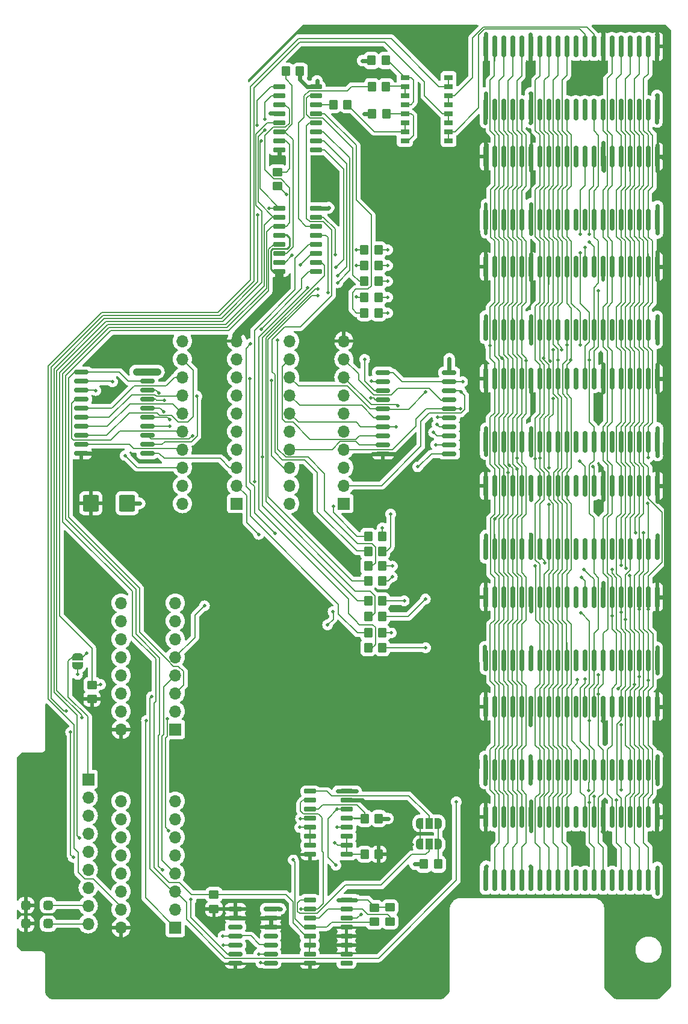
<source format=gtl>
G04 #@! TF.GenerationSoftware,KiCad,Pcbnew,8.0.5*
G04 #@! TF.CreationDate,2025-01-10T10:03:17-04:00*
G04 #@! TF.ProjectId,RAMEXB_V2_2,52414d45-5842-45f5-9632-5f322e6b6963,rev?*
G04 #@! TF.SameCoordinates,Original*
G04 #@! TF.FileFunction,Copper,L1,Top*
G04 #@! TF.FilePolarity,Positive*
%FSLAX46Y46*%
G04 Gerber Fmt 4.6, Leading zero omitted, Abs format (unit mm)*
G04 Created by KiCad (PCBNEW 8.0.5) date 2025-01-10 10:03:17*
%MOMM*%
%LPD*%
G01*
G04 APERTURE LIST*
G04 Aperture macros list*
%AMRoundRect*
0 Rectangle with rounded corners*
0 $1 Rounding radius*
0 $2 $3 $4 $5 $6 $7 $8 $9 X,Y pos of 4 corners*
0 Add a 4 corners polygon primitive as box body*
4,1,4,$2,$3,$4,$5,$6,$7,$8,$9,$2,$3,0*
0 Add four circle primitives for the rounded corners*
1,1,$1+$1,$2,$3*
1,1,$1+$1,$4,$5*
1,1,$1+$1,$6,$7*
1,1,$1+$1,$8,$9*
0 Add four rect primitives between the rounded corners*
20,1,$1+$1,$2,$3,$4,$5,0*
20,1,$1+$1,$4,$5,$6,$7,0*
20,1,$1+$1,$6,$7,$8,$9,0*
20,1,$1+$1,$8,$9,$2,$3,0*%
%AMFreePoly0*
4,1,19,0.500000,-0.750000,0.000000,-0.750000,0.000000,-0.744911,-0.071157,-0.744911,-0.207708,-0.704816,-0.327430,-0.627875,-0.420627,-0.520320,-0.479746,-0.390866,-0.500000,-0.250000,-0.500000,0.250000,-0.479746,0.390866,-0.420627,0.520320,-0.327430,0.627875,-0.207708,0.704816,-0.071157,0.744911,0.000000,0.744911,0.000000,0.750000,0.500000,0.750000,0.500000,-0.750000,0.500000,-0.750000,
$1*%
%AMFreePoly1*
4,1,19,0.000000,0.744911,0.071157,0.744911,0.207708,0.704816,0.327430,0.627875,0.420627,0.520320,0.479746,0.390866,0.500000,0.250000,0.500000,-0.250000,0.479746,-0.390866,0.420627,-0.520320,0.327430,-0.627875,0.207708,-0.704816,0.071157,-0.744911,0.000000,-0.744911,0.000000,-0.750000,-0.500000,-0.750000,-0.500000,0.750000,0.000000,0.750000,0.000000,0.744911,0.000000,0.744911,
$1*%
%AMFreePoly2*
4,1,19,0.550000,-0.750000,0.000000,-0.750000,0.000000,-0.744911,-0.071157,-0.744911,-0.207708,-0.704816,-0.327430,-0.627875,-0.420627,-0.520320,-0.479746,-0.390866,-0.500000,-0.250000,-0.500000,0.250000,-0.479746,0.390866,-0.420627,0.520320,-0.327430,0.627875,-0.207708,0.704816,-0.071157,0.744911,0.000000,0.744911,0.000000,0.750000,0.550000,0.750000,0.550000,-0.750000,0.550000,-0.750000,
$1*%
%AMFreePoly3*
4,1,19,0.000000,0.744911,0.071157,0.744911,0.207708,0.704816,0.327430,0.627875,0.420627,0.520320,0.479746,0.390866,0.500000,0.250000,0.500000,-0.250000,0.479746,-0.390866,0.420627,-0.520320,0.327430,-0.627875,0.207708,-0.704816,0.071157,-0.744911,0.000000,-0.744911,0.000000,-0.750000,-0.550000,-0.750000,-0.550000,0.750000,0.000000,0.750000,0.000000,0.744911,0.000000,0.744911,
$1*%
G04 Aperture macros list end*
G04 #@! TA.AperFunction,SMDPad,CuDef*
%ADD10RoundRect,0.250000X0.350000X0.450000X-0.350000X0.450000X-0.350000X-0.450000X0.350000X-0.450000X0*%
G04 #@! TD*
G04 #@! TA.AperFunction,SMDPad,CuDef*
%ADD11RoundRect,0.150000X0.150000X-1.374000X0.150000X1.374000X-0.150000X1.374000X-0.150000X-1.374000X0*%
G04 #@! TD*
G04 #@! TA.AperFunction,SMDPad,CuDef*
%ADD12RoundRect,0.250000X0.450000X-0.350000X0.450000X0.350000X-0.450000X0.350000X-0.450000X-0.350000X0*%
G04 #@! TD*
G04 #@! TA.AperFunction,SMDPad,CuDef*
%ADD13RoundRect,0.250000X-0.350000X-0.450000X0.350000X-0.450000X0.350000X0.450000X-0.350000X0.450000X0*%
G04 #@! TD*
G04 #@! TA.AperFunction,SMDPad,CuDef*
%ADD14RoundRect,0.325000X0.325000X0.325000X-0.325000X0.325000X-0.325000X-0.325000X0.325000X-0.325000X0*%
G04 #@! TD*
G04 #@! TA.AperFunction,SMDPad,CuDef*
%ADD15R,1.250000X0.760000*%
G04 #@! TD*
G04 #@! TA.AperFunction,SMDPad,CuDef*
%ADD16FreePoly0,90.000000*%
G04 #@! TD*
G04 #@! TA.AperFunction,SMDPad,CuDef*
%ADD17FreePoly1,90.000000*%
G04 #@! TD*
G04 #@! TA.AperFunction,SMDPad,CuDef*
%ADD18RoundRect,0.150000X-0.875000X-0.150000X0.875000X-0.150000X0.875000X0.150000X-0.875000X0.150000X0*%
G04 #@! TD*
G04 #@! TA.AperFunction,SMDPad,CuDef*
%ADD19RoundRect,0.150000X-0.725000X-0.150000X0.725000X-0.150000X0.725000X0.150000X-0.725000X0.150000X0*%
G04 #@! TD*
G04 #@! TA.AperFunction,SMDPad,CuDef*
%ADD20RoundRect,0.250000X-0.450000X0.350000X-0.450000X-0.350000X0.450000X-0.350000X0.450000X0.350000X0*%
G04 #@! TD*
G04 #@! TA.AperFunction,SMDPad,CuDef*
%ADD21FreePoly2,0.000000*%
G04 #@! TD*
G04 #@! TA.AperFunction,SMDPad,CuDef*
%ADD22R,1.000000X1.500000*%
G04 #@! TD*
G04 #@! TA.AperFunction,SMDPad,CuDef*
%ADD23FreePoly3,0.000000*%
G04 #@! TD*
G04 #@! TA.AperFunction,SMDPad,CuDef*
%ADD24RoundRect,0.250000X0.875000X0.925000X-0.875000X0.925000X-0.875000X-0.925000X0.875000X-0.925000X0*%
G04 #@! TD*
G04 #@! TA.AperFunction,SMDPad,CuDef*
%ADD25RoundRect,0.150000X-0.825000X-0.150000X0.825000X-0.150000X0.825000X0.150000X-0.825000X0.150000X0*%
G04 #@! TD*
G04 #@! TA.AperFunction,ComponentPad*
%ADD26R,1.700000X1.700000*%
G04 #@! TD*
G04 #@! TA.AperFunction,ComponentPad*
%ADD27O,1.700000X1.700000*%
G04 #@! TD*
G04 #@! TA.AperFunction,ViaPad*
%ADD28C,0.500000*%
G04 #@! TD*
G04 #@! TA.AperFunction,ViaPad*
%ADD29C,0.600000*%
G04 #@! TD*
G04 #@! TA.AperFunction,Conductor*
%ADD30C,0.150000*%
G04 #@! TD*
G04 #@! TA.AperFunction,Conductor*
%ADD31C,0.600000*%
G04 #@! TD*
G04 #@! TA.AperFunction,Conductor*
%ADD32C,0.250000*%
G04 #@! TD*
G04 #@! TA.AperFunction,Conductor*
%ADD33C,0.500000*%
G04 #@! TD*
G04 #@! TA.AperFunction,Conductor*
%ADD34C,1.200000*%
G04 #@! TD*
G04 #@! TA.AperFunction,Conductor*
%ADD35C,0.200000*%
G04 #@! TD*
G04 #@! TA.AperFunction,Conductor*
%ADD36C,1.000000*%
G04 #@! TD*
G04 APERTURE END LIST*
D10*
G04 #@! TO.P,R25,1*
G04 #@! TO.N,VCC*
X204900000Y-127100000D03*
G04 #@! TO.P,R25,2*
G04 #@! TO.N,Net-(U1-I3a)*
X202900000Y-127100000D03*
G04 #@! TD*
D11*
G04 #@! TO.P,U17,1,VCC*
G04 #@! TO.N,VCC*
X219935000Y-27430300D03*
G04 #@! TO.P,U17,2,DQ0*
G04 #@! TO.N,DQ0*
X221205000Y-27430300D03*
G04 #@! TO.P,U17,3,DQ1*
G04 #@! TO.N,DQ1*
X222475000Y-27430300D03*
G04 #@! TO.P,U17,4,DQ2*
G04 #@! TO.N,DQ2*
X223745000Y-27430300D03*
G04 #@! TO.P,U17,5,DQ3*
G04 #@! TO.N,DQ3*
X225015000Y-27430300D03*
G04 #@! TO.P,U17,6,VCC*
G04 #@! TO.N,VCC*
X226285000Y-27430300D03*
G04 #@! TO.P,U17,7,DQ4*
G04 #@! TO.N,DQ4*
X227555000Y-27430300D03*
G04 #@! TO.P,U17,8,DQ5*
G04 #@! TO.N,DQ5*
X228825000Y-27430300D03*
G04 #@! TO.P,U17,9,DQ6*
G04 #@! TO.N,DQ6*
X230095000Y-27430300D03*
G04 #@! TO.P,U17,10,DQ7*
G04 #@! TO.N,DQ7*
X231365000Y-27430300D03*
G04 #@! TO.P,U17,11*
G04 #@! TO.N,N/C*
X232635000Y-27430300D03*
G04 #@! TO.P,U17,12*
X233905000Y-27430300D03*
G04 #@! TO.P,U17,13,~{WE}*
G04 #@! TO.N,RAM-R{slash}~{W}F*
X235175000Y-27430300D03*
G04 #@! TO.P,U17,14,~{RAS}*
G04 #@! TO.N,~{RASF}*
X236445000Y-27430300D03*
G04 #@! TO.P,U17,15*
G04 #@! TO.N,N/C*
X237715000Y-27430300D03*
G04 #@! TO.P,U17,16,A0*
G04 #@! TO.N,MSRA0F*
X238985000Y-27430300D03*
G04 #@! TO.P,U17,17,A1*
G04 #@! TO.N,RA1F*
X240255000Y-27430300D03*
G04 #@! TO.P,U17,18,A2*
G04 #@! TO.N,RA2F*
X241525000Y-27430300D03*
G04 #@! TO.P,U17,19,A3*
G04 #@! TO.N,RA3F*
X242795000Y-27430300D03*
G04 #@! TO.P,U17,20,VCC*
G04 #@! TO.N,VCC*
X244065000Y-27430300D03*
G04 #@! TO.P,U17,21,GND*
G04 #@! TO.N,GND*
X244065000Y-18540300D03*
G04 #@! TO.P,U17,22,A4*
G04 #@! TO.N,RA4F*
X242795000Y-18540300D03*
G04 #@! TO.P,U17,23,A5*
G04 #@! TO.N,RA5F*
X241525000Y-18540300D03*
G04 #@! TO.P,U17,24,A6*
G04 #@! TO.N,RA6F*
X240255000Y-18540300D03*
G04 #@! TO.P,U17,25,A7*
G04 #@! TO.N,RA7F*
X238985000Y-18540300D03*
G04 #@! TO.P,U17,26,A8*
G04 #@! TO.N,MSRA8F*
X237715000Y-18540300D03*
G04 #@! TO.P,U17,27,~{OE}*
G04 #@! TO.N,GND*
X236445000Y-18540300D03*
G04 #@! TO.P,U17,28,~{UCAS}*
G04 #@! TO.N,~{MSCAS3F}*
X235175000Y-18540300D03*
G04 #@! TO.P,U17,29,~{LCAS}*
G04 #@! TO.N,~{MSCAS2F}*
X233905000Y-18540300D03*
G04 #@! TO.P,U17,30*
G04 #@! TO.N,N/C*
X232635000Y-18540300D03*
G04 #@! TO.P,U17,31,DQ8*
G04 #@! TO.N,DQ8*
X231365000Y-18540300D03*
G04 #@! TO.P,U17,32,DQ9*
G04 #@! TO.N,DQ9*
X230095000Y-18540300D03*
G04 #@! TO.P,U17,33,DQ10*
G04 #@! TO.N,DQ10*
X228825000Y-18540300D03*
G04 #@! TO.P,U17,34,DQ11*
G04 #@! TO.N,DQ11*
X227555000Y-18540300D03*
G04 #@! TO.P,U17,35,GND*
G04 #@! TO.N,GND*
X226285000Y-18540300D03*
G04 #@! TO.P,U17,36,DQ12*
G04 #@! TO.N,DQ12*
X225015000Y-18540300D03*
G04 #@! TO.P,U17,37,DQ13*
G04 #@! TO.N,DQ13*
X223745000Y-18540300D03*
G04 #@! TO.P,U17,38,DQ14*
G04 #@! TO.N,DQ14*
X222475000Y-18540300D03*
G04 #@! TO.P,U17,39,DQ15*
G04 #@! TO.N,DQ15*
X221205000Y-18540300D03*
G04 #@! TO.P,U17,40,GND*
G04 #@! TO.N,GND*
X219935000Y-18540300D03*
G04 #@! TD*
D12*
G04 #@! TO.P,R3,1*
G04 #@! TO.N,GND*
X164550000Y-110296400D03*
G04 #@! TO.P,R3,2*
G04 #@! TO.N,Net-(U1-I0a)*
X164550000Y-108296400D03*
G04 #@! TD*
D13*
G04 #@! TO.P,R21,1*
G04 #@! TO.N,Net-(U9-~{Y7})*
X202885000Y-47122000D03*
G04 #@! TO.P,R21,2*
G04 #@! TO.N,~{MCAS15F}*
X204885000Y-47122000D03*
G04 #@! TD*
G04 #@! TO.P,R1,1*
G04 #@! TO.N,VCC*
X211255000Y-133525000D03*
G04 #@! TO.P,R1,2*
G04 #@! TO.N,Net-(JP1-B)*
X213255000Y-133525000D03*
G04 #@! TD*
G04 #@! TO.P,R8,1*
G04 #@! TO.N,Net-(U8-~{Y2})*
X202885000Y-55990000D03*
G04 #@! TO.P,R8,2*
G04 #@! TO.N,~{MCAS4F}*
X204885000Y-55990000D03*
G04 #@! TD*
D11*
G04 #@! TO.P,U12,1,VCC*
G04 #@! TO.N,VCC*
X219935000Y-74108700D03*
G04 #@! TO.P,U12,2,DQ0*
G04 #@! TO.N,DQ0*
X221205000Y-74108700D03*
G04 #@! TO.P,U12,3,DQ1*
G04 #@! TO.N,DQ1*
X222475000Y-74108700D03*
G04 #@! TO.P,U12,4,DQ2*
G04 #@! TO.N,DQ2*
X223745000Y-74108700D03*
G04 #@! TO.P,U12,5,DQ3*
G04 #@! TO.N,DQ3*
X225015000Y-74108700D03*
G04 #@! TO.P,U12,6,VCC*
G04 #@! TO.N,VCC*
X226285000Y-74108700D03*
G04 #@! TO.P,U12,7,DQ4*
G04 #@! TO.N,DQ4*
X227555000Y-74108700D03*
G04 #@! TO.P,U12,8,DQ5*
G04 #@! TO.N,DQ5*
X228825000Y-74108700D03*
G04 #@! TO.P,U12,9,DQ6*
G04 #@! TO.N,DQ6*
X230095000Y-74108700D03*
G04 #@! TO.P,U12,10,DQ7*
G04 #@! TO.N,DQ7*
X231365000Y-74108700D03*
G04 #@! TO.P,U12,11*
G04 #@! TO.N,N/C*
X232635000Y-74108700D03*
G04 #@! TO.P,U12,12*
X233905000Y-74108700D03*
G04 #@! TO.P,U12,13,~{WE}*
G04 #@! TO.N,RAM-R{slash}~{W}F*
X235175000Y-74108700D03*
G04 #@! TO.P,U12,14,~{RAS}*
G04 #@! TO.N,~{RASF}*
X236445000Y-74108700D03*
G04 #@! TO.P,U12,15*
G04 #@! TO.N,N/C*
X237715000Y-74108700D03*
G04 #@! TO.P,U12,16,A0*
G04 #@! TO.N,MSRA0F*
X238985000Y-74108700D03*
G04 #@! TO.P,U12,17,A1*
G04 #@! TO.N,RA1F*
X240255000Y-74108700D03*
G04 #@! TO.P,U12,18,A2*
G04 #@! TO.N,RA2F*
X241525000Y-74108700D03*
G04 #@! TO.P,U12,19,A3*
G04 #@! TO.N,RA3F*
X242795000Y-74108700D03*
G04 #@! TO.P,U12,20,VCC*
G04 #@! TO.N,VCC*
X244065000Y-74108700D03*
G04 #@! TO.P,U12,21,GND*
G04 #@! TO.N,GND*
X244065000Y-65218700D03*
G04 #@! TO.P,U12,22,A4*
G04 #@! TO.N,RA4F*
X242795000Y-65218700D03*
G04 #@! TO.P,U12,23,A5*
G04 #@! TO.N,RA5F*
X241525000Y-65218700D03*
G04 #@! TO.P,U12,24,A6*
G04 #@! TO.N,RA6F*
X240255000Y-65218700D03*
G04 #@! TO.P,U12,25,A7*
G04 #@! TO.N,RA7F*
X238985000Y-65218700D03*
G04 #@! TO.P,U12,26,A8*
G04 #@! TO.N,MSRA8F*
X237715000Y-65218700D03*
G04 #@! TO.P,U12,27,~{OE}*
G04 #@! TO.N,GND*
X236445000Y-65218700D03*
G04 #@! TO.P,U12,28,~{UCAS}*
G04 #@! TO.N,~{MCAS5F}*
X235175000Y-65218700D03*
G04 #@! TO.P,U12,29,~{LCAS}*
G04 #@! TO.N,~{MCAS4F}*
X233905000Y-65218700D03*
G04 #@! TO.P,U12,30*
G04 #@! TO.N,N/C*
X232635000Y-65218700D03*
G04 #@! TO.P,U12,31,DQ8*
G04 #@! TO.N,DQ8*
X231365000Y-65218700D03*
G04 #@! TO.P,U12,32,DQ9*
G04 #@! TO.N,DQ9*
X230095000Y-65218700D03*
G04 #@! TO.P,U12,33,DQ10*
G04 #@! TO.N,DQ10*
X228825000Y-65218700D03*
G04 #@! TO.P,U12,34,DQ11*
G04 #@! TO.N,DQ11*
X227555000Y-65218700D03*
G04 #@! TO.P,U12,35,GND*
G04 #@! TO.N,GND*
X226285000Y-65218700D03*
G04 #@! TO.P,U12,36,DQ12*
G04 #@! TO.N,DQ12*
X225015000Y-65218700D03*
G04 #@! TO.P,U12,37,DQ13*
G04 #@! TO.N,DQ13*
X223745000Y-65218700D03*
G04 #@! TO.P,U12,38,DQ14*
G04 #@! TO.N,DQ14*
X222475000Y-65218700D03*
G04 #@! TO.P,U12,39,DQ15*
G04 #@! TO.N,DQ15*
X221205000Y-65218700D03*
G04 #@! TO.P,U12,40,GND*
G04 #@! TO.N,GND*
X219935000Y-65218700D03*
G04 #@! TD*
D14*
G04 #@! TO.P,D1,1,K*
G04 #@! TO.N,~{MCAS0}*
X158390000Y-139290000D03*
G04 #@! TO.P,D1,2,A*
G04 #@! TO.N,GND*
X155290000Y-139290000D03*
G04 #@! TD*
D15*
G04 #@! TO.P,SWA1,1*
G04 #@! TO.N,Net-(R22-Pad2)*
X208560000Y-22880000D03*
G04 #@! TO.P,SWA1,2*
G04 #@! TO.N,~{MCAS3F}*
X208560000Y-24150000D03*
G04 #@! TO.P,SWA1,3*
X208560000Y-25420000D03*
G04 #@! TO.P,SWA1,4*
G04 #@! TO.N,Net-(R22-Pad2)*
X208560000Y-26690000D03*
G04 #@! TO.P,SWA1,5*
G04 #@! TO.N,Net-(R23-Pad2)*
X208560000Y-27960000D03*
G04 #@! TO.P,SWA1,6*
G04 #@! TO.N,~{MCAS2F}*
X208560000Y-29230000D03*
G04 #@! TO.P,SWA1,7*
X208560000Y-30500000D03*
G04 #@! TO.P,SWA1,8*
G04 #@! TO.N,Net-(R23-Pad2)*
X208560000Y-31770000D03*
G04 #@! TO.P,SWA1,9*
G04 #@! TO.N,~{MSCAS2F}*
X214710000Y-31770000D03*
G04 #@! TO.P,SWA1,10*
X214710000Y-30500000D03*
G04 #@! TO.P,SWA1,11*
G04 #@! TO.N,~{SCAS2F}*
X214710000Y-29230000D03*
G04 #@! TO.P,SWA1,12*
X214710000Y-27960000D03*
G04 #@! TO.P,SWA1,13*
G04 #@! TO.N,~{MSCAS3F}*
X214710000Y-26690000D03*
G04 #@! TO.P,SWA1,14*
X214710000Y-25420000D03*
G04 #@! TO.P,SWA1,15*
G04 #@! TO.N,~{SCAS3F}*
X214710000Y-24150000D03*
G04 #@! TO.P,SWA1,16*
X214710000Y-22880000D03*
G04 #@! TD*
D12*
G04 #@! TO.P,R4,1*
G04 #@! TO.N,GND*
X181720000Y-139800000D03*
G04 #@! TO.P,R4,2*
G04 #@! TO.N,Net-(U2-I0a)*
X181720000Y-137800000D03*
G04 #@! TD*
D11*
G04 #@! TO.P,U16,1,VCC*
G04 #@! TO.N,VCC*
X219935000Y-135800000D03*
G04 #@! TO.P,U16,2,DQ0*
G04 #@! TO.N,DQ0*
X221205000Y-135800000D03*
G04 #@! TO.P,U16,3,DQ1*
G04 #@! TO.N,DQ1*
X222475000Y-135800000D03*
G04 #@! TO.P,U16,4,DQ2*
G04 #@! TO.N,DQ2*
X223745000Y-135800000D03*
G04 #@! TO.P,U16,5,DQ3*
G04 #@! TO.N,DQ3*
X225015000Y-135800000D03*
G04 #@! TO.P,U16,6,VCC*
G04 #@! TO.N,VCC*
X226285000Y-135800000D03*
G04 #@! TO.P,U16,7,DQ4*
G04 #@! TO.N,DQ4*
X227555000Y-135800000D03*
G04 #@! TO.P,U16,8,DQ5*
G04 #@! TO.N,DQ5*
X228825000Y-135800000D03*
G04 #@! TO.P,U16,9,DQ6*
G04 #@! TO.N,DQ6*
X230095000Y-135800000D03*
G04 #@! TO.P,U16,10,DQ7*
G04 #@! TO.N,DQ7*
X231365000Y-135800000D03*
G04 #@! TO.P,U16,11*
G04 #@! TO.N,N/C*
X232635000Y-135800000D03*
G04 #@! TO.P,U16,12*
X233905000Y-135800000D03*
G04 #@! TO.P,U16,13,~{WE}*
G04 #@! TO.N,RAM-R{slash}~{W}F*
X235175000Y-135800000D03*
G04 #@! TO.P,U16,14,~{RAS}*
G04 #@! TO.N,~{RASF}*
X236445000Y-135800000D03*
G04 #@! TO.P,U16,15*
G04 #@! TO.N,N/C*
X237715000Y-135800000D03*
G04 #@! TO.P,U16,16,A0*
G04 #@! TO.N,MSRA0F*
X238985000Y-135800000D03*
G04 #@! TO.P,U16,17,A1*
G04 #@! TO.N,RA1F*
X240255000Y-135800000D03*
G04 #@! TO.P,U16,18,A2*
G04 #@! TO.N,RA2F*
X241525000Y-135800000D03*
G04 #@! TO.P,U16,19,A3*
G04 #@! TO.N,RA3F*
X242795000Y-135800000D03*
G04 #@! TO.P,U16,20,VCC*
G04 #@! TO.N,VCC*
X244065000Y-135800000D03*
G04 #@! TO.P,U16,21,GND*
G04 #@! TO.N,GND*
X244065000Y-126910000D03*
G04 #@! TO.P,U16,22,A4*
G04 #@! TO.N,RA4F*
X242795000Y-126910000D03*
G04 #@! TO.P,U16,23,A5*
G04 #@! TO.N,RA5F*
X241525000Y-126910000D03*
G04 #@! TO.P,U16,24,A6*
G04 #@! TO.N,RA6F*
X240255000Y-126910000D03*
G04 #@! TO.P,U16,25,A7*
G04 #@! TO.N,RA7F*
X238985000Y-126910000D03*
G04 #@! TO.P,U16,26,A8*
G04 #@! TO.N,MSRA8F*
X237715000Y-126910000D03*
G04 #@! TO.P,U16,27,~{OE}*
G04 #@! TO.N,GND*
X236445000Y-126910000D03*
G04 #@! TO.P,U16,28,~{UCAS}*
G04 #@! TO.N,~{MCAS13F}*
X235175000Y-126910000D03*
G04 #@! TO.P,U16,29,~{LCAS}*
G04 #@! TO.N,~{MCAS12F}*
X233905000Y-126910000D03*
G04 #@! TO.P,U16,30*
G04 #@! TO.N,N/C*
X232635000Y-126910000D03*
G04 #@! TO.P,U16,31,DQ8*
G04 #@! TO.N,DQ8*
X231365000Y-126910000D03*
G04 #@! TO.P,U16,32,DQ9*
G04 #@! TO.N,DQ9*
X230095000Y-126910000D03*
G04 #@! TO.P,U16,33,DQ10*
G04 #@! TO.N,DQ10*
X228825000Y-126910000D03*
G04 #@! TO.P,U16,34,DQ11*
G04 #@! TO.N,DQ11*
X227555000Y-126910000D03*
G04 #@! TO.P,U16,35,GND*
G04 #@! TO.N,GND*
X226285000Y-126910000D03*
G04 #@! TO.P,U16,36,DQ12*
G04 #@! TO.N,DQ12*
X225015000Y-126910000D03*
G04 #@! TO.P,U16,37,DQ13*
G04 #@! TO.N,DQ13*
X223745000Y-126910000D03*
G04 #@! TO.P,U16,38,DQ14*
G04 #@! TO.N,DQ14*
X222475000Y-126910000D03*
G04 #@! TO.P,U16,39,DQ15*
G04 #@! TO.N,DQ15*
X221205000Y-126910000D03*
G04 #@! TO.P,U16,40,GND*
G04 #@! TO.N,GND*
X219935000Y-126910000D03*
G04 #@! TD*
G04 #@! TO.P,U10,1,VCC*
G04 #@! TO.N,VCC*
X219935000Y-58349200D03*
G04 #@! TO.P,U10,2,DQ0*
G04 #@! TO.N,DQ0*
X221205000Y-58349200D03*
G04 #@! TO.P,U10,3,DQ1*
G04 #@! TO.N,DQ1*
X222475000Y-58349200D03*
G04 #@! TO.P,U10,4,DQ2*
G04 #@! TO.N,DQ2*
X223745000Y-58349200D03*
G04 #@! TO.P,U10,5,DQ3*
G04 #@! TO.N,DQ3*
X225015000Y-58349200D03*
G04 #@! TO.P,U10,6,VCC*
G04 #@! TO.N,VCC*
X226285000Y-58349200D03*
G04 #@! TO.P,U10,7,DQ4*
G04 #@! TO.N,DQ4*
X227555000Y-58349200D03*
G04 #@! TO.P,U10,8,DQ5*
G04 #@! TO.N,DQ5*
X228825000Y-58349200D03*
G04 #@! TO.P,U10,9,DQ6*
G04 #@! TO.N,DQ6*
X230095000Y-58349200D03*
G04 #@! TO.P,U10,10,DQ7*
G04 #@! TO.N,DQ7*
X231365000Y-58349200D03*
G04 #@! TO.P,U10,11*
G04 #@! TO.N,N/C*
X232635000Y-58349200D03*
G04 #@! TO.P,U10,12*
X233905000Y-58349200D03*
G04 #@! TO.P,U10,13,~{WE}*
G04 #@! TO.N,RAM-R{slash}~{W}F*
X235175000Y-58349200D03*
G04 #@! TO.P,U10,14,~{RAS}*
G04 #@! TO.N,~{RASF}*
X236445000Y-58349200D03*
G04 #@! TO.P,U10,15*
G04 #@! TO.N,N/C*
X237715000Y-58349200D03*
G04 #@! TO.P,U10,16,A0*
G04 #@! TO.N,MSRA0F*
X238985000Y-58349200D03*
G04 #@! TO.P,U10,17,A1*
G04 #@! TO.N,RA1F*
X240255000Y-58349200D03*
G04 #@! TO.P,U10,18,A2*
G04 #@! TO.N,RA2F*
X241525000Y-58349200D03*
G04 #@! TO.P,U10,19,A3*
G04 #@! TO.N,RA3F*
X242795000Y-58349200D03*
G04 #@! TO.P,U10,20,VCC*
G04 #@! TO.N,VCC*
X244065000Y-58349200D03*
G04 #@! TO.P,U10,21,GND*
G04 #@! TO.N,GND*
X244065000Y-49459200D03*
G04 #@! TO.P,U10,22,A4*
G04 #@! TO.N,RA4F*
X242795000Y-49459200D03*
G04 #@! TO.P,U10,23,A5*
G04 #@! TO.N,RA5F*
X241525000Y-49459200D03*
G04 #@! TO.P,U10,24,A6*
G04 #@! TO.N,RA6F*
X240255000Y-49459200D03*
G04 #@! TO.P,U10,25,A7*
G04 #@! TO.N,RA7F*
X238985000Y-49459200D03*
G04 #@! TO.P,U10,26,A8*
G04 #@! TO.N,MSRA8F*
X237715000Y-49459200D03*
G04 #@! TO.P,U10,27,~{OE}*
G04 #@! TO.N,GND*
X236445000Y-49459200D03*
G04 #@! TO.P,U10,28,~{UCAS}*
G04 #@! TO.N,~{MCAS1F}*
X235175000Y-49459200D03*
G04 #@! TO.P,U10,29,~{LCAS}*
G04 #@! TO.N,~{MCAS0F}*
X233905000Y-49459200D03*
G04 #@! TO.P,U10,30*
G04 #@! TO.N,N/C*
X232635000Y-49459200D03*
G04 #@! TO.P,U10,31,DQ8*
G04 #@! TO.N,DQ8*
X231365000Y-49459200D03*
G04 #@! TO.P,U10,32,DQ9*
G04 #@! TO.N,DQ9*
X230095000Y-49459200D03*
G04 #@! TO.P,U10,33,DQ10*
G04 #@! TO.N,DQ10*
X228825000Y-49459200D03*
G04 #@! TO.P,U10,34,DQ11*
G04 #@! TO.N,DQ11*
X227555000Y-49459200D03*
G04 #@! TO.P,U10,35,GND*
G04 #@! TO.N,GND*
X226285000Y-49459200D03*
G04 #@! TO.P,U10,36,DQ12*
G04 #@! TO.N,DQ12*
X225015000Y-49459200D03*
G04 #@! TO.P,U10,37,DQ13*
G04 #@! TO.N,DQ13*
X223745000Y-49459200D03*
G04 #@! TO.P,U10,38,DQ14*
G04 #@! TO.N,DQ14*
X222475000Y-49459200D03*
G04 #@! TO.P,U10,39,DQ15*
G04 #@! TO.N,DQ15*
X221205000Y-49459200D03*
G04 #@! TO.P,U10,40,GND*
G04 #@! TO.N,GND*
X219935000Y-49459200D03*
G04 #@! TD*
D16*
G04 #@! TO.P,JP3,1,A*
G04 #@! TO.N,Net-(JP3-A)*
X162525000Y-105625000D03*
D17*
G04 #@! TO.P,JP3,2,B*
G04 #@! TO.N,MSRA8F*
X162525000Y-104325000D03*
G04 #@! TD*
D13*
G04 #@! TO.P,R18,1*
G04 #@! TO.N,Net-(U9-~{Y2})*
X202885000Y-53773000D03*
G04 #@! TO.P,R18,2*
G04 #@! TO.N,~{MCAS5F}*
X204885000Y-53773000D03*
G04 #@! TD*
D18*
G04 #@! TO.P,U5,1,1OE*
G04 #@! TO.N,RAM-R{slash}~{W}F*
X163050000Y-64333600D03*
G04 #@! TO.P,U5,2,1A0*
G04 #@! TO.N,D0*
X163050000Y-65603600D03*
G04 #@! TO.P,U5,3,2Y0*
G04 #@! TO.N,DQ7*
X163050000Y-66873600D03*
G04 #@! TO.P,U5,4,1A1*
G04 #@! TO.N,D1*
X163050000Y-68143600D03*
G04 #@! TO.P,U5,5,2Y1*
G04 #@! TO.N,DQ6*
X163050000Y-69413600D03*
G04 #@! TO.P,U5,6,1A2*
G04 #@! TO.N,D2*
X163050000Y-70683600D03*
G04 #@! TO.P,U5,7,2Y2*
G04 #@! TO.N,DQ5*
X163050000Y-71953600D03*
G04 #@! TO.P,U5,8,1A3*
G04 #@! TO.N,D3*
X163050000Y-73223600D03*
G04 #@! TO.P,U5,9,2Y3*
G04 #@! TO.N,DQ4*
X163050000Y-74493600D03*
G04 #@! TO.P,U5,10,GND*
G04 #@! TO.N,GND*
X163050000Y-75763600D03*
G04 #@! TO.P,U5,11,2A3*
G04 #@! TO.N,D4*
X172350000Y-75763600D03*
G04 #@! TO.P,U5,12,1Y3*
G04 #@! TO.N,DQ3*
X172350000Y-74493600D03*
G04 #@! TO.P,U5,13,2A2*
G04 #@! TO.N,D5*
X172350000Y-73223600D03*
G04 #@! TO.P,U5,14,1Y2*
G04 #@! TO.N,DQ2*
X172350000Y-71953600D03*
G04 #@! TO.P,U5,15,2A1*
G04 #@! TO.N,D6*
X172350000Y-70683600D03*
G04 #@! TO.P,U5,16,1Y1*
G04 #@! TO.N,DQ1*
X172350000Y-69413600D03*
G04 #@! TO.P,U5,17,2A0*
G04 #@! TO.N,D7*
X172350000Y-68143600D03*
G04 #@! TO.P,U5,18,1Y0*
G04 #@! TO.N,DQ0*
X172350000Y-66873600D03*
G04 #@! TO.P,U5,19,2OE*
G04 #@! TO.N,RAM-R{slash}~{W}F*
X172350000Y-65603600D03*
G04 #@! TO.P,U5,20,VCC*
G04 #@! TO.N,VCC*
X172350000Y-64333600D03*
G04 #@! TD*
D11*
G04 #@! TO.P,U13,1,VCC*
G04 #@! TO.N,VCC*
X219935000Y-120251400D03*
G04 #@! TO.P,U13,2,DQ0*
G04 #@! TO.N,DQ0*
X221205000Y-120251400D03*
G04 #@! TO.P,U13,3,DQ1*
G04 #@! TO.N,DQ1*
X222475000Y-120251400D03*
G04 #@! TO.P,U13,4,DQ2*
G04 #@! TO.N,DQ2*
X223745000Y-120251400D03*
G04 #@! TO.P,U13,5,DQ3*
G04 #@! TO.N,DQ3*
X225015000Y-120251400D03*
G04 #@! TO.P,U13,6,VCC*
G04 #@! TO.N,VCC*
X226285000Y-120251400D03*
G04 #@! TO.P,U13,7,DQ4*
G04 #@! TO.N,DQ4*
X227555000Y-120251400D03*
G04 #@! TO.P,U13,8,DQ5*
G04 #@! TO.N,DQ5*
X228825000Y-120251400D03*
G04 #@! TO.P,U13,9,DQ6*
G04 #@! TO.N,DQ6*
X230095000Y-120251400D03*
G04 #@! TO.P,U13,10,DQ7*
G04 #@! TO.N,DQ7*
X231365000Y-120251400D03*
G04 #@! TO.P,U13,11*
G04 #@! TO.N,N/C*
X232635000Y-120251400D03*
G04 #@! TO.P,U13,12*
X233905000Y-120251400D03*
G04 #@! TO.P,U13,13,~{WE}*
G04 #@! TO.N,RAM-R{slash}~{W}F*
X235175000Y-120251400D03*
G04 #@! TO.P,U13,14,~{RAS}*
G04 #@! TO.N,~{RASF}*
X236445000Y-120251400D03*
G04 #@! TO.P,U13,15*
G04 #@! TO.N,N/C*
X237715000Y-120251400D03*
G04 #@! TO.P,U13,16,A0*
G04 #@! TO.N,MSRA0F*
X238985000Y-120251400D03*
G04 #@! TO.P,U13,17,A1*
G04 #@! TO.N,RA1F*
X240255000Y-120251400D03*
G04 #@! TO.P,U13,18,A2*
G04 #@! TO.N,RA2F*
X241525000Y-120251400D03*
G04 #@! TO.P,U13,19,A3*
G04 #@! TO.N,RA3F*
X242795000Y-120251400D03*
G04 #@! TO.P,U13,20,VCC*
G04 #@! TO.N,VCC*
X244065000Y-120251400D03*
G04 #@! TO.P,U13,21,GND*
G04 #@! TO.N,GND*
X244065000Y-111361400D03*
G04 #@! TO.P,U13,22,A4*
G04 #@! TO.N,RA4F*
X242795000Y-111361400D03*
G04 #@! TO.P,U13,23,A5*
G04 #@! TO.N,RA5F*
X241525000Y-111361400D03*
G04 #@! TO.P,U13,24,A6*
G04 #@! TO.N,RA6F*
X240255000Y-111361400D03*
G04 #@! TO.P,U13,25,A7*
G04 #@! TO.N,RA7F*
X238985000Y-111361400D03*
G04 #@! TO.P,U13,26,A8*
G04 #@! TO.N,MSRA8F*
X237715000Y-111361400D03*
G04 #@! TO.P,U13,27,~{OE}*
G04 #@! TO.N,GND*
X236445000Y-111361400D03*
G04 #@! TO.P,U13,28,~{UCAS}*
G04 #@! TO.N,~{MCAS11F}*
X235175000Y-111361400D03*
G04 #@! TO.P,U13,29,~{LCAS}*
G04 #@! TO.N,~{MCAS10F}*
X233905000Y-111361400D03*
G04 #@! TO.P,U13,30*
G04 #@! TO.N,N/C*
X232635000Y-111361400D03*
G04 #@! TO.P,U13,31,DQ8*
G04 #@! TO.N,DQ8*
X231365000Y-111361400D03*
G04 #@! TO.P,U13,32,DQ9*
G04 #@! TO.N,DQ9*
X230095000Y-111361400D03*
G04 #@! TO.P,U13,33,DQ10*
G04 #@! TO.N,DQ10*
X228825000Y-111361400D03*
G04 #@! TO.P,U13,34,DQ11*
G04 #@! TO.N,DQ11*
X227555000Y-111361400D03*
G04 #@! TO.P,U13,35,GND*
G04 #@! TO.N,GND*
X226285000Y-111361400D03*
G04 #@! TO.P,U13,36,DQ12*
G04 #@! TO.N,DQ12*
X225015000Y-111361400D03*
G04 #@! TO.P,U13,37,DQ13*
G04 #@! TO.N,DQ13*
X223745000Y-111361400D03*
G04 #@! TO.P,U13,38,DQ14*
G04 #@! TO.N,DQ14*
X222475000Y-111361400D03*
G04 #@! TO.P,U13,39,DQ15*
G04 #@! TO.N,DQ15*
X221205000Y-111361400D03*
G04 #@! TO.P,U13,40,GND*
G04 #@! TO.N,GND*
X219935000Y-111361400D03*
G04 #@! TD*
D13*
G04 #@! TO.P,R14,1*
G04 #@! TO.N,Net-(U8-~{Y6})*
X203400000Y-103100000D03*
G04 #@! TO.P,R14,2*
G04 #@! TO.N,~{MCAS12F}*
X205400000Y-103100000D03*
G04 #@! TD*
G04 #@! TO.P,R12,1*
G04 #@! TO.N,Net-(U9-~{Y5})*
X203400000Y-96500000D03*
G04 #@! TO.P,R12,2*
G04 #@! TO.N,~{MCAS11F}*
X205400000Y-96500000D03*
G04 #@! TD*
D14*
G04 #@! TO.P,D2,1,K*
G04 #@! TO.N,~{MCAS1}*
X158390000Y-141900000D03*
G04 #@! TO.P,D2,2,A*
G04 #@! TO.N,GND*
X155290000Y-141900000D03*
G04 #@! TD*
D13*
G04 #@! TO.P,R16,1*
G04 #@! TO.N,Net-(U9-~{Y4})*
X203400000Y-91600000D03*
G04 #@! TO.P,R16,2*
G04 #@! TO.N,~{MCAS9F}*
X205400000Y-91600000D03*
G04 #@! TD*
D19*
G04 #@! TO.P,U9,1,A0*
G04 #@! TO.N,Net-(U1-I0b)*
X190945000Y-41245000D03*
G04 #@! TO.P,U9,2,A1*
G04 #@! TO.N,Net-(U1-I0a)*
X190945000Y-42515000D03*
G04 #@! TO.P,U9,3,A2*
G04 #@! TO.N,Net-(U2-I0a)*
X190945000Y-43785000D03*
G04 #@! TO.P,U9,4,~{E0}*
G04 #@! TO.N,GND*
X190945000Y-45055000D03*
G04 #@! TO.P,U9,5,~{E1}*
G04 #@! TO.N,Net-(U9-~{E1})*
X190945000Y-46325000D03*
G04 #@! TO.P,U9,6,E2*
G04 #@! TO.N,Net-(U8-E2)*
X190945000Y-47595000D03*
G04 #@! TO.P,U9,7,~{Y7}*
G04 #@! TO.N,Net-(U9-~{Y7})*
X190945000Y-48865000D03*
G04 #@! TO.P,U9,8,GND*
G04 #@! TO.N,GND*
X190945000Y-50135000D03*
G04 #@! TO.P,U9,9,~{Y6}*
G04 #@! TO.N,Net-(U9-~{Y6})*
X196095000Y-50135000D03*
G04 #@! TO.P,U9,10,~{Y5}*
G04 #@! TO.N,Net-(U9-~{Y5})*
X196095000Y-48865000D03*
G04 #@! TO.P,U9,11,~{Y4}*
G04 #@! TO.N,Net-(U9-~{Y4})*
X196095000Y-47595000D03*
G04 #@! TO.P,U9,12,~{Y3}*
G04 #@! TO.N,Net-(U9-~{Y3})*
X196095000Y-46325000D03*
G04 #@! TO.P,U9,13,~{Y2}*
G04 #@! TO.N,Net-(U9-~{Y2})*
X196095000Y-45055000D03*
G04 #@! TO.P,U9,14,~{Y1}*
G04 #@! TO.N,Net-(U9-~{Y1})*
X196095000Y-43785000D03*
G04 #@! TO.P,U9,15,~{Y0}*
G04 #@! TO.N,Net-(U9-~{Y0})*
X196095000Y-42515000D03*
G04 #@! TO.P,U9,16,VCC*
G04 #@! TO.N,VCC*
X196095000Y-41245000D03*
G04 #@! TD*
G04 #@! TO.P,U8,1,A0*
G04 #@! TO.N,Net-(U1-I0b)*
X190880000Y-24160000D03*
G04 #@! TO.P,U8,2,A1*
G04 #@! TO.N,Net-(U1-I0a)*
X190880000Y-25430000D03*
G04 #@! TO.P,U8,3,A2*
G04 #@! TO.N,Net-(U2-I0a)*
X190880000Y-26700000D03*
G04 #@! TO.P,U8,4,~{E0}*
G04 #@! TO.N,GND*
X190880000Y-27970000D03*
G04 #@! TO.P,U8,5,~{E1}*
G04 #@! TO.N,Net-(U8-~{E1})*
X190880000Y-29240000D03*
G04 #@! TO.P,U8,6,E2*
G04 #@! TO.N,Net-(U8-E2)*
X190880000Y-30510000D03*
G04 #@! TO.P,U8,7,~{Y7}*
G04 #@! TO.N,Net-(U8-~{Y7})*
X190880000Y-31780000D03*
G04 #@! TO.P,U8,8,GND*
G04 #@! TO.N,GND*
X190880000Y-33050000D03*
G04 #@! TO.P,U8,9,~{Y6}*
G04 #@! TO.N,Net-(U8-~{Y6})*
X196030000Y-33050000D03*
G04 #@! TO.P,U8,10,~{Y5}*
G04 #@! TO.N,Net-(U8-~{Y5})*
X196030000Y-31780000D03*
G04 #@! TO.P,U8,11,~{Y4}*
G04 #@! TO.N,Net-(U8-~{Y4})*
X196030000Y-30510000D03*
G04 #@! TO.P,U8,12,~{Y3}*
G04 #@! TO.N,Net-(U8-~{Y3})*
X196030000Y-29240000D03*
G04 #@! TO.P,U8,13,~{Y2}*
G04 #@! TO.N,Net-(U8-~{Y2})*
X196030000Y-27970000D03*
G04 #@! TO.P,U8,14,~{Y1}*
G04 #@! TO.N,Net-(U8-~{Y1})*
X196030000Y-26700000D03*
G04 #@! TO.P,U8,15,~{Y0}*
G04 #@! TO.N,Net-(U8-~{Y0})*
X196030000Y-25430000D03*
G04 #@! TO.P,U8,16,VCC*
G04 #@! TO.N,VCC*
X196030000Y-24160000D03*
G04 #@! TD*
D13*
G04 #@! TO.P,R6,1*
G04 #@! TO.N,Net-(U8-~{Y0})*
X202885000Y-51556000D03*
G04 #@! TO.P,R6,2*
G04 #@! TO.N,~{MCAS0F}*
X204885000Y-51556000D03*
G04 #@! TD*
G04 #@! TO.P,R15,1*
G04 #@! TO.N,Net-(U9-~{Y6})*
X203400000Y-101000000D03*
G04 #@! TO.P,R15,2*
G04 #@! TO.N,~{MCAS13F}*
X205400000Y-101000000D03*
G04 #@! TD*
D10*
G04 #@! TO.P,R5,1*
G04 #@! TO.N,GND*
X204900000Y-132130000D03*
G04 #@! TO.P,R5,2*
G04 #@! TO.N,Net-(U1-I0b)*
X202900000Y-132130000D03*
G04 #@! TD*
D13*
G04 #@! TO.P,R20,1*
G04 #@! TO.N,Net-(U9-~{Y0})*
X202885000Y-49339000D03*
G04 #@! TO.P,R20,2*
G04 #@! TO.N,~{MCAS1F}*
X204885000Y-49339000D03*
G04 #@! TD*
G04 #@! TO.P,R19,1*
G04 #@! TO.N,Net-(U9-~{Y1})*
X203930000Y-24156800D03*
G04 #@! TO.P,R19,2*
G04 #@! TO.N,~{MCAS3F}*
X205930000Y-24156800D03*
G04 #@! TD*
G04 #@! TO.P,R13,1*
G04 #@! TO.N,Net-(U8-~{Y5})*
X203400000Y-98700000D03*
G04 #@! TO.P,R13,2*
G04 #@! TO.N,~{MCAS10F}*
X205400000Y-98700000D03*
G04 #@! TD*
D18*
G04 #@! TO.P,U6,1,1OE*
G04 #@! TO.N,RAM-R{slash}~{W}F*
X205505000Y-64385000D03*
G04 #@! TO.P,U6,2,1A0*
G04 #@! TO.N,D8*
X205505000Y-65655000D03*
G04 #@! TO.P,U6,3,2Y0*
G04 #@! TO.N,DQ15*
X205505000Y-66925000D03*
G04 #@! TO.P,U6,4,1A1*
G04 #@! TO.N,D9*
X205505000Y-68195000D03*
G04 #@! TO.P,U6,5,2Y1*
G04 #@! TO.N,DQ14*
X205505000Y-69465000D03*
G04 #@! TO.P,U6,6,1A2*
G04 #@! TO.N,D10*
X205505000Y-70735000D03*
G04 #@! TO.P,U6,7,2Y2*
G04 #@! TO.N,DQ13*
X205505000Y-72005000D03*
G04 #@! TO.P,U6,8,1A3*
G04 #@! TO.N,D11*
X205505000Y-73275000D03*
G04 #@! TO.P,U6,9,2Y3*
G04 #@! TO.N,DQ12*
X205505000Y-74545000D03*
G04 #@! TO.P,U6,10,GND*
G04 #@! TO.N,GND*
X205505000Y-75815000D03*
G04 #@! TO.P,U6,11,2A3*
G04 #@! TO.N,D12*
X214805000Y-75815000D03*
G04 #@! TO.P,U6,12,1Y3*
G04 #@! TO.N,DQ11*
X214805000Y-74545000D03*
G04 #@! TO.P,U6,13,2A2*
G04 #@! TO.N,D13*
X214805000Y-73275000D03*
G04 #@! TO.P,U6,14,1Y2*
G04 #@! TO.N,DQ10*
X214805000Y-72005000D03*
G04 #@! TO.P,U6,15,2A1*
G04 #@! TO.N,D14*
X214805000Y-70735000D03*
G04 #@! TO.P,U6,16,1Y1*
G04 #@! TO.N,DQ9*
X214805000Y-69465000D03*
G04 #@! TO.P,U6,17,2A0*
G04 #@! TO.N,D15*
X214805000Y-68195000D03*
G04 #@! TO.P,U6,18,1Y0*
G04 #@! TO.N,DQ8*
X214805000Y-66925000D03*
G04 #@! TO.P,U6,19,2OE*
G04 #@! TO.N,RAM-R{slash}~{W}F*
X214805000Y-65655000D03*
G04 #@! TO.P,U6,20,VCC*
G04 #@! TO.N,VCC*
X214805000Y-64385000D03*
G04 #@! TD*
D20*
G04 #@! TO.P,R27,1*
G04 #@! TO.N,VCC*
X204280000Y-139640000D03*
G04 #@! TO.P,R27,2*
G04 #@! TO.N,A21*
X204280000Y-141640000D03*
G04 #@! TD*
D13*
G04 #@! TO.P,R17,1*
G04 #@! TO.N,Net-(U9-~{Y3})*
X203400000Y-87400000D03*
G04 #@! TO.P,R17,2*
G04 #@! TO.N,~{MCAS7F}*
X205400000Y-87400000D03*
G04 #@! TD*
D19*
G04 #@! TO.P,U1,1,OEa*
G04 #@! TO.N,Net-(JP1-C)*
X195250000Y-123280000D03*
G04 #@! TO.P,U1,2,A1*
G04 #@! TO.N,~{RAS}*
X195250000Y-124550000D03*
G04 #@! TO.P,U1,3,I3a*
G04 #@! TO.N,Net-(U1-I3a)*
X195250000Y-125820000D03*
G04 #@! TO.P,U1,4,I2a*
G04 #@! TO.N,A20*
X195250000Y-127090000D03*
G04 #@! TO.P,U1,5,I1a*
G04 #@! TO.N,Net-(U1-I0a)*
X195250000Y-128360000D03*
G04 #@! TO.P,U1,6,I0a*
X195250000Y-129630000D03*
G04 #@! TO.P,U1,7,Za*
X195250000Y-130900000D03*
G04 #@! TO.P,U1,8,GND*
G04 #@! TO.N,GND*
X195250000Y-132170000D03*
G04 #@! TO.P,U1,9,Zb*
G04 #@! TO.N,Net-(U1-I0b)*
X200400000Y-132170000D03*
G04 #@! TO.P,U1,10,I0b*
X200400000Y-130900000D03*
G04 #@! TO.P,U1,11,I1b*
X200400000Y-129630000D03*
G04 #@! TO.P,U1,12,I2b*
G04 #@! TO.N,A19*
X200400000Y-128360000D03*
G04 #@! TO.P,U1,13,I3b*
G04 #@! TO.N,Net-(U1-I3a)*
X200400000Y-127090000D03*
G04 #@! TO.P,U1,14,A0*
G04 #@! TO.N,VID\u005C~{u}*
X200400000Y-125820000D03*
G04 #@! TO.P,U1,15,OEb*
G04 #@! TO.N,GND*
X200400000Y-124550000D03*
G04 #@! TO.P,U1,16,VCC*
G04 #@! TO.N,VCC*
X200400000Y-123280000D03*
G04 #@! TD*
D13*
G04 #@! TO.P,R22,1*
G04 #@! TO.N,VCC*
X203865000Y-20495000D03*
G04 #@! TO.P,R22,2*
G04 #@! TO.N,Net-(R22-Pad2)*
X205865000Y-20495000D03*
G04 #@! TD*
D21*
G04 #@! TO.P,JP2,1,A*
G04 #@! TO.N,GND*
X210650000Y-130726000D03*
D22*
G04 #@! TO.P,JP2,2,C*
G04 #@! TO.N,Net-(JP2-C)*
X211950000Y-130726000D03*
D23*
G04 #@! TO.P,JP2,3,B*
G04 #@! TO.N,Net-(JP1-B)*
X213250000Y-130726000D03*
G04 #@! TD*
D13*
G04 #@! TO.P,R10,1*
G04 #@! TO.N,Net-(U8-~{Y4})*
X203400000Y-93700000D03*
G04 #@! TO.P,R10,2*
G04 #@! TO.N,~{MCAS8F}*
X205400000Y-93700000D03*
G04 #@! TD*
D24*
G04 #@! TO.P,C2,1*
G04 #@! TO.N,VCC*
X169495000Y-82775000D03*
G04 #@! TO.P,C2,2*
G04 #@! TO.N,GND*
X164395000Y-82775000D03*
G04 #@! TD*
D20*
G04 #@! TO.P,R11,1*
G04 #@! TO.N,Net-(U8-~{Y7})*
X190685000Y-36165000D03*
G04 #@! TO.P,R11,2*
G04 #@! TO.N,~{MCAS14F}*
X190685000Y-38165000D03*
G04 #@! TD*
D13*
G04 #@! TO.P,R9,1*
G04 #@! TO.N,Net-(U8-~{Y3})*
X203400000Y-89500000D03*
G04 #@! TO.P,R9,2*
G04 #@! TO.N,~{MCAS6F}*
X205400000Y-89500000D03*
G04 #@! TD*
G04 #@! TO.P,R7,1*
G04 #@! TO.N,Net-(U8-~{Y1})*
X198510000Y-26710000D03*
G04 #@! TO.P,R7,2*
G04 #@! TO.N,~{MCAS2F}*
X200510000Y-26710000D03*
G04 #@! TD*
D11*
G04 #@! TO.P,U14,1,VCC*
G04 #@! TO.N,VCC*
X219935000Y-104849800D03*
G04 #@! TO.P,U14,2,DQ0*
G04 #@! TO.N,DQ0*
X221205000Y-104849800D03*
G04 #@! TO.P,U14,3,DQ1*
G04 #@! TO.N,DQ1*
X222475000Y-104849800D03*
G04 #@! TO.P,U14,4,DQ2*
G04 #@! TO.N,DQ2*
X223745000Y-104849800D03*
G04 #@! TO.P,U14,5,DQ3*
G04 #@! TO.N,DQ3*
X225015000Y-104849800D03*
G04 #@! TO.P,U14,6,VCC*
G04 #@! TO.N,VCC*
X226285000Y-104849800D03*
G04 #@! TO.P,U14,7,DQ4*
G04 #@! TO.N,DQ4*
X227555000Y-104849800D03*
G04 #@! TO.P,U14,8,DQ5*
G04 #@! TO.N,DQ5*
X228825000Y-104849800D03*
G04 #@! TO.P,U14,9,DQ6*
G04 #@! TO.N,DQ6*
X230095000Y-104849800D03*
G04 #@! TO.P,U14,10,DQ7*
G04 #@! TO.N,DQ7*
X231365000Y-104849800D03*
G04 #@! TO.P,U14,11*
G04 #@! TO.N,N/C*
X232635000Y-104849800D03*
G04 #@! TO.P,U14,12*
X233905000Y-104849800D03*
G04 #@! TO.P,U14,13,~{WE}*
G04 #@! TO.N,RAM-R{slash}~{W}F*
X235175000Y-104849800D03*
G04 #@! TO.P,U14,14,~{RAS}*
G04 #@! TO.N,~{RASF}*
X236445000Y-104849800D03*
G04 #@! TO.P,U14,15*
G04 #@! TO.N,N/C*
X237715000Y-104849800D03*
G04 #@! TO.P,U14,16,A0*
G04 #@! TO.N,MSRA0F*
X238985000Y-104849800D03*
G04 #@! TO.P,U14,17,A1*
G04 #@! TO.N,RA1F*
X240255000Y-104849800D03*
G04 #@! TO.P,U14,18,A2*
G04 #@! TO.N,RA2F*
X241525000Y-104849800D03*
G04 #@! TO.P,U14,19,A3*
G04 #@! TO.N,RA3F*
X242795000Y-104849800D03*
G04 #@! TO.P,U14,20,VCC*
G04 #@! TO.N,VCC*
X244065000Y-104849800D03*
G04 #@! TO.P,U14,21,GND*
G04 #@! TO.N,GND*
X244065000Y-95959800D03*
G04 #@! TO.P,U14,22,A4*
G04 #@! TO.N,RA4F*
X242795000Y-95959800D03*
G04 #@! TO.P,U14,23,A5*
G04 #@! TO.N,RA5F*
X241525000Y-95959800D03*
G04 #@! TO.P,U14,24,A6*
G04 #@! TO.N,RA6F*
X240255000Y-95959800D03*
G04 #@! TO.P,U14,25,A7*
G04 #@! TO.N,RA7F*
X238985000Y-95959800D03*
G04 #@! TO.P,U14,26,A8*
G04 #@! TO.N,MSRA8F*
X237715000Y-95959800D03*
G04 #@! TO.P,U14,27,~{OE}*
G04 #@! TO.N,GND*
X236445000Y-95959800D03*
G04 #@! TO.P,U14,28,~{UCAS}*
G04 #@! TO.N,~{MCAS9F}*
X235175000Y-95959800D03*
G04 #@! TO.P,U14,29,~{LCAS}*
G04 #@! TO.N,~{MCAS8F}*
X233905000Y-95959800D03*
G04 #@! TO.P,U14,30*
G04 #@! TO.N,N/C*
X232635000Y-95959800D03*
G04 #@! TO.P,U14,31,DQ8*
G04 #@! TO.N,DQ8*
X231365000Y-95959800D03*
G04 #@! TO.P,U14,32,DQ9*
G04 #@! TO.N,DQ9*
X230095000Y-95959800D03*
G04 #@! TO.P,U14,33,DQ10*
G04 #@! TO.N,DQ10*
X228825000Y-95959800D03*
G04 #@! TO.P,U14,34,DQ11*
G04 #@! TO.N,DQ11*
X227555000Y-95959800D03*
G04 #@! TO.P,U14,35,GND*
G04 #@! TO.N,GND*
X226285000Y-95959800D03*
G04 #@! TO.P,U14,36,DQ12*
G04 #@! TO.N,DQ12*
X225015000Y-95959800D03*
G04 #@! TO.P,U14,37,DQ13*
G04 #@! TO.N,DQ13*
X223745000Y-95959800D03*
G04 #@! TO.P,U14,38,DQ14*
G04 #@! TO.N,DQ14*
X222475000Y-95959800D03*
G04 #@! TO.P,U14,39,DQ15*
G04 #@! TO.N,DQ15*
X221205000Y-95959800D03*
G04 #@! TO.P,U14,40,GND*
G04 #@! TO.N,GND*
X219935000Y-95959800D03*
G04 #@! TD*
D19*
G04 #@! TO.P,U2,1,OEa*
G04 #@! TO.N,Net-(JP2-C)*
X195200000Y-138540000D03*
G04 #@! TO.P,U2,2,A1*
G04 #@! TO.N,~{RAS}*
X195200000Y-139810000D03*
G04 #@! TO.P,U2,3,I3a*
G04 #@! TO.N,Net-(U2-I3a)*
X195200000Y-141080000D03*
G04 #@! TO.P,U2,4,I2a*
G04 #@! TO.N,A21*
X195200000Y-142350000D03*
G04 #@! TO.P,U2,5,I1a*
G04 #@! TO.N,Net-(U2-I0a)*
X195200000Y-143620000D03*
G04 #@! TO.P,U2,6,I0a*
X195200000Y-144890000D03*
G04 #@! TO.P,U2,7,Za*
X195200000Y-146160000D03*
G04 #@! TO.P,U2,8,GND*
G04 #@! TO.N,GND*
X195200000Y-147430000D03*
G04 #@! TO.P,U2,9,Zb*
G04 #@! TO.N,unconnected-(U2-Zb-Pad9)*
X200350000Y-147430000D03*
G04 #@! TO.P,U2,10,I0b*
G04 #@! TO.N,GND*
X200350000Y-146160000D03*
G04 #@! TO.P,U2,11,I1b*
X200350000Y-144890000D03*
G04 #@! TO.P,U2,12,I2b*
X200350000Y-143620000D03*
G04 #@! TO.P,U2,13,I3b*
X200350000Y-142350000D03*
G04 #@! TO.P,U2,14,A0*
G04 #@! TO.N,VID\u005C~{u}*
X200350000Y-141080000D03*
G04 #@! TO.P,U2,15,OEb*
G04 #@! TO.N,Net-(U2-I3a)*
X200350000Y-139810000D03*
G04 #@! TO.P,U2,16,VCC*
G04 #@! TO.N,VCC*
X200350000Y-138540000D03*
G04 #@! TD*
D20*
G04 #@! TO.P,R2,1*
G04 #@! TO.N,VCC*
X206480000Y-139610000D03*
G04 #@! TO.P,R2,2*
G04 #@! TO.N,Net-(U2-I3a)*
X206480000Y-141610000D03*
G04 #@! TD*
D11*
G04 #@! TO.P,U15,1,VCC*
G04 #@! TO.N,VCC*
X219935000Y-42890000D03*
G04 #@! TO.P,U15,2,DQ0*
G04 #@! TO.N,DQ0*
X221205000Y-42890000D03*
G04 #@! TO.P,U15,3,DQ1*
G04 #@! TO.N,DQ1*
X222475000Y-42890000D03*
G04 #@! TO.P,U15,4,DQ2*
G04 #@! TO.N,DQ2*
X223745000Y-42890000D03*
G04 #@! TO.P,U15,5,DQ3*
G04 #@! TO.N,DQ3*
X225015000Y-42890000D03*
G04 #@! TO.P,U15,6,VCC*
G04 #@! TO.N,VCC*
X226285000Y-42890000D03*
G04 #@! TO.P,U15,7,DQ4*
G04 #@! TO.N,DQ4*
X227555000Y-42890000D03*
G04 #@! TO.P,U15,8,DQ5*
G04 #@! TO.N,DQ5*
X228825000Y-42890000D03*
G04 #@! TO.P,U15,9,DQ6*
G04 #@! TO.N,DQ6*
X230095000Y-42890000D03*
G04 #@! TO.P,U15,10,DQ7*
G04 #@! TO.N,DQ7*
X231365000Y-42890000D03*
G04 #@! TO.P,U15,11*
G04 #@! TO.N,N/C*
X232635000Y-42890000D03*
G04 #@! TO.P,U15,12*
X233905000Y-42890000D03*
G04 #@! TO.P,U15,13,~{WE}*
G04 #@! TO.N,RAM-R{slash}~{W}F*
X235175000Y-42890000D03*
G04 #@! TO.P,U15,14,~{RAS}*
G04 #@! TO.N,~{RASF}*
X236445000Y-42890000D03*
G04 #@! TO.P,U15,15*
G04 #@! TO.N,N/C*
X237715000Y-42890000D03*
G04 #@! TO.P,U15,16,A0*
G04 #@! TO.N,MSRA0F*
X238985000Y-42890000D03*
G04 #@! TO.P,U15,17,A1*
G04 #@! TO.N,RA1F*
X240255000Y-42890000D03*
G04 #@! TO.P,U15,18,A2*
G04 #@! TO.N,RA2F*
X241525000Y-42890000D03*
G04 #@! TO.P,U15,19,A3*
G04 #@! TO.N,RA3F*
X242795000Y-42890000D03*
G04 #@! TO.P,U15,20,VCC*
G04 #@! TO.N,VCC*
X244065000Y-42890000D03*
G04 #@! TO.P,U15,21,GND*
G04 #@! TO.N,GND*
X244065000Y-34000000D03*
G04 #@! TO.P,U15,22,A4*
G04 #@! TO.N,RA4F*
X242795000Y-34000000D03*
G04 #@! TO.P,U15,23,A5*
G04 #@! TO.N,RA5F*
X241525000Y-34000000D03*
G04 #@! TO.P,U15,24,A6*
G04 #@! TO.N,RA6F*
X240255000Y-34000000D03*
G04 #@! TO.P,U15,25,A7*
G04 #@! TO.N,RA7F*
X238985000Y-34000000D03*
G04 #@! TO.P,U15,26,A8*
G04 #@! TO.N,MSRA8F*
X237715000Y-34000000D03*
G04 #@! TO.P,U15,27,~{OE}*
G04 #@! TO.N,GND*
X236445000Y-34000000D03*
G04 #@! TO.P,U15,28,~{UCAS}*
G04 #@! TO.N,~{MCAS15F}*
X235175000Y-34000000D03*
G04 #@! TO.P,U15,29,~{LCAS}*
G04 #@! TO.N,~{MCAS14F}*
X233905000Y-34000000D03*
G04 #@! TO.P,U15,30*
G04 #@! TO.N,N/C*
X232635000Y-34000000D03*
G04 #@! TO.P,U15,31,DQ8*
G04 #@! TO.N,DQ8*
X231365000Y-34000000D03*
G04 #@! TO.P,U15,32,DQ9*
G04 #@! TO.N,DQ9*
X230095000Y-34000000D03*
G04 #@! TO.P,U15,33,DQ10*
G04 #@! TO.N,DQ10*
X228825000Y-34000000D03*
G04 #@! TO.P,U15,34,DQ11*
G04 #@! TO.N,DQ11*
X227555000Y-34000000D03*
G04 #@! TO.P,U15,35,GND*
G04 #@! TO.N,GND*
X226285000Y-34000000D03*
G04 #@! TO.P,U15,36,DQ12*
G04 #@! TO.N,DQ12*
X225015000Y-34000000D03*
G04 #@! TO.P,U15,37,DQ13*
G04 #@! TO.N,DQ13*
X223745000Y-34000000D03*
G04 #@! TO.P,U15,38,DQ14*
G04 #@! TO.N,DQ14*
X222475000Y-34000000D03*
G04 #@! TO.P,U15,39,DQ15*
G04 #@! TO.N,DQ15*
X221205000Y-34000000D03*
G04 #@! TO.P,U15,40,GND*
G04 #@! TO.N,GND*
X219935000Y-34000000D03*
G04 #@! TD*
D13*
G04 #@! TO.P,R23,1*
G04 #@! TO.N,VCC*
X203940000Y-27970000D03*
G04 #@! TO.P,R23,2*
G04 #@! TO.N,Net-(R23-Pad2)*
X205940000Y-27970000D03*
G04 #@! TD*
D25*
G04 #@! TO.P,U7,1*
G04 #@! TO.N,GND*
X184750000Y-139795000D03*
G04 #@! TO.P,U7,2*
X184750000Y-141065000D03*
G04 #@! TO.P,U7,3*
G04 #@! TO.N,unconnected-(U7-Pad3)*
X184750000Y-142335000D03*
G04 #@! TO.P,U7,4*
G04 #@! TO.N,MC2M*
X184750000Y-143605000D03*
G04 #@! TO.P,U7,5*
G04 #@! TO.N,~{MCAS1}*
X184750000Y-144875000D03*
G04 #@! TO.P,U7,6*
G04 #@! TO.N,Net-(U9-~{E1})*
X184750000Y-146145000D03*
G04 #@! TO.P,U7,7,GND*
G04 #@! TO.N,GND*
X184750000Y-147415000D03*
G04 #@! TO.P,U7,8*
G04 #@! TO.N,Net-(U8-~{E1})*
X189700000Y-147415000D03*
G04 #@! TO.P,U7,9*
G04 #@! TO.N,~{MCAS0}*
X189700000Y-146145000D03*
G04 #@! TO.P,U7,10*
G04 #@! TO.N,MC2M*
X189700000Y-144875000D03*
G04 #@! TO.P,U7,11*
G04 #@! TO.N,unconnected-(U7-Pad11)*
X189700000Y-143605000D03*
G04 #@! TO.P,U7,12*
G04 #@! TO.N,GND*
X189700000Y-142335000D03*
G04 #@! TO.P,U7,13*
X189700000Y-141065000D03*
G04 #@! TO.P,U7,14,VCC*
G04 #@! TO.N,VCC*
X189700000Y-139795000D03*
G04 #@! TD*
D11*
G04 #@! TO.P,U11,1,VCC*
G04 #@! TO.N,VCC*
X219935000Y-89206300D03*
G04 #@! TO.P,U11,2,DQ0*
G04 #@! TO.N,DQ0*
X221205000Y-89206300D03*
G04 #@! TO.P,U11,3,DQ1*
G04 #@! TO.N,DQ1*
X222475000Y-89206300D03*
G04 #@! TO.P,U11,4,DQ2*
G04 #@! TO.N,DQ2*
X223745000Y-89206300D03*
G04 #@! TO.P,U11,5,DQ3*
G04 #@! TO.N,DQ3*
X225015000Y-89206300D03*
G04 #@! TO.P,U11,6,VCC*
G04 #@! TO.N,VCC*
X226285000Y-89206300D03*
G04 #@! TO.P,U11,7,DQ4*
G04 #@! TO.N,DQ4*
X227555000Y-89206300D03*
G04 #@! TO.P,U11,8,DQ5*
G04 #@! TO.N,DQ5*
X228825000Y-89206300D03*
G04 #@! TO.P,U11,9,DQ6*
G04 #@! TO.N,DQ6*
X230095000Y-89206300D03*
G04 #@! TO.P,U11,10,DQ7*
G04 #@! TO.N,DQ7*
X231365000Y-89206300D03*
G04 #@! TO.P,U11,11*
G04 #@! TO.N,N/C*
X232635000Y-89206300D03*
G04 #@! TO.P,U11,12*
X233905000Y-89206300D03*
G04 #@! TO.P,U11,13,~{WE}*
G04 #@! TO.N,RAM-R{slash}~{W}F*
X235175000Y-89206300D03*
G04 #@! TO.P,U11,14,~{RAS}*
G04 #@! TO.N,~{RASF}*
X236445000Y-89206300D03*
G04 #@! TO.P,U11,15*
G04 #@! TO.N,N/C*
X237715000Y-89206300D03*
G04 #@! TO.P,U11,16,A0*
G04 #@! TO.N,MSRA0F*
X238985000Y-89206300D03*
G04 #@! TO.P,U11,17,A1*
G04 #@! TO.N,RA1F*
X240255000Y-89206300D03*
G04 #@! TO.P,U11,18,A2*
G04 #@! TO.N,RA2F*
X241525000Y-89206300D03*
G04 #@! TO.P,U11,19,A3*
G04 #@! TO.N,RA3F*
X242795000Y-89206300D03*
G04 #@! TO.P,U11,20,VCC*
G04 #@! TO.N,VCC*
X244065000Y-89206300D03*
G04 #@! TO.P,U11,21,GND*
G04 #@! TO.N,GND*
X244065000Y-80316300D03*
G04 #@! TO.P,U11,22,A4*
G04 #@! TO.N,RA4F*
X242795000Y-80316300D03*
G04 #@! TO.P,U11,23,A5*
G04 #@! TO.N,RA5F*
X241525000Y-80316300D03*
G04 #@! TO.P,U11,24,A6*
G04 #@! TO.N,RA6F*
X240255000Y-80316300D03*
G04 #@! TO.P,U11,25,A7*
G04 #@! TO.N,RA7F*
X238985000Y-80316300D03*
G04 #@! TO.P,U11,26,A8*
G04 #@! TO.N,MSRA8F*
X237715000Y-80316300D03*
G04 #@! TO.P,U11,27,~{OE}*
G04 #@! TO.N,GND*
X236445000Y-80316300D03*
G04 #@! TO.P,U11,28,~{UCAS}*
G04 #@! TO.N,~{MCAS7F}*
X235175000Y-80316300D03*
G04 #@! TO.P,U11,29,~{LCAS}*
G04 #@! TO.N,~{MCAS6F}*
X233905000Y-80316300D03*
G04 #@! TO.P,U11,30*
G04 #@! TO.N,N/C*
X232635000Y-80316300D03*
G04 #@! TO.P,U11,31,DQ8*
G04 #@! TO.N,DQ8*
X231365000Y-80316300D03*
G04 #@! TO.P,U11,32,DQ9*
G04 #@! TO.N,DQ9*
X230095000Y-80316300D03*
G04 #@! TO.P,U11,33,DQ10*
G04 #@! TO.N,DQ10*
X228825000Y-80316300D03*
G04 #@! TO.P,U11,34,DQ11*
G04 #@! TO.N,DQ11*
X227555000Y-80316300D03*
G04 #@! TO.P,U11,35,GND*
G04 #@! TO.N,GND*
X226285000Y-80316300D03*
G04 #@! TO.P,U11,36,DQ12*
G04 #@! TO.N,DQ12*
X225015000Y-80316300D03*
G04 #@! TO.P,U11,37,DQ13*
G04 #@! TO.N,DQ13*
X223745000Y-80316300D03*
G04 #@! TO.P,U11,38,DQ14*
G04 #@! TO.N,DQ14*
X222475000Y-80316300D03*
G04 #@! TO.P,U11,39,DQ15*
G04 #@! TO.N,DQ15*
X221205000Y-80316300D03*
G04 #@! TO.P,U11,40,GND*
G04 #@! TO.N,GND*
X219935000Y-80316300D03*
G04 #@! TD*
D10*
G04 #@! TO.P,R26,1*
G04 #@! TO.N,VCC*
X193820000Y-22000000D03*
G04 #@! TO.P,R26,2*
G04 #@! TO.N,Net-(U8-E2)*
X191820000Y-22000000D03*
G04 #@! TD*
D21*
G04 #@! TO.P,JP1,1,A*
G04 #@! TO.N,GND*
X210660000Y-127782000D03*
D22*
G04 #@! TO.P,JP1,2,C*
G04 #@! TO.N,Net-(JP1-C)*
X211960000Y-127782000D03*
D23*
G04 #@! TO.P,JP1,3,B*
G04 #@! TO.N,Net-(JP1-B)*
X213260000Y-127782000D03*
G04 #@! TD*
D26*
G04 #@! TO.P,J3,1*
G04 #@! TO.N,Net-(JP3-A)*
X176280000Y-114580000D03*
D27*
G04 #@! TO.P,J3,2*
G04 #@! TO.N,unconnected-(J3-Pad2)*
X176280000Y-112040000D03*
G04 #@! TO.P,J3,3*
G04 #@! TO.N,RAM-R{slash}~{W}F*
X176280000Y-109500000D03*
G04 #@! TO.P,J3,4*
G04 #@! TO.N,~{RASF}*
X176280000Y-106960000D03*
G04 #@! TO.P,J3,5*
G04 #@! TO.N,MSRA0F*
X176280000Y-104420000D03*
G04 #@! TO.P,J3,6*
G04 #@! TO.N,RA2F*
X176280000Y-101880000D03*
G04 #@! TO.P,J3,7*
G04 #@! TO.N,RA1F*
X176280000Y-99340000D03*
G04 #@! TO.P,J3,8*
G04 #@! TO.N,VCC*
X176280000Y-96800000D03*
G04 #@! TO.P,J3,9*
G04 #@! TO.N,RA7F*
X168660000Y-96800000D03*
G04 #@! TO.P,J3,10*
G04 #@! TO.N,RA5F*
X168660000Y-99340000D03*
G04 #@! TO.P,J3,11*
G04 #@! TO.N,RA4F*
X168660000Y-101880000D03*
G04 #@! TO.P,J3,12*
G04 #@! TO.N,RA3F*
X168660000Y-104420000D03*
G04 #@! TO.P,J3,13*
G04 #@! TO.N,RA6F*
X168660000Y-106960000D03*
G04 #@! TO.P,J3,14*
G04 #@! TO.N,unconnected-(J3-Pad14)*
X168660000Y-109500000D03*
G04 #@! TO.P,J3,15*
G04 #@! TO.N,~{SCAS2F}*
X168660000Y-112040000D03*
G04 #@! TO.P,J3,16*
G04 #@! TO.N,GND*
X168660000Y-114580000D03*
G04 #@! TD*
D26*
G04 #@! TO.P,J4,1*
G04 #@! TO.N,Net-(JP3-A)*
X176280000Y-142440000D03*
D27*
G04 #@! TO.P,J4,2*
G04 #@! TO.N,unconnected-(J4-Pad2)*
X176280000Y-139900000D03*
G04 #@! TO.P,J4,3*
G04 #@! TO.N,RAM-R{slash}~{W}F*
X176280000Y-137360000D03*
G04 #@! TO.P,J4,4*
G04 #@! TO.N,~{RASF}*
X176280000Y-134820000D03*
G04 #@! TO.P,J4,5*
G04 #@! TO.N,unconnected-(J4-Pad5)*
X176280000Y-132280000D03*
G04 #@! TO.P,J4,6*
G04 #@! TO.N,unconnected-(J4-Pad6)*
X176280000Y-129740000D03*
G04 #@! TO.P,J4,7*
G04 #@! TO.N,unconnected-(J4-Pad7)*
X176280000Y-127200000D03*
G04 #@! TO.P,J4,8*
G04 #@! TO.N,VCC*
X176280000Y-124660000D03*
G04 #@! TO.P,J4,9*
G04 #@! TO.N,unconnected-(J4-Pad9)*
X168660000Y-124660000D03*
G04 #@! TO.P,J4,10*
G04 #@! TO.N,unconnected-(J4-Pad10)*
X168660000Y-127200000D03*
G04 #@! TO.P,J4,11*
G04 #@! TO.N,unconnected-(J4-Pad11)*
X168660000Y-129740000D03*
G04 #@! TO.P,J4,12*
G04 #@! TO.N,unconnected-(J4-Pad12)*
X168660000Y-132280000D03*
G04 #@! TO.P,J4,13*
G04 #@! TO.N,unconnected-(J4-Pad13)*
X168660000Y-134820000D03*
G04 #@! TO.P,J4,14*
G04 #@! TO.N,unconnected-(J4-Pad14)*
X168660000Y-137360000D03*
G04 #@! TO.P,J4,15*
G04 #@! TO.N,~{SCAS3F}*
X168660000Y-139900000D03*
G04 #@! TO.P,J4,16*
G04 #@! TO.N,GND*
X168660000Y-142440000D03*
G04 #@! TD*
D26*
G04 #@! TO.P,U21,1,OEa*
G04 #@! TO.N,unconnected-(U21-OEa-Pad1)*
X200000000Y-82811400D03*
D27*
G04 #@! TO.P,U21,2,I0a*
G04 #@! TO.N,DQ8*
X200000000Y-80271400D03*
G04 #@! TO.P,U21,3,O3b*
G04 #@! TO.N,D12*
X200000000Y-77731400D03*
G04 #@! TO.P,U21,4,I1a*
G04 #@! TO.N,DQ9*
X200000000Y-75191400D03*
G04 #@! TO.P,U21,5,O2b*
G04 #@! TO.N,D13*
X200000000Y-72651400D03*
G04 #@! TO.P,U21,6,I2a*
G04 #@! TO.N,DQ10*
X200000000Y-70111400D03*
G04 #@! TO.P,U21,7,O1b*
G04 #@! TO.N,D14*
X200000000Y-67571400D03*
G04 #@! TO.P,U21,8,I3a*
G04 #@! TO.N,DQ11*
X200000000Y-65031400D03*
G04 #@! TO.P,U21,9,O0b*
G04 #@! TO.N,D15*
X200000000Y-62491400D03*
G04 #@! TO.P,U21,10,GND*
G04 #@! TO.N,GND*
X200000000Y-59951400D03*
G04 #@! TO.P,U21,11,I0b*
G04 #@! TO.N,DQ15*
X192380000Y-59951400D03*
G04 #@! TO.P,U21,12,O3a*
G04 #@! TO.N,D11*
X192380000Y-62491400D03*
G04 #@! TO.P,U21,13,I1b*
G04 #@! TO.N,DQ14*
X192380000Y-65031400D03*
G04 #@! TO.P,U21,14,O2a*
G04 #@! TO.N,D10*
X192380000Y-67571400D03*
G04 #@! TO.P,U21,15,I2b*
G04 #@! TO.N,DQ13*
X192380000Y-70111400D03*
G04 #@! TO.P,U21,16,O1a*
G04 #@! TO.N,D9*
X192380000Y-72651400D03*
G04 #@! TO.P,U21,17,I3b*
G04 #@! TO.N,DQ12*
X192380000Y-75191400D03*
G04 #@! TO.P,U21,18,O0a*
G04 #@! TO.N,D8*
X192380000Y-77731400D03*
G04 #@! TO.P,U21,19,OEb*
G04 #@! TO.N,unconnected-(U21-OEb-Pad19)*
X192380000Y-80271400D03*
G04 #@! TO.P,U21,20,VCC*
G04 #@! TO.N,VCC*
X192380000Y-82811400D03*
G04 #@! TD*
D26*
G04 #@! TO.P,J5,1,Pin_1*
G04 #@! TO.N,MSRA8F*
X164025000Y-121595000D03*
D27*
G04 #@! TO.P,J5,2,Pin_2*
G04 #@! TO.N,A19*
X164025000Y-124135000D03*
G04 #@! TO.P,J5,3,Pin_3*
G04 #@! TO.N,A20*
X164025000Y-126675000D03*
G04 #@! TO.P,J5,4,Pin_4*
G04 #@! TO.N,A21*
X164025000Y-129215000D03*
G04 #@! TO.P,J5,5,Pin_5*
G04 #@! TO.N,VID\u005C~{u}*
X164025000Y-131755000D03*
G04 #@! TO.P,J5,6,Pin_6*
G04 #@! TO.N,MC2M*
X164025000Y-134295000D03*
G04 #@! TO.P,J5,7,Pin_7*
G04 #@! TO.N,~{RAS}*
X164025000Y-136835000D03*
G04 #@! TO.P,J5,8,Pin_8*
G04 #@! TO.N,~{MCAS0}*
X164025000Y-139375000D03*
G04 #@! TO.P,J5,9,Pin_9*
G04 #@! TO.N,~{MCAS1}*
X164025000Y-141915000D03*
G04 #@! TD*
D26*
G04 #@! TO.P,U20,1,OEa*
G04 #@! TO.N,unconnected-(U20-OEa-Pad1)*
X184900000Y-82811400D03*
D27*
G04 #@! TO.P,U20,2,I0a*
G04 #@! TO.N,DQ0*
X184900000Y-80271400D03*
G04 #@! TO.P,U20,3,O3b*
G04 #@! TO.N,D4*
X184900000Y-77731400D03*
G04 #@! TO.P,U20,4,I1a*
G04 #@! TO.N,DQ1*
X184900000Y-75191400D03*
G04 #@! TO.P,U20,5,O2b*
G04 #@! TO.N,D5*
X184900000Y-72651400D03*
G04 #@! TO.P,U20,6,I2a*
G04 #@! TO.N,DQ2*
X184900000Y-70111400D03*
G04 #@! TO.P,U20,7,O1b*
G04 #@! TO.N,D6*
X184900000Y-67571400D03*
G04 #@! TO.P,U20,8,I3a*
G04 #@! TO.N,DQ3*
X184900000Y-65031400D03*
G04 #@! TO.P,U20,9,O0b*
G04 #@! TO.N,D7*
X184900000Y-62491400D03*
G04 #@! TO.P,U20,10,GND*
G04 #@! TO.N,GND*
X184900000Y-59951400D03*
G04 #@! TO.P,U20,11,I0b*
G04 #@! TO.N,DQ7*
X177280000Y-59951400D03*
G04 #@! TO.P,U20,12,O3a*
G04 #@! TO.N,D3*
X177280000Y-62491400D03*
G04 #@! TO.P,U20,13,I1b*
G04 #@! TO.N,DQ6*
X177280000Y-65031400D03*
G04 #@! TO.P,U20,14,O2a*
G04 #@! TO.N,D2*
X177280000Y-67571400D03*
G04 #@! TO.P,U20,15,I2b*
G04 #@! TO.N,DQ5*
X177280000Y-70111400D03*
G04 #@! TO.P,U20,16,O1a*
G04 #@! TO.N,D1*
X177280000Y-72651400D03*
G04 #@! TO.P,U20,17,I3b*
G04 #@! TO.N,DQ4*
X177280000Y-75191400D03*
G04 #@! TO.P,U20,18,O0a*
G04 #@! TO.N,D0*
X177280000Y-77731400D03*
G04 #@! TO.P,U20,19,OEb*
G04 #@! TO.N,unconnected-(U20-OEb-Pad19)*
X177280000Y-80271400D03*
G04 #@! TO.P,U20,20,VCC*
G04 #@! TO.N,VCC*
X177280000Y-82811400D03*
G04 #@! TD*
D28*
G04 #@! TO.N,GND*
X167630000Y-89060000D03*
X170460000Y-76030000D03*
X170350000Y-91910000D03*
X195010000Y-135740000D03*
X168690000Y-116620000D03*
X161380000Y-92120000D03*
X195650000Y-85820000D03*
X196080000Y-65120000D03*
X165460000Y-118300000D03*
X181770000Y-141810000D03*
X219920000Y-51400700D03*
X237680000Y-132560000D03*
X212360000Y-51313332D03*
X244070000Y-82503400D03*
X226248000Y-16817500D03*
X207460000Y-75940000D03*
X174500000Y-79500000D03*
X244030000Y-20427500D03*
X212360000Y-36860000D03*
X244020000Y-16817500D03*
X166500000Y-130000000D03*
X168750000Y-62270000D03*
X236450000Y-93950000D03*
X214000000Y-151550000D03*
X226328000Y-32400000D03*
X226250000Y-20337500D03*
X226291000Y-124650000D03*
X237500000Y-150100000D03*
X237000000Y-139300000D03*
X178250000Y-92700000D03*
X233000000Y-132450000D03*
X174700000Y-62300000D03*
X236440000Y-124710000D03*
X185340000Y-123980000D03*
X189670000Y-27940000D03*
X173800000Y-101800000D03*
X219956000Y-113320000D03*
X172550000Y-96920000D03*
X166270000Y-142450000D03*
X236420000Y-20327500D03*
X204580000Y-120750000D03*
X178620000Y-143600000D03*
X214150000Y-147150000D03*
X202450000Y-147690000D03*
X185340000Y-129850000D03*
X163040000Y-77310000D03*
X164340000Y-85830000D03*
X244000000Y-124540000D03*
X181870000Y-147890000D03*
X195950000Y-62480000D03*
X160700000Y-150750000D03*
X186740000Y-145140000D03*
X197750000Y-144365000D03*
X199580000Y-110750000D03*
X219920000Y-16717500D03*
X161310000Y-88010000D03*
X226317000Y-67134100D03*
X179580000Y-110750000D03*
X154380000Y-118620000D03*
X172750000Y-99500000D03*
X204500000Y-83500000D03*
X185340000Y-132260000D03*
X190860000Y-34490000D03*
X236490000Y-32070000D03*
X170700000Y-114630000D03*
X171240000Y-124340000D03*
X244074000Y-63233500D03*
X219900000Y-124600000D03*
X219950000Y-128900000D03*
X199300000Y-20850000D03*
X154380000Y-136260000D03*
X219580000Y-130750000D03*
X219950000Y-98310000D03*
X214580000Y-120750000D03*
X245350000Y-145150000D03*
X164940000Y-92050000D03*
X166040000Y-68020000D03*
X197750000Y-151750000D03*
X245550000Y-139250000D03*
X236460000Y-78340000D03*
X219921000Y-20417500D03*
X241500000Y-141850000D03*
X244050000Y-67150000D03*
X174920000Y-86020000D03*
X244110000Y-36010000D03*
X184580000Y-120750000D03*
X189580000Y-110750000D03*
X209580000Y-110750000D03*
X236410000Y-128920000D03*
X197750000Y-145520000D03*
X226287000Y-97891700D03*
X237450000Y-145050000D03*
X211710000Y-74440000D03*
X236500000Y-35910000D03*
X162480000Y-98890000D03*
X162540000Y-108860000D03*
X226280000Y-51370700D03*
X244900000Y-150150000D03*
X214310000Y-99670000D03*
X204000000Y-75800000D03*
X180750000Y-81750000D03*
X214580000Y-140750000D03*
X209580000Y-130750000D03*
X166480000Y-104390000D03*
X219928000Y-82373200D03*
X198660000Y-38300000D03*
X171750000Y-107000000D03*
X212360000Y-44086666D03*
X210490000Y-147050000D03*
X236470000Y-82233400D03*
X244000000Y-129370000D03*
X197750000Y-143210000D03*
X236420000Y-51340700D03*
X194360000Y-15990000D03*
X154380000Y-145080000D03*
X218100000Y-73400000D03*
X236410000Y-16487500D03*
X154380000Y-127440000D03*
X226330000Y-35920000D03*
X244048000Y-78287300D03*
X219941000Y-67470000D03*
X185340000Y-135830000D03*
X166380000Y-98050000D03*
X170650000Y-103240000D03*
X166630000Y-114560000D03*
X202800000Y-124790000D03*
X171250000Y-132250000D03*
X210290000Y-85360000D03*
X226298000Y-82260800D03*
X218100000Y-70700000D03*
X218040000Y-15990000D03*
X219921000Y-47800000D03*
X195760000Y-38310000D03*
X236453000Y-67096700D03*
X173850000Y-76810000D03*
X236450000Y-63250000D03*
X180500000Y-75200000D03*
X220001000Y-36000000D03*
X244040000Y-51350700D03*
X220000000Y-32300000D03*
X180250000Y-151750000D03*
X171250000Y-129750000D03*
X182100000Y-77400000D03*
X244066000Y-47400000D03*
X194580000Y-120750000D03*
X226286000Y-47749200D03*
X200990000Y-91560000D03*
X226250000Y-113900000D03*
X236400000Y-113350000D03*
X206200000Y-15990000D03*
X161100000Y-140640000D03*
X212360000Y-58540000D03*
X168030000Y-148000000D03*
X226275000Y-128808000D03*
X165250000Y-75750000D03*
X171050000Y-142520000D03*
G04 #@! TO.N,RAM-R{slash}~{W}F*
X234510000Y-113340000D03*
X234490000Y-124840000D03*
X215810000Y-124740000D03*
X216693000Y-65675000D03*
X172955000Y-109975000D03*
X234548000Y-62650000D03*
G04 #@! TO.N,DQ14*
X222240000Y-62375000D03*
X211500000Y-67100000D03*
G04 #@! TO.N,DQ12*
X224350000Y-76427200D03*
G04 #@! TO.N,DQ13*
X223288000Y-77411600D03*
X207305000Y-72005000D03*
G04 #@! TO.N,DQ0*
X187990000Y-87150000D03*
X221200000Y-85000000D03*
X173932000Y-67248200D03*
G04 #@! TO.N,DQ10*
X228071000Y-62387200D03*
X213100000Y-71700000D03*
G04 #@! TO.N,DQ2*
X175523000Y-71953600D03*
X224369000Y-77940900D03*
G04 #@! TO.N,DQ5*
X228828000Y-77775000D03*
X229400000Y-68000000D03*
X228986000Y-62814400D03*
X190280000Y-87020000D03*
X228795000Y-82904600D03*
X186770000Y-65200000D03*
G04 #@! TO.N,DQ7*
X233230000Y-60500000D03*
X165110000Y-66910000D03*
X231340000Y-60530000D03*
G04 #@! TO.N,DQ11*
X212936000Y-74546000D03*
X207550000Y-69050000D03*
X226883000Y-76500000D03*
G04 #@! TO.N,DQ9*
X230095000Y-62580000D03*
X216400000Y-69500000D03*
G04 #@! TO.N,DQ3*
X179325000Y-67711500D03*
X225650000Y-62675000D03*
G04 #@! TO.N,DQ8*
X216500000Y-67100000D03*
X231900000Y-62630000D03*
G04 #@! TO.N,DQ6*
X229461000Y-61214100D03*
X230650000Y-61190000D03*
G04 #@! TO.N,DQ15*
X202896000Y-62534100D03*
X220560000Y-60560000D03*
G04 #@! TO.N,DQ1*
X223100000Y-78475000D03*
X174683000Y-69908600D03*
G04 #@! TO.N,DQ4*
X227555000Y-76380000D03*
X228220000Y-91180000D03*
X226930000Y-91570000D03*
G04 #@! TO.N,D6*
X175518000Y-71041100D03*
G04 #@! TO.N,D0*
X169218000Y-76053200D03*
X167460000Y-65690000D03*
G04 #@! TO.N,D7*
X174720000Y-68250000D03*
G04 #@! TO.N,D5*
X178690000Y-73250000D03*
G04 #@! TO.N,D9*
X203740000Y-67960000D03*
G04 #@! TO.N,D8*
X203820000Y-65610000D03*
X189815000Y-65490000D03*
G04 #@! TO.N,D14*
X213200000Y-70700000D03*
G04 #@! TO.N,D12*
X210370000Y-77645000D03*
G04 #@! TO.N,D13*
X212600000Y-72800000D03*
G04 #@! TO.N,~{RASF}*
X235800000Y-109590000D03*
G04 #@! TO.N,RA5F*
X241530000Y-97710000D03*
X242146000Y-86900000D03*
X241050000Y-86900000D03*
G04 #@! TO.N,RA2F*
X241500000Y-107150000D03*
G04 #@! TO.N,RA7F*
X238985000Y-98100000D03*
G04 #@! TO.N,RA6F*
X240200000Y-92970000D03*
X239649000Y-91930000D03*
X240890000Y-108239000D03*
G04 #@! TO.N,RA3F*
X242800000Y-76300000D03*
X242750000Y-82800000D03*
X242795000Y-107700000D03*
G04 #@! TO.N,~{MCAS1F}*
X234500000Y-46010000D03*
X206138000Y-49339000D03*
G04 #@! TO.N,~{MCAS0F}*
X206138000Y-51556000D03*
X233911000Y-46799100D03*
G04 #@! TO.N,RA4F*
X242795000Y-97700000D03*
G04 #@! TO.N,MSRA0F*
X180380000Y-97180000D03*
X239000000Y-113900000D03*
X238985000Y-123100000D03*
X237710000Y-92110000D03*
X238328000Y-124500000D03*
X238545000Y-108875000D03*
X239000000Y-91500000D03*
G04 #@! TO.N,RA1F*
X239610000Y-99080000D03*
G04 #@! TO.N,VCC*
X209960000Y-133520000D03*
X201741000Y-123280000D03*
X226280000Y-60250700D03*
X226220000Y-133860000D03*
X206193000Y-127099000D03*
X219840000Y-118334000D03*
X226300000Y-40650000D03*
X214805000Y-62435000D03*
X219890000Y-29217500D03*
X171256000Y-82760600D03*
X226210000Y-122164000D03*
D29*
X226288000Y-87162000D03*
D28*
X199110000Y-123273000D03*
X219986000Y-40650000D03*
X244091000Y-76036800D03*
X244100000Y-72200000D03*
X219960000Y-72200000D03*
X219906000Y-25067500D03*
X194890000Y-24180000D03*
X219970000Y-44800000D03*
X244072000Y-133966000D03*
X244020000Y-25367500D03*
X244020000Y-29177500D03*
X202820388Y-28019366D03*
X226280000Y-56400700D03*
X244069000Y-106656000D03*
X244065000Y-137605000D03*
X170810000Y-64280000D03*
X244070000Y-87213400D03*
X226300000Y-103017000D03*
X202590000Y-20505000D03*
X244100000Y-44760000D03*
X219840000Y-122184000D03*
X226300000Y-72163700D03*
X219937000Y-87274300D03*
X226300000Y-75969600D03*
X226220000Y-118334000D03*
X244051000Y-122198000D03*
X197858244Y-41187188D03*
X244060000Y-56410700D03*
X173780000Y-64300000D03*
X226220000Y-29227500D03*
X226300000Y-44810000D03*
X244100000Y-118304000D03*
X191080000Y-139810000D03*
X244050000Y-60250700D03*
X219820000Y-102917000D03*
X219910000Y-56410700D03*
X244078000Y-103036000D03*
X219930000Y-75870200D03*
X244100000Y-40950000D03*
X199190000Y-138530000D03*
X220000000Y-133800000D03*
X201640000Y-138530000D03*
X226220000Y-25067500D03*
X196220000Y-23360000D03*
G04 #@! TO.N,~{MCAS5F}*
X206138000Y-53773000D03*
X235810000Y-52860000D03*
G04 #@! TO.N,~{MCAS4F}*
X233260000Y-47580000D03*
X206138000Y-55990000D03*
G04 #@! TO.N,~{MCAS7F}*
X235000000Y-77600000D03*
X205400000Y-86218900D03*
G04 #@! TO.N,~{MCAS6F}*
X233170000Y-76870000D03*
X206575000Y-84290000D03*
G04 #@! TO.N,~{MCAS9F}*
X233770000Y-92045000D03*
X206810000Y-91600000D03*
G04 #@! TO.N,~{MCAS8F}*
X233370000Y-93160000D03*
X206790000Y-93110000D03*
G04 #@! TO.N,~{MCAS11F}*
X208480000Y-96500000D03*
X235800000Y-106914000D03*
G04 #@! TO.N,~{MCAS10F}*
X233360000Y-98170000D03*
X211450000Y-96240000D03*
G04 #@! TO.N,~{MCAS13F}*
X234440000Y-123180000D03*
X235200000Y-124000000D03*
X233890000Y-107450000D03*
X206670000Y-101010000D03*
G04 #@! TO.N,~{MCAS12F}*
X211510000Y-103100000D03*
X232850000Y-107554000D03*
G04 #@! TO.N,~{MCAS15F}*
X206138000Y-47122000D03*
X234490000Y-44880000D03*
G04 #@! TO.N,~{MCAS14F}*
X191890000Y-39300000D03*
X233270000Y-44890000D03*
G04 #@! TO.N,~{MCAS0}*
X188030000Y-146145000D03*
G04 #@! TO.N,~{MCAS1}*
X182995000Y-144875000D03*
G04 #@! TO.N,MC2M*
X182990000Y-143605000D03*
G04 #@! TO.N,A21*
X192860000Y-132930000D03*
G04 #@! TO.N,A19*
X199020000Y-128350000D03*
G04 #@! TO.N,VID\u005C~{u}*
X202390000Y-140560000D03*
X199030000Y-125820000D03*
X198890000Y-133680000D03*
G04 #@! TO.N,A20*
X193900000Y-127100000D03*
G04 #@! TO.N,Net-(U8-~{Y4})*
X196360000Y-53600000D03*
X199110000Y-51750000D03*
G04 #@! TO.N,Net-(U9-~{Y5})*
X188530000Y-76270000D03*
G04 #@! TO.N,Net-(U8-~{Y5})*
X199105000Y-50790000D03*
X196330000Y-52600000D03*
G04 #@! TO.N,Net-(U8-~{Y6})*
X198840000Y-49590000D03*
X194850000Y-52490000D03*
G04 #@! TO.N,Net-(U9-~{Y6})*
X186870000Y-60340000D03*
X188330000Y-58280000D03*
G04 #@! TO.N,Net-(U9-~{Y4})*
X193865000Y-49230000D03*
X190670000Y-59840000D03*
G04 #@! TO.N,Net-(U9-~{Y3})*
X187400000Y-79750000D03*
X198500000Y-83201300D03*
G04 #@! TO.N,Net-(U9-~{Y2})*
X201780000Y-53760000D03*
X197745876Y-53135876D03*
G04 #@! TO.N,Net-(U9-~{Y0})*
X198740000Y-47830000D03*
X201780000Y-49339000D03*
G04 #@! TO.N,Net-(U9-~{Y7})*
X192720000Y-47870000D03*
X201780000Y-47110000D03*
G04 #@! TO.N,Net-(U9-~{E1})*
X178500000Y-138500000D03*
X174480000Y-134350000D03*
G04 #@! TO.N,Net-(U8-~{E1})*
X161560000Y-114950000D03*
X188310000Y-147400000D03*
X161910000Y-132570000D03*
X163105000Y-112925000D03*
G04 #@! TO.N,Net-(U1-I0a)*
X175340000Y-128785000D03*
X188890876Y-30270876D03*
X165760000Y-108260000D03*
X175170000Y-113120000D03*
X193790000Y-128360000D03*
X188870000Y-28730000D03*
G04 #@! TO.N,Net-(U1-I0b)*
X187880000Y-42190000D03*
X198690000Y-130480000D03*
X188400000Y-31760000D03*
X162826000Y-129874000D03*
X187810000Y-29620000D03*
X189490000Y-41260000D03*
G04 #@! TO.N,~{RAS}*
X193934000Y-139810000D03*
G04 #@! TO.N,MSRA8F*
X237715000Y-98575000D03*
X198470000Y-97990000D03*
X197700000Y-99875000D03*
X163830000Y-103810000D03*
G04 #@! TO.N,~{SCAS2F}*
X160930000Y-112000000D03*
G04 #@! TO.N,Net-(JP3-A)*
X172225000Y-113335000D03*
X162520000Y-106840000D03*
G04 #@! TD*
D30*
G04 #@! TO.N,DQ3*
X225650000Y-62675000D02*
X225650000Y-62380000D01*
X225015000Y-61745000D02*
X225015000Y-58349200D01*
X225650000Y-62380000D02*
X225015000Y-61745000D01*
X225001000Y-58335200D02*
X225001000Y-56573200D01*
G04 #@! TO.N,DQ8*
X231900000Y-62630000D02*
X232000000Y-62530000D01*
X232000000Y-62530000D02*
X232000000Y-55340000D01*
X232000000Y-55340000D02*
X231351000Y-54691000D01*
X231351000Y-54691000D02*
X231351000Y-50148200D01*
G04 #@! TO.N,~{MCAS14F}*
X233270000Y-44890000D02*
X233264000Y-44883700D01*
X233264000Y-44883700D02*
X233264000Y-38726300D01*
X233264000Y-38726300D02*
X233905000Y-38085000D01*
X233905000Y-38085000D02*
X233905000Y-36042500D01*
X233905370Y-36042130D02*
X233905370Y-34568230D01*
X233905000Y-36042500D02*
X233905370Y-36042130D01*
X233940000Y-34533600D02*
X233867000Y-34356800D01*
X233905370Y-34568230D02*
X233940000Y-34533600D01*
G04 #@! TO.N,~{MCAS15F}*
X234490000Y-44880000D02*
X234550000Y-44820000D01*
X234550000Y-44820000D02*
X234550000Y-38710000D01*
X234550000Y-38710000D02*
X235137000Y-38123000D01*
X235137000Y-38123000D02*
X235137000Y-34038000D01*
G04 #@! TO.N,Net-(JP2-C)*
X195200000Y-138540000D02*
X193910000Y-138540000D01*
X193910000Y-138540000D02*
X193459000Y-138991000D01*
X200210000Y-136470000D02*
X205250000Y-136470000D01*
X193459000Y-138991000D02*
X193459000Y-140130000D01*
X193459000Y-140130000D02*
X193788000Y-140460000D01*
X193788000Y-140460000D02*
X196220000Y-140460000D01*
X196220000Y-140460000D02*
X200210000Y-136470000D01*
X209550000Y-132170000D02*
X211460000Y-132170000D01*
X205250000Y-136470000D02*
X209550000Y-132170000D01*
X211950000Y-131680000D02*
X211950000Y-130726000D01*
X211460000Y-132170000D02*
X211950000Y-131680000D01*
D31*
G04 #@! TO.N,GND*
X236445000Y-111361400D02*
X236445000Y-113305000D01*
X244741000Y-65218700D02*
X244065000Y-65218700D01*
X226317000Y-67134100D02*
X226310000Y-65243700D01*
D32*
X190000000Y-46960000D02*
X191970000Y-46960000D01*
D33*
X236431000Y-49501200D02*
X236410000Y-49480200D01*
D31*
X236445000Y-126910000D02*
X236445000Y-128885000D01*
X220000000Y-32300000D02*
X220000000Y-35980900D01*
X245310000Y-96000000D02*
X245310000Y-95396900D01*
X189700000Y-141065000D02*
X184750000Y-141065000D01*
X245290000Y-126296000D02*
X245217000Y-126473000D01*
X244853000Y-126837000D02*
X244709000Y-126910000D01*
X244065000Y-49459200D02*
X244872000Y-49459200D01*
X226328000Y-35922000D02*
X226330000Y-35920000D01*
X244066000Y-47400000D02*
X244056000Y-51334700D01*
X236445000Y-126910000D02*
X236445000Y-124715000D01*
X245157000Y-49173900D02*
X244872000Y-49459200D01*
X236435000Y-16512500D02*
X236410000Y-16487500D01*
X226287000Y-97891700D02*
X226285000Y-97877400D01*
X236445000Y-80316300D02*
X236445000Y-82208400D01*
X244055000Y-16852500D02*
X244020000Y-16817500D01*
X236445000Y-124715000D02*
X236440000Y-124710000D01*
D32*
X191905000Y-45015000D02*
X191035000Y-45015000D01*
D31*
X236453000Y-67096700D02*
X236445000Y-67104800D01*
X244100000Y-32400000D02*
X244100000Y-34000000D01*
X244700000Y-34000000D02*
X244100000Y-34000000D01*
X226286000Y-51364700D02*
X226280000Y-51370700D01*
D32*
X189740000Y-49800000D02*
X189740000Y-47220000D01*
D31*
X236445000Y-65218700D02*
X236445000Y-67088500D01*
X245275000Y-34575000D02*
X244700000Y-34000000D01*
X219940000Y-67153700D02*
X219940000Y-65223700D01*
X163050000Y-75763600D02*
X165236000Y-75763600D01*
X226285000Y-126910000D02*
X226285000Y-128798000D01*
X190880000Y-33050000D02*
X190880000Y-34470000D01*
X244051000Y-49459200D02*
X244065000Y-49459200D01*
D32*
X192330000Y-46600000D02*
X192330000Y-45440000D01*
X191065000Y-50135000D02*
X190075000Y-50135000D01*
X192330000Y-45440000D02*
X191905000Y-45015000D01*
D31*
X219925000Y-20413400D02*
X219925000Y-18540300D01*
X244057000Y-82513400D02*
X244055000Y-82511400D01*
D32*
X189740000Y-47220000D02*
X190000000Y-46960000D01*
D31*
X189700000Y-142335000D02*
X189700000Y-141065000D01*
X245310000Y-111634000D02*
X245310000Y-111300000D01*
X226328000Y-35918000D02*
X226330000Y-35920000D01*
X244074000Y-63233500D02*
X244074000Y-67125800D01*
X219941000Y-67154800D02*
X219940000Y-67153700D01*
X236445000Y-78355000D02*
X236460000Y-78340000D01*
X165236000Y-75763600D02*
X165250000Y-75750000D01*
X236445000Y-80316300D02*
X236445000Y-78355000D01*
X226328000Y-32400000D02*
X226328000Y-35918000D01*
D34*
X184900000Y-59951400D02*
X184900000Y-59150000D01*
D31*
X244065000Y-111361000D02*
X245249000Y-111361000D01*
X205505000Y-75815000D02*
X207335000Y-75815000D01*
D30*
X210680000Y-127930000D02*
X210680000Y-130675000D01*
D31*
X219925000Y-18540300D02*
X219925000Y-16722500D01*
X244100000Y-36000000D02*
X244110000Y-36010000D01*
X244055000Y-18607800D02*
X244055000Y-18540300D01*
X236445000Y-65218700D02*
X236450000Y-63250000D01*
X226328000Y-35937900D02*
X226328000Y-35922000D01*
X244100000Y-34000000D02*
X244100000Y-36000000D01*
D33*
X236420000Y-51340700D02*
X236431000Y-51329700D01*
D31*
X236445000Y-67088500D02*
X236453000Y-67096700D01*
X226285000Y-80316300D02*
X226285000Y-82248200D01*
X226250000Y-20337500D02*
X226250000Y-18632800D01*
X226310000Y-67133700D02*
X226317000Y-67134100D01*
X226285000Y-82248200D02*
X226298000Y-82260800D01*
X244070000Y-63243700D02*
X244074000Y-63233500D01*
X245117000Y-65056900D02*
X245028000Y-65145400D01*
X236445000Y-111361000D02*
X236445000Y-111361400D01*
X219921000Y-51399700D02*
X219920000Y-51400700D01*
X226310000Y-65243700D02*
X226285000Y-65218700D01*
X245190000Y-64880100D02*
X245117000Y-65056900D01*
X190850000Y-27940000D02*
X190880000Y-27970000D01*
X219935000Y-80316300D02*
X219935000Y-82366000D01*
X204000000Y-75800000D02*
X205490000Y-75800000D01*
X244040000Y-78303400D02*
X244050000Y-78313400D01*
X226275000Y-18607800D02*
X226248000Y-18580800D01*
X236445000Y-93955000D02*
X236450000Y-93950000D01*
X189670000Y-27940000D02*
X190850000Y-27940000D01*
X244048000Y-78287300D02*
X244040000Y-78303400D01*
D32*
X190075000Y-50135000D02*
X189740000Y-49800000D01*
D31*
X219925000Y-16722500D02*
X219920000Y-16717500D01*
X245310000Y-112430000D02*
X245310000Y-111634000D01*
X219941000Y-67470000D02*
X219940000Y-67468900D01*
X236500000Y-34020000D02*
X236500000Y-35910000D01*
X245275000Y-95964800D02*
X245310000Y-96000000D01*
X245028000Y-65145400D02*
X244851000Y-65218700D01*
X219921000Y-47800000D02*
X219921000Y-51399700D01*
X236490000Y-35900000D02*
X236490000Y-32070000D01*
X245275000Y-95964800D02*
X245275000Y-34575000D01*
X236445000Y-82208400D02*
X236470000Y-82233400D01*
X244074000Y-67125800D02*
X244050000Y-67150000D01*
X245217000Y-126473000D02*
X244853000Y-126837000D01*
X244055000Y-82511400D02*
X244055000Y-78318400D01*
X245310000Y-111300000D02*
X245310000Y-98160000D01*
X244056000Y-51334700D02*
X244040000Y-51350700D01*
X202560000Y-124550000D02*
X202800000Y-124790000D01*
D34*
X190930000Y-53120000D02*
X190930000Y-50450000D01*
D31*
X245190000Y-49881200D02*
X245117000Y-49704400D01*
X190880000Y-34470000D02*
X190860000Y-34490000D01*
X236420000Y-20327500D02*
X236420000Y-18622800D01*
X244065000Y-95959800D02*
X245270000Y-95959800D01*
X244055000Y-18540300D02*
X244055000Y-16852500D01*
X244851000Y-65218700D02*
X244741000Y-65218700D01*
X219921000Y-20417500D02*
X219925000Y-20413400D01*
X236435000Y-18540300D02*
X236435000Y-16512500D01*
X226286000Y-47749200D02*
X226286000Y-51364700D01*
X226250000Y-18632800D02*
X226275000Y-18607800D01*
X219941000Y-67470000D02*
X219941000Y-67154800D01*
X226248000Y-18580800D02*
X226248000Y-16817500D01*
X200400000Y-124550000D02*
X202560000Y-124550000D01*
X226285000Y-128798000D02*
X226275000Y-128808000D01*
X245117000Y-49704400D02*
X244872000Y-49459200D01*
X219935000Y-82366000D02*
X219928000Y-82373200D01*
X226250000Y-111396000D02*
X226290000Y-111356000D01*
X236445000Y-128885000D02*
X236410000Y-128920000D01*
X205490000Y-75800000D02*
X205505000Y-75815000D01*
X236445000Y-67104800D02*
X236445000Y-67128700D01*
X245290000Y-112450000D02*
X245290000Y-126296000D01*
X244056000Y-47400000D02*
X244066000Y-47400000D01*
X184750000Y-139795000D02*
X184750000Y-141065000D01*
X236480000Y-34000000D02*
X236500000Y-34020000D01*
X236420000Y-18622800D02*
X236435000Y-18607800D01*
X244060000Y-78303400D02*
X244048000Y-78287300D01*
D33*
X220001000Y-36000000D02*
X220010000Y-35990900D01*
D31*
X226285000Y-95959800D02*
X226287000Y-97891700D01*
X245350000Y-98120000D02*
X245275000Y-98045000D01*
X236445000Y-95959800D02*
X236445000Y-93955000D01*
X245310000Y-96516900D02*
X245350000Y-96476900D01*
X244030000Y-18632800D02*
X244055000Y-18607800D01*
X245249000Y-111361000D02*
X245310000Y-111300000D01*
D34*
X184900000Y-59150000D02*
X190930000Y-53120000D01*
D31*
X245310000Y-96000000D02*
X245310000Y-96516900D01*
X219940000Y-65223700D02*
X219935000Y-65218700D01*
X226250000Y-113900000D02*
X226250000Y-111396000D01*
X236500000Y-35910000D02*
X236490000Y-35900000D01*
X245230000Y-48997100D02*
X245157000Y-49173900D01*
X244065000Y-80316300D02*
X245137000Y-80316300D01*
X245290000Y-111654000D02*
X245310000Y-111634000D01*
X236450000Y-63250000D02*
X236445000Y-63355000D01*
X245310000Y-96516900D02*
X245310000Y-96000000D01*
X244000000Y-124540000D02*
X244000000Y-129370000D01*
X244741000Y-65218700D02*
X244065000Y-65218700D01*
D33*
X236431000Y-51329700D02*
X236431000Y-49501200D01*
D31*
X245275000Y-98045000D02*
X245275000Y-95964800D01*
X220000000Y-35980900D02*
X220010000Y-35990900D01*
D32*
X191970000Y-46960000D02*
X192330000Y-46600000D01*
D31*
X207335000Y-75815000D02*
X207460000Y-75940000D01*
D30*
X210680000Y-130675000D02*
X210650000Y-130705000D01*
D31*
X236445000Y-113305000D02*
X236400000Y-113350000D01*
X219940000Y-67468900D02*
X219940000Y-67153700D01*
D30*
X236480000Y-49626400D02*
X236553000Y-49803200D01*
D31*
X245270000Y-95959800D02*
X245275000Y-95964800D01*
X226285000Y-124656000D02*
X226291000Y-124650000D01*
X236435000Y-18607800D02*
X236435000Y-18540300D01*
X244030000Y-20427500D02*
X244030000Y-18632800D01*
X244709000Y-126910000D02*
X244065000Y-126910000D01*
X244055000Y-78318400D02*
X244060000Y-78323400D01*
X226285000Y-126910000D02*
X226285000Y-124656000D01*
X244060000Y-78323400D02*
X244060000Y-78303400D01*
D30*
G04 #@! TO.N,RAM-R{slash}~{W}F*
X163050000Y-64333600D02*
X162090000Y-64333600D01*
X235800000Y-45895000D02*
X235800000Y-51810000D01*
X172730000Y-134190000D02*
X175900000Y-137360000D01*
X175205000Y-104865000D02*
X176030000Y-105690000D01*
X161300000Y-84720000D02*
X171260000Y-94680000D01*
X215810000Y-124740000D02*
X215810000Y-130480000D01*
X235175000Y-117455000D02*
X235175000Y-120251400D01*
X177840000Y-138890000D02*
X176310000Y-137360000D01*
X235175000Y-108160000D02*
X235175000Y-104849800D01*
X235161000Y-57507800D02*
X235175000Y-57521800D01*
X235795000Y-31698900D02*
X235801000Y-31692900D01*
X215820000Y-130490000D02*
X215820000Y-135800000D01*
X235175000Y-76725000D02*
X234525000Y-77375000D01*
X234525000Y-84180400D02*
X235175000Y-84830400D01*
X235150000Y-92620000D02*
X235150000Y-89231300D01*
X235160000Y-54260000D02*
X235161000Y-54261000D01*
X235150000Y-89231300D02*
X235175000Y-89206300D01*
X216673000Y-65655000D02*
X216495000Y-65655000D01*
X176030000Y-105690000D02*
X176690000Y-105690000D01*
X235800000Y-51810000D02*
X235160000Y-52450000D01*
X204840000Y-146780000D02*
X183310000Y-146780000D01*
X235210000Y-45305000D02*
X235800000Y-45895000D01*
X235800000Y-93270000D02*
X235150000Y-92620000D01*
X161300000Y-65123800D02*
X161300000Y-84720000D01*
X234510000Y-113340000D02*
X234510000Y-108825000D01*
X176280000Y-136905000D02*
X176280000Y-137360000D01*
X183310000Y-146780000D02*
X177840000Y-141310000D01*
X171260000Y-94680000D02*
X171260000Y-100910000D01*
X235161000Y-57507800D02*
X235161000Y-60754700D01*
X234510000Y-116790000D02*
X235175000Y-117455000D01*
X235175000Y-84830400D02*
X235175000Y-89206300D01*
X234490000Y-124250400D02*
X234537000Y-124203400D01*
X235210000Y-40881200D02*
X235210000Y-42890000D01*
X235175000Y-38802500D02*
X235795000Y-38182500D01*
X234510000Y-108825000D02*
X235175000Y-108160000D01*
X235175000Y-101085000D02*
X235800000Y-100460000D01*
X235175000Y-104849800D02*
X235175000Y-101085000D01*
X235165000Y-30367400D02*
X235165000Y-30362500D01*
X235165000Y-27497800D02*
X235165000Y-27430300D01*
X235175000Y-42890000D02*
X235175000Y-40846200D01*
X234490000Y-124840000D02*
X234490000Y-124250400D01*
X171260000Y-100910000D02*
X175205000Y-104855000D01*
X172730000Y-110200000D02*
X172730000Y-134190000D01*
X235165000Y-30362500D02*
X235165000Y-27497800D01*
X175205000Y-104855000D02*
X175205000Y-104865000D01*
X216495000Y-65655000D02*
X214805000Y-65655000D01*
X234525000Y-77375000D02*
X234525000Y-84180400D01*
X235800000Y-100460000D02*
X235800000Y-93270000D01*
X235795000Y-38182500D02*
X235795000Y-31698900D01*
X168427000Y-64340000D02*
X169691000Y-65603600D01*
X164416000Y-64333600D02*
X164423000Y-64340000D01*
X163050000Y-64333600D02*
X164416000Y-64333600D01*
X234537000Y-123892000D02*
X234537000Y-124203400D01*
X175900000Y-137360000D02*
X176280000Y-137360000D01*
X235175000Y-74108700D02*
X235175000Y-76725000D01*
X177461000Y-106463000D02*
X177461000Y-108319000D01*
X234537000Y-124203400D02*
X234537000Y-130523000D01*
X235175000Y-131162000D02*
X235175000Y-135800000D01*
X216693000Y-65675000D02*
X216673000Y-65655000D01*
X235175000Y-57521800D02*
X235175000Y-58349200D01*
X172955000Y-109975000D02*
X172730000Y-110200000D01*
X215810000Y-130480000D02*
X215820000Y-130490000D01*
X235795000Y-31698900D02*
X235795000Y-30997500D01*
X162090000Y-64333600D02*
X161300000Y-65123800D01*
X169691000Y-65603600D02*
X172350000Y-65603600D01*
X234548000Y-71370900D02*
X235175000Y-71997900D01*
X234548000Y-62650000D02*
X234548000Y-71370900D01*
X206885000Y-64385000D02*
X208155000Y-65655000D01*
X235161000Y-60754700D02*
X234548000Y-61367700D01*
X177840000Y-141310000D02*
X177840000Y-138890000D01*
X208155000Y-65655000D02*
X214805000Y-65655000D01*
X235801000Y-31692900D02*
X235801000Y-31003400D01*
X234548000Y-61367700D02*
X234548000Y-62650000D01*
X205505000Y-64385000D02*
X206885000Y-64385000D01*
X177461000Y-108319000D02*
X176280000Y-109500000D01*
X176310000Y-137360000D02*
X176280000Y-137360000D01*
X164423000Y-64340000D02*
X168427000Y-64340000D01*
X235175000Y-120251400D02*
X235175000Y-123253000D01*
X235210000Y-42890000D02*
X235210000Y-45305000D01*
X176690000Y-105690000D02*
X177427000Y-106427000D01*
X235166000Y-30368400D02*
X235165000Y-30367400D01*
X235801000Y-31003400D02*
X235166000Y-30368400D01*
X235175000Y-71997900D02*
X235175000Y-74108700D01*
X234510000Y-113340000D02*
X234510000Y-116790000D01*
X235175000Y-40846200D02*
X235210000Y-40881200D01*
X235161000Y-54261000D02*
X235161000Y-57507800D01*
X235175000Y-123253000D02*
X234537000Y-123892000D01*
X235175000Y-40846200D02*
X235175000Y-38802500D01*
X177427000Y-106427000D02*
X177461000Y-106463000D01*
X235160000Y-52450000D02*
X235160000Y-54260000D01*
X234537000Y-130523000D02*
X235175000Y-131162000D01*
X216673000Y-65655000D02*
X216495000Y-65655000D01*
X215820000Y-135800000D02*
X204840000Y-146780000D01*
G04 #@! TO.N,DQ14*
X222388000Y-49546200D02*
X222388000Y-49657800D01*
X221803000Y-23301400D02*
X222450000Y-22654100D01*
X222583000Y-49083200D02*
X222546500Y-48994800D01*
X222475000Y-65218700D02*
X222475000Y-65812400D01*
X222450000Y-22654100D02*
X222450000Y-20637300D01*
X222461000Y-49834600D02*
X222461000Y-45880500D01*
X222475000Y-84305000D02*
X221850000Y-84930000D01*
X222475000Y-77915000D02*
X222475000Y-78020600D01*
X221810000Y-70762200D02*
X221810000Y-77250000D01*
X222475000Y-78100000D02*
X222475000Y-80316300D01*
X222450000Y-20637300D02*
X222465000Y-20622300D01*
X222388000Y-49657800D02*
X222461000Y-49834600D01*
X222475000Y-38033600D02*
X221828000Y-38680900D01*
X222470000Y-65817400D02*
X222461000Y-65817400D01*
X221804000Y-29690300D02*
X221804000Y-30354700D01*
X222470000Y-70102200D02*
X221810000Y-70762200D01*
X222450000Y-20637300D02*
X222450000Y-18620500D01*
X200490000Y-66260000D02*
X193600000Y-66260000D01*
X205505000Y-69465000D02*
X203695000Y-69465000D01*
X221828000Y-45247500D02*
X221900000Y-45319500D01*
X222465000Y-20622300D02*
X222465000Y-18540300D01*
X221828000Y-38680900D02*
X221828000Y-45247200D01*
X203533000Y-69303300D02*
X200490000Y-66260000D01*
X211500000Y-67100000D02*
X211500000Y-67130000D01*
X222475000Y-34000000D02*
X222475000Y-38033600D01*
X221803000Y-30348800D02*
X221803000Y-29689300D01*
X211500000Y-67130000D02*
X209105000Y-69525000D01*
X222475000Y-99145200D02*
X221825000Y-99795700D01*
X222470000Y-65223700D02*
X222470000Y-65817400D01*
X221829000Y-123129000D02*
X222475000Y-123775000D01*
X222475000Y-32546700D02*
X222475000Y-34000000D01*
X221803000Y-29689300D02*
X221803000Y-23301400D01*
X221850000Y-84930000D02*
X221850000Y-92450000D01*
X193600000Y-66260000D02*
X192380000Y-65040000D01*
X222460000Y-31011000D02*
X221804000Y-30354700D01*
X222475000Y-108451000D02*
X222475000Y-111361400D01*
X222475000Y-80316300D02*
X222475000Y-84305000D01*
X222475000Y-123775000D02*
X222475000Y-126910000D01*
X221828000Y-45247200D02*
X221828000Y-45247500D01*
X222475000Y-111361400D02*
X222475000Y-116775000D01*
X222475000Y-116775000D02*
X221829000Y-117420000D01*
X221825000Y-107800000D02*
X222475000Y-108451000D01*
X222475000Y-49066300D02*
X222475000Y-49459200D01*
X205565000Y-69525000D02*
X205505000Y-69465000D01*
X209105000Y-69525000D02*
X205565000Y-69525000D01*
X222460000Y-34052500D02*
X222460000Y-32531700D01*
X203695000Y-69465000D02*
X203533000Y-69303300D01*
X222475000Y-95959800D02*
X222475000Y-99145200D01*
X222546500Y-48994800D02*
X222475000Y-49066300D01*
X222475000Y-49459200D02*
X222388000Y-49546200D01*
X221810000Y-77250000D02*
X222475000Y-77915000D01*
X221850000Y-92450000D02*
X222475000Y-93075000D01*
X221803000Y-29689300D02*
X221804000Y-29690300D01*
X222214400Y-62334500D02*
X222461000Y-62581000D01*
X222461000Y-62581000D02*
X222461000Y-65817400D01*
X222475000Y-93075000D02*
X222475000Y-95959800D01*
X221826000Y-55108300D02*
X222461000Y-54473500D01*
X222461000Y-45880500D02*
X221900000Y-45319500D01*
X221825000Y-99795700D02*
X221825000Y-107800000D01*
X222470000Y-65817400D02*
X222470000Y-70102200D01*
X192380000Y-65040000D02*
X192380000Y-65031400D01*
X221829000Y-117420000D02*
X221829000Y-123129000D01*
X222546500Y-48994800D02*
X222510000Y-48906400D01*
X222475000Y-78020600D02*
X222475000Y-78100000D01*
X222475000Y-78020600D02*
X222475000Y-78100000D01*
X222461000Y-54473500D02*
X222461000Y-49834600D01*
X222460000Y-32531700D02*
X222475000Y-32546700D01*
X222460000Y-32531700D02*
X222460000Y-31011000D01*
X221826000Y-61961100D02*
X221826000Y-55108300D01*
X222475000Y-65812400D02*
X222470000Y-65817400D01*
X222115000Y-62250000D02*
X221826000Y-61961100D01*
G04 #@! TO.N,DQ12*
X224361000Y-55110900D02*
X224361000Y-61761000D01*
X224979000Y-49082200D02*
X224942000Y-48993800D01*
X224942000Y-48993800D02*
X224905000Y-48905400D01*
X224400000Y-117405000D02*
X225015000Y-116790000D01*
X224379000Y-84921500D02*
X225015000Y-84285000D01*
X225015000Y-126910000D02*
X225015000Y-123715000D01*
X199482000Y-74057700D02*
X198349000Y-75191400D01*
X224420000Y-45309500D02*
X224529700Y-45419200D01*
X225015000Y-80316300D02*
X225015000Y-77705000D01*
X225001000Y-45890500D02*
X225001000Y-50180700D01*
X224529700Y-45419200D02*
X225001000Y-45890500D01*
X201658000Y-74057700D02*
X199482000Y-74057700D01*
X224350000Y-76427200D02*
X224350000Y-70820000D01*
X225015000Y-93215000D02*
X224375000Y-92574800D01*
X224358000Y-99798900D02*
X225015000Y-99142000D01*
X224942000Y-48993800D02*
X225015000Y-49066800D01*
X225015000Y-70155000D02*
X225015000Y-65218700D01*
X224529500Y-45419200D02*
X224382000Y-45271700D01*
X225015000Y-34000000D02*
X225015000Y-38040900D01*
X224382000Y-38673700D02*
X224382000Y-45271700D01*
X224395000Y-30379900D02*
X224395000Y-30375000D01*
X224990000Y-20640900D02*
X225005000Y-20625900D01*
X225005000Y-20625900D02*
X225005000Y-18540300D01*
X225015000Y-38040900D02*
X224382000Y-38673700D01*
X225001000Y-54470900D02*
X224361000Y-55110900D01*
X225001000Y-50180700D02*
X225001000Y-54470900D01*
X224350000Y-77040000D02*
X224350000Y-76427200D01*
X225015000Y-32533700D02*
X225015000Y-34000000D01*
X225000000Y-32518700D02*
X225000000Y-30984900D01*
X224990000Y-18620500D02*
X224990000Y-20640900D01*
X225015000Y-84285000D02*
X225015000Y-80316300D01*
X225015000Y-95959800D02*
X225015000Y-93215000D01*
X224385000Y-123085000D02*
X224400000Y-123069000D01*
X224379000Y-92571000D02*
X224379000Y-84921500D01*
X224396000Y-30380900D02*
X224395000Y-30379900D01*
X225015000Y-62415000D02*
X225015000Y-65218700D01*
X224375000Y-92574800D02*
X224379000Y-92571000D01*
X224361000Y-61761000D02*
X225015000Y-62415000D01*
X225001000Y-50180700D02*
X225015000Y-50166700D01*
X225015000Y-99142000D02*
X225015000Y-95959800D01*
X224357000Y-23294200D02*
X224357000Y-30337200D01*
X225015000Y-77705000D02*
X224350000Y-77040000D01*
X225000000Y-32518700D02*
X225015000Y-32533700D01*
X224358000Y-107758000D02*
X224358000Y-99798900D01*
X225000000Y-34052500D02*
X225000000Y-32518700D01*
X224350000Y-70820000D02*
X225015000Y-70155000D01*
X192842000Y-74729800D02*
X192380000Y-75191400D01*
X225015000Y-108415000D02*
X224358000Y-107758000D01*
X224990000Y-22661400D02*
X224357000Y-23294200D01*
X205505000Y-74545000D02*
X202145000Y-74545000D01*
X198349000Y-75191400D02*
X192380000Y-75191400D01*
X225015000Y-123715000D02*
X224385000Y-123085000D01*
X202145000Y-74545000D02*
X201658000Y-74057700D01*
X225015000Y-111361400D02*
X225015000Y-108415000D01*
X225000000Y-30984900D02*
X224396000Y-30380900D01*
X224400000Y-123069000D02*
X224400000Y-117405000D01*
X224529700Y-45419200D02*
X224529500Y-45419200D01*
X225015000Y-49066800D02*
X225015000Y-49459200D01*
X224357000Y-30337200D02*
X224395000Y-30375000D01*
X225015000Y-50166700D02*
X225015000Y-49459200D01*
X225015000Y-116790000D02*
X225015000Y-111361400D01*
X224990000Y-20640900D02*
X224990000Y-22661400D01*
G04 #@! TO.N,DQ13*
X223140000Y-45304500D02*
X223731000Y-45895500D01*
X223745000Y-99147900D02*
X223745000Y-95959800D01*
X202354000Y-72000000D02*
X201714000Y-71360000D01*
X223100000Y-123160000D02*
X223100000Y-117398000D01*
X205500000Y-72000000D02*
X205505000Y-72005000D01*
X223116000Y-30375900D02*
X223115000Y-30374900D01*
X223100000Y-55106400D02*
X223100000Y-61780000D01*
X223670000Y-110684000D02*
X223745000Y-110759000D01*
X223745000Y-95959800D02*
X223745000Y-93145000D01*
X223720000Y-20637900D02*
X223735000Y-20622900D01*
X223670000Y-110684000D02*
X223670000Y-110007000D01*
X223745000Y-49433500D02*
X223731000Y-49433500D01*
X223745000Y-110759000D02*
X223745000Y-108345000D01*
X223101000Y-84929300D02*
X223745000Y-84285000D01*
X223745000Y-108345000D02*
X223100000Y-107700000D01*
X223745000Y-49433500D02*
X223745000Y-49459200D01*
X223288000Y-77411600D02*
X223745000Y-77868200D01*
X223750000Y-126905000D02*
X223750000Y-125357000D01*
X223745000Y-62425000D02*
X223745000Y-63747900D01*
X223731000Y-45895500D02*
X223731000Y-49433500D01*
X223100000Y-99792900D02*
X223745000Y-99147900D01*
X207305000Y-72005000D02*
X205505000Y-72005000D01*
X223288000Y-77411600D02*
X223100000Y-77223200D01*
X192380000Y-70120000D02*
X192380000Y-70111400D01*
X223730000Y-30989900D02*
X223116000Y-30375900D01*
X223731000Y-54475400D02*
X223100000Y-55106400D01*
X223288000Y-77411600D02*
X223288000Y-77488400D01*
X223750000Y-125357000D02*
X223745000Y-125362000D01*
X223730000Y-32521200D02*
X223730000Y-30989900D01*
X223075000Y-30330000D02*
X223115000Y-30370000D01*
X223100000Y-61780000D02*
X223745000Y-62425000D01*
X223720000Y-18620500D02*
X223720000Y-20637900D01*
X205500000Y-72000000D02*
X202354000Y-72000000D01*
X223745000Y-125362000D02*
X223745000Y-126910000D01*
X223745000Y-70105000D02*
X223745000Y-65387200D01*
X223750000Y-125357000D02*
X223750000Y-123809000D01*
X223100000Y-107700000D02*
X223100000Y-99792900D01*
X223745000Y-93145000D02*
X223101000Y-92500700D01*
X223745000Y-32536200D02*
X223745000Y-34000000D01*
X223750000Y-123809000D02*
X223100000Y-123160000D01*
X223745000Y-77868200D02*
X223745000Y-80316300D01*
X223808000Y-49344800D02*
X223745000Y-49407800D01*
X223720000Y-20637900D02*
X223720000Y-22655300D01*
X223100000Y-38679800D02*
X223100000Y-45264500D01*
X223730000Y-34052500D02*
X223730000Y-32521200D01*
X223731000Y-49433500D02*
X223731000Y-54475400D01*
X223745000Y-65218700D02*
X223745000Y-65387200D01*
X223745000Y-63747900D02*
X223745000Y-65218700D01*
X223745000Y-84285000D02*
X223745000Y-80316300D01*
X223700000Y-116798000D02*
X223700000Y-111406000D01*
X223808000Y-49344800D02*
X223771000Y-49256400D01*
X223730000Y-32521200D02*
X223745000Y-32536200D01*
X223100000Y-70750000D02*
X223745000Y-70105000D01*
X223720000Y-22655300D02*
X223075000Y-23300300D01*
X223745000Y-111361000D02*
X223745000Y-111361400D01*
X223745000Y-65387200D02*
X223745000Y-65218700D01*
X223745000Y-34000000D02*
X223745000Y-38034800D01*
X223100000Y-77223200D02*
X223100000Y-70750000D01*
X223745000Y-38034800D02*
X223100000Y-38679800D01*
X223735000Y-20622900D02*
X223735000Y-18540300D01*
X223101000Y-92500700D02*
X223101000Y-84929300D01*
X223140000Y-45304500D02*
X223100000Y-45264500D01*
X201714000Y-71360000D02*
X193620000Y-71360000D01*
X223700000Y-111406000D02*
X223745000Y-111361000D01*
X223845000Y-49433200D02*
X223808000Y-49344800D01*
X223745000Y-49407800D02*
X223745000Y-49433500D01*
X193620000Y-71360000D02*
X192380000Y-70120000D01*
X223745000Y-63747900D02*
X223745000Y-65218700D01*
X223115000Y-30374900D02*
X223115000Y-30370000D01*
X223075000Y-23300300D02*
X223075000Y-30330000D01*
X223670000Y-111361000D02*
X223670000Y-110684000D01*
X223745000Y-111361000D02*
X223745000Y-110759000D01*
X223100000Y-117398000D02*
X223700000Y-116798000D01*
G04 #@! TO.N,DQ0*
X221169000Y-87080600D02*
X221205000Y-87116600D01*
X221600000Y-62453700D02*
X221191000Y-62044700D01*
X172350000Y-66873600D02*
X173454000Y-66873600D01*
X221191000Y-57913300D02*
X221205000Y-57927300D01*
X221600000Y-62460000D02*
X221600000Y-62453700D01*
X221240000Y-45320000D02*
X221240000Y-44105000D01*
X221840000Y-123740000D02*
X221840000Y-130523000D01*
X221175000Y-30359800D02*
X221175000Y-30355000D01*
X221200000Y-123100000D02*
X221840000Y-123740000D01*
X221169000Y-84991400D02*
X221169000Y-87080600D01*
X221800000Y-45880000D02*
X221240000Y-45320000D01*
X221191000Y-57913300D02*
X221191000Y-55095400D01*
X221191000Y-55095400D02*
X221800000Y-54486400D01*
X221176000Y-30360800D02*
X221175000Y-30359800D01*
X221263000Y-117379000D02*
X221263000Y-117390000D01*
X186340000Y-85500000D02*
X186340000Y-81690000D01*
X221205000Y-74108700D02*
X221205000Y-75681800D01*
X221169000Y-87080600D02*
X221169000Y-89169900D01*
X173631000Y-66946800D02*
X173932000Y-67248200D01*
X221263000Y-120193000D02*
X221205000Y-120251000D01*
X184921000Y-80271400D02*
X184900000Y-80271400D01*
X221190000Y-42945000D02*
X221190000Y-40847500D01*
X221820000Y-31004900D02*
X221176000Y-30360800D01*
X221205000Y-44070000D02*
X221205000Y-42890000D01*
X221820000Y-38117400D02*
X221820000Y-31004900D01*
X221200000Y-85000000D02*
X221180200Y-84980200D01*
X221205000Y-107705000D02*
X221826000Y-108326000D01*
X221840000Y-62700000D02*
X221600000Y-62460000D01*
X221826000Y-116816000D02*
X221263000Y-117379000D01*
X221840000Y-70060000D02*
X221840000Y-62700000D01*
X221205000Y-57927300D02*
X221205000Y-58349200D01*
X221240000Y-44105000D02*
X221205000Y-44070000D01*
X221175000Y-28922700D02*
X221175000Y-27490500D01*
X221200000Y-135795000D02*
X221205000Y-135800000D01*
X221263000Y-117390000D02*
X221263000Y-120193000D01*
X221210000Y-70690000D02*
X221840000Y-70060000D01*
X221205000Y-104849800D02*
X221205000Y-107705000D01*
X221860000Y-77910000D02*
X221860000Y-84300000D01*
X221205000Y-99767900D02*
X221205000Y-104849800D01*
X221175000Y-30355000D02*
X221175000Y-28922700D01*
X221195000Y-28902700D02*
X221195000Y-27430300D01*
X221205000Y-75681800D02*
X221210000Y-75676800D01*
X221205000Y-40862500D02*
X221205000Y-42890000D01*
X221240000Y-44105000D02*
X221240000Y-42890000D01*
X221800000Y-54486400D02*
X221800000Y-45880000D01*
X221205000Y-87116600D02*
X221205000Y-89206300D01*
X221205000Y-120251000D02*
X221205000Y-120251400D01*
X221180200Y-84980200D02*
X221169000Y-84991400D01*
X221800000Y-99172900D02*
X221205000Y-99767900D01*
X221200000Y-131162000D02*
X221200000Y-135795000D01*
X221210000Y-73925900D02*
X221210000Y-70690000D01*
X221191000Y-62044700D02*
X221191000Y-57913300D01*
X221205000Y-92405000D02*
X221200000Y-92410000D01*
X221826000Y-108326000D02*
X221826000Y-116816000D01*
X173454000Y-66873600D02*
X173631000Y-66946800D01*
X221800000Y-93010000D02*
X221800000Y-99170000D01*
X221200000Y-92410000D02*
X221800000Y-93010000D01*
X221205000Y-120251000D02*
X221200000Y-120256000D01*
X221840000Y-130523000D02*
X221200000Y-131162000D01*
X221205000Y-75681800D02*
X221205000Y-77255000D01*
X221800000Y-99170000D02*
X221800000Y-99172900D01*
X221860000Y-84300000D02*
X221180200Y-84980200D01*
X221210000Y-75676800D02*
X221210000Y-73925900D01*
X221190000Y-40847500D02*
X221205000Y-40862500D01*
X221205000Y-77255000D02*
X221860000Y-77910000D01*
X187990000Y-87150000D02*
X186340000Y-85500000D01*
X221820000Y-38117400D02*
X221820000Y-38119900D01*
X221205000Y-89206300D02*
X221205000Y-92405000D01*
X221200000Y-120256000D02*
X221200000Y-123100000D01*
X221190000Y-40847500D02*
X221190000Y-38750000D01*
X186340000Y-81690000D02*
X184921000Y-80271400D01*
X221175000Y-28922700D02*
X221195000Y-28902700D01*
X221190000Y-38750000D02*
X221820000Y-38119900D01*
G04 #@! TO.N,DQ10*
X228120000Y-62426400D02*
X228120000Y-62620000D01*
X229439000Y-99839300D02*
X229439000Y-108210000D01*
X228825000Y-65218700D02*
X228825000Y-66446800D01*
X228896500Y-49344800D02*
X228860000Y-49256400D01*
X228195000Y-23249800D02*
X228195000Y-30370000D01*
X228825000Y-111361400D02*
X228825000Y-116785000D01*
X228820000Y-78439100D02*
X228820000Y-80311300D01*
X229467000Y-92096300D02*
X228825000Y-92738700D01*
X228820000Y-22624800D02*
X228195000Y-23249800D01*
X213100000Y-71700000D02*
X213405000Y-72005000D01*
X228200000Y-38669800D02*
X228825000Y-38044800D01*
X228825000Y-92738700D02*
X228825000Y-95959800D01*
X228200000Y-45294500D02*
X228200000Y-38669800D01*
X229439000Y-99839300D02*
X229439000Y-99777600D01*
X229451000Y-117410000D02*
X229451000Y-123433000D01*
X228825000Y-82211300D02*
X229467000Y-82853700D01*
X228071000Y-62387200D02*
X228080800Y-62387200D01*
X228825000Y-116785000D02*
X229451000Y-117410000D01*
X228825000Y-66446800D02*
X228825000Y-70210900D01*
X228790000Y-49480200D02*
X228790000Y-51968000D01*
X228825000Y-108875000D02*
X228825000Y-111361400D01*
X228811000Y-47682300D02*
X228825000Y-47696300D01*
X228180000Y-70855900D02*
X228180000Y-77780000D01*
X228810000Y-34052500D02*
X228810000Y-32521200D01*
X228196000Y-30375900D02*
X228195000Y-30374900D01*
X228825000Y-63325000D02*
X228825000Y-65218700D01*
X228825000Y-81263800D02*
X228820000Y-81258800D01*
X228825000Y-108875000D02*
X228825000Y-108825000D01*
X228825000Y-32536200D02*
X228825000Y-34000000D01*
X228811000Y-47682300D02*
X228811000Y-45905500D01*
X228825000Y-38044800D02*
X228825000Y-34000000D01*
X228790000Y-51968000D02*
X228790000Y-54455900D01*
X228815000Y-20597400D02*
X228815000Y-18540300D01*
X229467000Y-82857400D02*
X229467000Y-92096300D01*
X228272000Y-70764100D02*
X228180000Y-70855900D01*
X228790000Y-51968000D02*
X228825000Y-51933000D01*
X213405000Y-72005000D02*
X214805000Y-72005000D01*
X228825000Y-70210900D02*
X228272000Y-70764100D01*
X228810000Y-32521200D02*
X228825000Y-32536200D01*
X228811000Y-45905500D02*
X228200000Y-45294500D01*
X228800000Y-124084000D02*
X228800000Y-126885000D01*
X228820000Y-20602400D02*
X228815000Y-20597400D01*
X228825000Y-47696300D02*
X228825000Y-49344800D01*
X228800000Y-65229700D02*
X228789000Y-65218700D01*
X228933000Y-49433200D02*
X228896500Y-49344800D01*
X228195000Y-30374900D02*
X228195000Y-30370000D01*
X229451000Y-123433000D02*
X228800000Y-124084000D01*
X228896500Y-49344800D02*
X228825000Y-49344800D01*
X228810000Y-32521200D02*
X228810000Y-30989900D01*
X228800000Y-66421800D02*
X228800000Y-65229700D01*
X228180000Y-77799100D02*
X228180000Y-77780000D01*
X228825000Y-80316300D02*
X228825000Y-81263800D01*
X228825000Y-95959800D02*
X228825000Y-99163300D01*
X228120000Y-62620000D02*
X228825000Y-63325000D01*
X228800000Y-126885000D02*
X228825000Y-126910000D01*
X228825000Y-99163300D02*
X229439000Y-99777600D01*
X228825000Y-51933000D02*
X228825000Y-49459200D01*
X229439000Y-108210000D02*
X228825000Y-108825000D01*
X228820000Y-81258800D02*
X228820000Y-80311300D01*
X228820000Y-20602400D02*
X228820000Y-22624800D01*
X228790000Y-54455900D02*
X228120000Y-55125900D01*
X228825000Y-81263800D02*
X228825000Y-82211300D01*
X228120000Y-55125900D02*
X228120000Y-62426400D01*
X228080800Y-62387200D02*
X228120000Y-62426400D01*
X228820000Y-18580000D02*
X228820000Y-20602400D01*
X228811000Y-49459200D02*
X228811000Y-47682300D01*
X229467000Y-82857400D02*
X229467000Y-82853700D01*
X228180000Y-77799100D02*
X228820000Y-78439100D01*
X228825000Y-66446800D02*
X228800000Y-66421800D01*
X228810000Y-30989900D02*
X228196000Y-30375900D01*
X228825000Y-49344800D02*
X228825000Y-49459200D01*
G04 #@! TO.N,DQ2*
X223745000Y-77255000D02*
X223745000Y-74108700D01*
X223742600Y-58351600D02*
X223745000Y-58349200D01*
X224361000Y-108361000D02*
X223700000Y-107700000D01*
X223730000Y-38740000D02*
X224360000Y-38110300D01*
X223932300Y-30577600D02*
X223715000Y-30360300D01*
X223743000Y-123143000D02*
X223743000Y-120253000D01*
X223745000Y-104849800D02*
X223745000Y-99797900D01*
X223700000Y-107700000D02*
X223700000Y-104895000D01*
X223780000Y-44099800D02*
X223780000Y-45309700D01*
X223745000Y-135800000D02*
X223745000Y-131160000D01*
X223733500Y-58351600D02*
X223736000Y-58354000D01*
X223730000Y-42945000D02*
X223730000Y-40842500D01*
X223715000Y-28922800D02*
X223735000Y-28902800D01*
X223730000Y-40842500D02*
X223745000Y-40857500D01*
X223780000Y-45309700D02*
X224361000Y-45890300D01*
X224369000Y-77879100D02*
X223745000Y-77255000D01*
X223745000Y-92545000D02*
X223745000Y-89206300D01*
X224379000Y-123779000D02*
X223743000Y-123143000D01*
X223715000Y-30360300D02*
X223715000Y-30355200D01*
X223733500Y-58351600D02*
X223742600Y-58351600D01*
X223745000Y-120251000D02*
X223745000Y-120251400D01*
X224360000Y-38107800D02*
X224360000Y-38110300D01*
X223745000Y-44064800D02*
X223745000Y-42890000D01*
X223745000Y-131160000D02*
X224379000Y-130525000D01*
X223715000Y-28922800D02*
X223715000Y-30355200D01*
X224361000Y-54453500D02*
X223686000Y-55128300D01*
X223686000Y-56716100D02*
X223686000Y-58304000D01*
X224400000Y-93200000D02*
X223745000Y-92545000D01*
X224400000Y-99142900D02*
X224400000Y-93200000D01*
X224361000Y-116794000D02*
X224361000Y-108361000D01*
X223932300Y-30577600D02*
X223716000Y-30361100D01*
X223700000Y-104895000D02*
X223745000Y-104850000D01*
X223735000Y-28902800D02*
X223735000Y-27430300D01*
X223780000Y-44099800D02*
X223745000Y-44064800D01*
X224376000Y-62376000D02*
X224376000Y-70172000D01*
X223742000Y-120248000D02*
X223742000Y-117414000D01*
X223686000Y-55128300D02*
X223686000Y-56716100D01*
X224400000Y-84300000D02*
X223745000Y-84955000D01*
X224360000Y-38107800D02*
X224360000Y-31005700D01*
X223736000Y-58354000D02*
X223736000Y-61735900D01*
X223743000Y-120253000D02*
X223745000Y-120251000D01*
X223686000Y-56716100D02*
X223731000Y-56761100D01*
X223742000Y-117414000D02*
X224361000Y-116794000D01*
X223715000Y-27490500D02*
X223715000Y-28922800D01*
X224369000Y-77940900D02*
X224400000Y-77971800D01*
X223730000Y-40842500D02*
X223730000Y-38740000D01*
X223745000Y-40857500D02*
X223745000Y-42890000D01*
X224360000Y-31005700D02*
X223932300Y-30577600D01*
X223745000Y-120251000D02*
X223742000Y-120248000D01*
X223745000Y-104850000D02*
X223745000Y-104849800D01*
X223745000Y-70803000D02*
X223745000Y-74108700D01*
X175523000Y-71953600D02*
X172350000Y-71953600D01*
X224361000Y-45890300D02*
X224361000Y-54453500D01*
X223745000Y-84955000D02*
X223745000Y-89206300D01*
X223731000Y-58349200D02*
X223733500Y-58351600D01*
X223745000Y-99797900D02*
X224400000Y-99142900D01*
X223780000Y-42890000D02*
X223780000Y-44099800D01*
X224369000Y-77940900D02*
X224369000Y-77879100D01*
X223736000Y-61735900D02*
X224376000Y-62376000D01*
X224379000Y-130525000D02*
X224379000Y-123779000D01*
X224376000Y-70172000D02*
X223745000Y-70803000D01*
X223731000Y-56761100D02*
X223731000Y-58349200D01*
X224400000Y-77971800D02*
X224400000Y-84300000D01*
G04 #@! TO.N,DQ5*
X175929000Y-68760000D02*
X177280000Y-70111400D01*
X229435000Y-30992400D02*
X228816000Y-30373400D01*
X228825000Y-90254600D02*
X228800000Y-90229600D01*
X229435000Y-38072500D02*
X229435000Y-38075000D01*
X229440000Y-45940000D02*
X229440000Y-45890000D01*
X228860000Y-42890000D02*
X228860000Y-44100000D01*
X228200000Y-92730000D02*
X228825000Y-92105000D01*
X228825000Y-90254600D02*
X228825000Y-89206300D01*
X228825000Y-108175000D02*
X228825000Y-104849800D01*
X228828000Y-77775000D02*
X228828000Y-75827600D01*
X228825000Y-108205000D02*
X228825000Y-108175000D01*
X228200000Y-130530000D02*
X228825000Y-131155000D01*
X229435000Y-38072500D02*
X229435000Y-30992400D01*
X228815000Y-30367500D02*
X228815000Y-27497800D01*
X228200000Y-116785000D02*
X228825000Y-117410000D01*
X228825000Y-108205000D02*
X228200000Y-108830000D01*
X228825000Y-99782900D02*
X228200000Y-99157900D01*
X228200000Y-108830000D02*
X228200000Y-116785000D01*
X228825000Y-131155000D02*
X228825000Y-135800000D01*
X186770000Y-65200000D02*
X186690000Y-65280000D01*
X228986000Y-62814400D02*
X228800000Y-62628200D01*
X229400000Y-70200000D02*
X229400000Y-68200000D01*
X228800000Y-62628200D02*
X228800000Y-58360200D01*
X228860000Y-44100000D02*
X228825000Y-44065000D01*
X228816000Y-30373400D02*
X228815000Y-30372400D01*
X228825000Y-70775000D02*
X229400000Y-70200000D01*
X228825000Y-44065000D02*
X228825000Y-42890000D01*
X228825000Y-123337000D02*
X228200000Y-123962000D01*
X228810000Y-42945000D02*
X228810000Y-40822500D01*
X228825000Y-92105000D02*
X228825000Y-90254600D01*
X228810000Y-40822500D02*
X228825000Y-40837500D01*
X229440000Y-54476400D02*
X229440000Y-45940000D01*
X228825000Y-75825000D02*
X228825000Y-74108700D01*
X228811000Y-58349200D02*
X228811000Y-55105400D01*
X187410000Y-84150000D02*
X187410000Y-80431800D01*
X169920000Y-68760000D02*
X175929000Y-68760000D01*
X228825000Y-120251400D02*
X228825000Y-123337000D01*
X228825000Y-74108700D02*
X228825000Y-70775000D01*
X228810000Y-40822500D02*
X228810000Y-38700000D01*
X228815000Y-30372400D02*
X228815000Y-30367500D01*
X163050000Y-71953600D02*
X166726000Y-71953600D01*
X228825000Y-104849800D02*
X228825000Y-99782900D01*
X228811000Y-55105400D02*
X229440000Y-54476400D01*
X228828000Y-75827600D02*
X228825000Y-75825000D01*
X229400000Y-68000000D02*
X229400000Y-68200000D01*
X229400000Y-68200000D02*
X229400000Y-68000000D01*
X228815000Y-27497800D02*
X228815000Y-27430300D01*
X190280000Y-87020000D02*
X187410000Y-84150000D01*
X228860000Y-44100000D02*
X228860000Y-45310000D01*
X228800000Y-58360200D02*
X228805500Y-58354700D01*
X228810000Y-38700000D02*
X229435000Y-38075000D01*
X228825000Y-40837500D02*
X228825000Y-42890000D01*
X187410000Y-80431800D02*
X186770000Y-79791800D01*
X166726000Y-71953600D02*
X169920000Y-68760000D01*
X228819500Y-58354700D02*
X228825000Y-58349200D01*
X228800000Y-90229600D02*
X228800000Y-89105000D01*
X228795000Y-82904600D02*
X228800000Y-82909300D01*
X228860000Y-45310000D02*
X229440000Y-45890000D01*
X186770000Y-79791800D02*
X186770000Y-65200000D01*
X228200000Y-99157900D02*
X228200000Y-92730000D01*
X228800000Y-82909300D02*
X228800000Y-89105000D01*
X228200000Y-123962000D02*
X228200000Y-130530000D01*
X228805500Y-58354700D02*
X228811000Y-58349200D01*
X228805500Y-58354700D02*
X228819500Y-58354700D01*
X228825000Y-117410000D02*
X228825000Y-120251400D01*
G04 #@! TO.N,DQ7*
X231350000Y-38760000D02*
X231975000Y-38135000D01*
X231975000Y-30992400D02*
X231356000Y-30373400D01*
X231365000Y-104850000D02*
X231365000Y-108184000D01*
X231400000Y-45300000D02*
X232000000Y-45900000D01*
X231219000Y-67855400D02*
X231365000Y-68001700D01*
X231265000Y-102307500D02*
X231365000Y-102407500D01*
X231351000Y-62639000D02*
X230760000Y-63230500D01*
X231400000Y-42890000D02*
X231400000Y-44095000D01*
X231356000Y-30373400D02*
X231355000Y-30372400D01*
X231365000Y-40867500D02*
X231365000Y-42890000D01*
X231365000Y-59420100D02*
X231365000Y-58349200D01*
X233230000Y-55875700D02*
X233230000Y-60280000D01*
X231365000Y-68001700D02*
X231365000Y-74108700D01*
X231365000Y-77786600D02*
X231365000Y-74108700D01*
X231351000Y-58349200D02*
X231351000Y-59434100D01*
X230700000Y-92750000D02*
X231365000Y-92085000D01*
X230698000Y-108851000D02*
X230698000Y-116765000D01*
X231365000Y-120251000D02*
X231363000Y-120250000D01*
X231975000Y-38132500D02*
X231975000Y-38135000D01*
X231363000Y-117437000D02*
X231363000Y-117430000D01*
X231365000Y-102407500D02*
X231365000Y-104849800D01*
X231365000Y-82865000D02*
X230700000Y-82200000D01*
X231351000Y-60541000D02*
X231351000Y-62639000D01*
X230700000Y-78451600D02*
X231365000Y-77786600D01*
X231351000Y-59434100D02*
X231365000Y-59420100D01*
X231400000Y-44095000D02*
X231365000Y-44060000D01*
X231351000Y-59434100D02*
X231351000Y-60519000D01*
X231265000Y-99765000D02*
X231265000Y-99752900D01*
X230760000Y-67396300D02*
X231219000Y-67855400D01*
X231350000Y-40852500D02*
X231350000Y-38760000D01*
X163050000Y-66873600D02*
X165074000Y-66873600D01*
X230710000Y-130468000D02*
X230710000Y-124190000D01*
X231365000Y-44060000D02*
X231365000Y-42890000D01*
X233230000Y-60280000D02*
X233230000Y-60500000D01*
X230760000Y-67396300D02*
X230760000Y-67394600D01*
X231365000Y-89206300D02*
X231365000Y-82865000D01*
X230698000Y-116765000D02*
X231363000Y-117430000D01*
X230700000Y-82200000D02*
X230700000Y-78451600D01*
X162404000Y-66873600D02*
X163050000Y-66873600D01*
X231365000Y-123535000D02*
X231365000Y-120251400D01*
X230700000Y-99187900D02*
X230700000Y-92750000D01*
X231265000Y-102307500D02*
X231265000Y-99765000D01*
X231365000Y-92085000D02*
X231365000Y-89206300D01*
X232000000Y-45900000D02*
X232000000Y-54645700D01*
X231400000Y-44095000D02*
X231400000Y-45300000D01*
X231369000Y-135796000D02*
X231369000Y-131127000D01*
X231351000Y-60519000D02*
X231340000Y-60530000D01*
X231350000Y-42945000D02*
X231350000Y-40852500D01*
X231355000Y-30367500D02*
X231355000Y-27497800D01*
X231365000Y-120251400D02*
X231365000Y-120251000D01*
X230710000Y-124190000D02*
X231365000Y-123535000D01*
X231365000Y-104850000D02*
X231365000Y-104849800D01*
X231265000Y-104850000D02*
X231265000Y-102307500D01*
X230760000Y-63230500D02*
X230760000Y-67394600D01*
X165074000Y-66873600D02*
X165110000Y-66910000D01*
X231365000Y-108184000D02*
X230698000Y-108851000D01*
X231975000Y-38132500D02*
X231975000Y-30992400D01*
X231350000Y-40852500D02*
X231365000Y-40867500D01*
X231355000Y-27497800D02*
X231355000Y-27430300D01*
X231340000Y-60530000D02*
X231351000Y-60541000D01*
X232000000Y-54645700D02*
X233230000Y-55875700D01*
X231363000Y-120250000D02*
X231363000Y-117437000D01*
X231355000Y-30372400D02*
X231355000Y-30367500D01*
X231265000Y-99752900D02*
X230700000Y-99187900D01*
X231369000Y-131127000D02*
X230710000Y-130468000D01*
X231365000Y-135800000D02*
X231369000Y-135796000D01*
G04 #@! TO.N,DQ11*
X227626500Y-49454800D02*
X227559400Y-49454800D01*
X227555000Y-82215000D02*
X227555000Y-80316300D01*
X212936000Y-74546000D02*
X213799000Y-74546000D01*
X200001000Y-65031400D02*
X200000000Y-65031400D01*
X226926000Y-30375900D02*
X226925000Y-30374900D01*
X227663000Y-49543200D02*
X227626500Y-49454800D01*
X227555000Y-99155000D02*
X227555000Y-95959800D01*
X227541000Y-54480400D02*
X226900000Y-55121400D01*
X227555000Y-33396800D02*
X227555000Y-34000000D01*
X227540000Y-33381800D02*
X227555000Y-33396800D01*
X207424000Y-68924400D02*
X207388000Y-68890700D01*
X227555000Y-34000000D02*
X227555000Y-38044800D01*
X227555000Y-70151600D02*
X226883000Y-70823400D01*
X227550000Y-22624800D02*
X226925000Y-23249800D01*
X200777000Y-65031400D02*
X200000000Y-65031400D01*
X203821000Y-68851200D02*
X200001000Y-65031400D01*
X227540000Y-33381800D02*
X227540000Y-30989900D01*
X227541000Y-50210700D02*
X227555000Y-50196700D01*
X227555000Y-108845000D02*
X227555000Y-111361400D01*
X227555000Y-65218700D02*
X227555000Y-70151600D01*
X227540000Y-34052500D02*
X227540000Y-33381800D01*
X227555000Y-108829000D02*
X228178000Y-108206000D01*
X227555000Y-50196700D02*
X227555000Y-49459200D01*
X226930000Y-45294500D02*
X227541000Y-45905500D01*
X227555000Y-108829000D02*
X227555000Y-108845000D01*
X227550000Y-20602400D02*
X227545000Y-20597400D01*
X226920000Y-82850000D02*
X227555000Y-82215000D01*
X227559000Y-91339000D02*
X226920000Y-90700000D01*
X226883000Y-77783200D02*
X227555000Y-78455000D01*
X227541000Y-50210700D02*
X227541000Y-54480400D01*
X226920000Y-90700000D02*
X226920000Y-82850000D01*
X226930000Y-38669800D02*
X226930000Y-45294500D01*
X227540000Y-30989900D02*
X226926000Y-30375900D01*
X226925000Y-30374900D02*
X226925000Y-30370000D01*
X227555000Y-116775000D02*
X228200000Y-117420000D01*
X226883000Y-70823400D02*
X226883000Y-76500000D01*
X228178000Y-99781900D02*
X227555000Y-99159000D01*
X228178000Y-108206000D02*
X228178000Y-99781900D01*
X227545000Y-20597400D02*
X227545000Y-18540300D01*
X227626500Y-49454800D02*
X227590000Y-49366400D01*
X207550000Y-69050000D02*
X207424000Y-68924400D01*
X226900000Y-62620000D02*
X227555000Y-63275000D01*
X227559000Y-95955800D02*
X227559000Y-91339000D01*
X227555000Y-95959800D02*
X227559000Y-95955800D01*
X226925000Y-23249800D02*
X226925000Y-30370000D01*
X227555000Y-78455000D02*
X227555000Y-80316300D01*
X228200000Y-117420000D02*
X228200000Y-123537000D01*
X207388000Y-68890700D02*
X207297000Y-68852900D01*
X227559400Y-49454800D02*
X227555000Y-49459200D01*
X207248000Y-68851200D02*
X203821000Y-68851200D01*
X227541000Y-45941000D02*
X227541000Y-50210700D01*
X213800000Y-74545000D02*
X214805000Y-74545000D01*
X226900000Y-55121400D02*
X226900000Y-62620000D01*
X227555000Y-63275000D02*
X227555000Y-65218700D01*
X227555000Y-124182000D02*
X227555000Y-126910000D01*
X227541000Y-45905500D02*
X227541000Y-45941000D01*
X207297000Y-68852900D02*
X207248000Y-68851200D01*
X227550000Y-18580000D02*
X227550000Y-20602400D01*
X226883000Y-76500000D02*
X226883000Y-77783200D01*
X227550000Y-20602400D02*
X227550000Y-22624800D01*
X227555000Y-111361400D02*
X227555000Y-116775000D01*
X227555000Y-38044800D02*
X226930000Y-38669800D01*
X227555000Y-99159000D02*
X227555000Y-99155000D01*
X228200000Y-123537000D02*
X227555000Y-124182000D01*
G04 #@! TO.N,DQ9*
X230080000Y-32526200D02*
X230080000Y-30999900D01*
X230095000Y-92720000D02*
X230095000Y-95959800D01*
X230146500Y-49474800D02*
X230183000Y-49563200D01*
X210100000Y-70900000D02*
X211535000Y-69465000D01*
X230095000Y-38016900D02*
X229414000Y-38697700D01*
X230095000Y-108820000D02*
X230095000Y-111361000D01*
X229445000Y-29694900D02*
X229445000Y-30360000D01*
X229436000Y-55122900D02*
X230100000Y-54458900D01*
X230700000Y-92115000D02*
X230095000Y-92720000D01*
X229414000Y-38697700D02*
X229414000Y-45229300D01*
X230095000Y-99167900D02*
X230700000Y-99772900D01*
X230090000Y-22596900D02*
X230090000Y-22585000D01*
X230110000Y-49386400D02*
X230146500Y-49474800D01*
X230720000Y-120809000D02*
X230727000Y-120816000D01*
X230080000Y-30999900D02*
X229446000Y-30365900D01*
X230095000Y-80316300D02*
X230095000Y-82230000D01*
X230100000Y-114114000D02*
X230100000Y-116787000D01*
X230090500Y-49468700D02*
X230095000Y-49464200D01*
X211535000Y-69465000D02*
X214805000Y-69465000D01*
X230100000Y-54458900D02*
X230100000Y-49478200D01*
X230095000Y-34000000D02*
X230095000Y-38005000D01*
X230081000Y-47677600D02*
X230081000Y-49459200D01*
X230095000Y-62580000D02*
X230095000Y-65218700D01*
X200000000Y-75191400D02*
X206809000Y-75191400D01*
X230095000Y-95959800D02*
X230095000Y-99167900D01*
X230070000Y-45885000D02*
X230070000Y-47666600D01*
X230085000Y-19096200D02*
X230085000Y-18540300D01*
X230080000Y-34052500D02*
X230080000Y-32526200D01*
X230090500Y-49468700D02*
X230081000Y-49459200D01*
X230095000Y-65218700D02*
X230095000Y-67355100D01*
X230070000Y-47666600D02*
X230081000Y-47677600D01*
X230100000Y-111441000D02*
X230100000Y-114114000D01*
X206809000Y-75191400D02*
X210100000Y-71900000D01*
X230700000Y-108215000D02*
X230095000Y-108820000D01*
X229436000Y-60415900D02*
X229436000Y-55122900D01*
X216365000Y-69465000D02*
X216400000Y-69500000D01*
X230095000Y-78381600D02*
X230095000Y-80316300D01*
X230080000Y-32526200D02*
X230095000Y-32541200D01*
X230095000Y-62580000D02*
X230095000Y-61075000D01*
X214805000Y-69465000D02*
X216365000Y-69465000D01*
X229446000Y-29695900D02*
X229446000Y-30365900D01*
X229445000Y-29694900D02*
X229446000Y-29695900D01*
X229445000Y-23301500D02*
X229445000Y-23241900D01*
X230100000Y-114114000D02*
X230095000Y-114109000D01*
X229414000Y-45229300D02*
X230070000Y-45885000D01*
X230100000Y-49478200D02*
X230090500Y-49468700D01*
X230095000Y-114109000D02*
X230095000Y-111361400D01*
X230095000Y-124105000D02*
X230095000Y-126910000D01*
X210100000Y-71900000D02*
X210100000Y-70900000D01*
X230090000Y-19101200D02*
X230090000Y-22585000D01*
X230095000Y-111361000D02*
X230095000Y-111361400D01*
X230090000Y-18580000D02*
X230090000Y-19101200D01*
X230700000Y-82835000D02*
X230700000Y-92115000D01*
X230095000Y-67356800D02*
X230095000Y-67355100D01*
X230095000Y-61075000D02*
X229436000Y-60415900D01*
X230700000Y-99772900D02*
X230700000Y-108215000D01*
X230095000Y-82230000D02*
X230700000Y-82835000D01*
X230727000Y-123473000D02*
X230095000Y-124105000D01*
X230620000Y-67881700D02*
X230620000Y-77856600D01*
X230110600Y-49474800D02*
X230095000Y-49459200D01*
X230090000Y-19101200D02*
X230085000Y-19096200D01*
X230095000Y-32541200D02*
X230095000Y-34000000D01*
X230727000Y-120816000D02*
X230727000Y-123473000D01*
X230146500Y-49474800D02*
X230110600Y-49474800D01*
X230095000Y-49464200D02*
X230095000Y-49459200D01*
X230090000Y-22596900D02*
X229445000Y-23241900D01*
X229445000Y-23301500D02*
X229445000Y-29694900D01*
X230095000Y-67356800D02*
X230620000Y-67881700D01*
X230620000Y-77856600D02*
X230095000Y-78381600D01*
X230100000Y-116787000D02*
X230720000Y-117408000D01*
X230095000Y-38005000D02*
X230095000Y-38016900D01*
X230070000Y-47666600D02*
X230070000Y-49448200D01*
X230720000Y-117408000D02*
X230720000Y-120809000D01*
G04 #@! TO.N,DQ3*
X225005000Y-27986600D02*
X225005000Y-27430300D01*
X225000000Y-40872500D02*
X225015000Y-40887500D01*
X225015000Y-70805000D02*
X225015000Y-74108700D01*
X225015000Y-117418000D02*
X225656000Y-116777000D01*
X225015000Y-123099000D02*
X225015000Y-120251400D01*
X179350000Y-67736500D02*
X179350000Y-73300000D01*
X225001000Y-57847400D02*
X225001000Y-57210300D01*
X225640000Y-99158000D02*
X225640000Y-93139800D01*
X224985000Y-28006600D02*
X225005000Y-27986600D01*
X225650000Y-45900000D02*
X225650000Y-45950000D01*
X225050000Y-45300000D02*
X225050000Y-44095000D01*
X225650000Y-70170000D02*
X225015000Y-70805000D01*
X225650000Y-45900000D02*
X225050000Y-45300000D01*
X225015000Y-135800000D02*
X225015000Y-131147000D01*
X225015000Y-131147000D02*
X225625000Y-130538000D01*
X225625000Y-130538000D02*
X225625000Y-123708000D01*
X225015000Y-107815000D02*
X225015000Y-104849800D01*
X225656000Y-116777000D02*
X225656000Y-108456000D01*
X225015000Y-84892300D02*
X225643000Y-84264000D01*
X179325000Y-67711500D02*
X179350000Y-67736500D01*
X225625000Y-123708000D02*
X225015000Y-123099000D01*
X224985000Y-29193300D02*
X224986000Y-29194300D01*
X225015000Y-92515000D02*
X225015000Y-89206300D01*
X179350000Y-73300000D02*
X178540000Y-74110000D01*
X225643000Y-77673200D02*
X225015000Y-77045000D01*
X225643000Y-84264000D02*
X225643000Y-77673200D01*
X224985000Y-28006600D02*
X224985000Y-29193300D01*
X225001000Y-57210300D02*
X225001000Y-56573200D01*
X174797000Y-74110000D02*
X174414000Y-74493600D01*
X225015000Y-89206300D02*
X225015000Y-84892300D01*
X225001000Y-55115400D02*
X225650000Y-54466400D01*
X225015000Y-40887500D02*
X225015000Y-42890000D01*
X225635000Y-31034900D02*
X225635000Y-38165000D01*
X225015000Y-57224300D02*
X225015000Y-58349200D01*
X225001000Y-57210300D02*
X225015000Y-57224300D01*
X225015000Y-104849800D02*
X225015000Y-99782800D01*
X225000000Y-40872500D02*
X225000000Y-42945000D01*
X225650000Y-62675000D02*
X225650000Y-70170000D01*
X224985000Y-27490500D02*
X224985000Y-28006600D01*
X224986000Y-30385900D02*
X225586000Y-30985900D01*
X225015000Y-77045000D02*
X225015000Y-74108700D01*
X225000000Y-38800000D02*
X225000000Y-40872500D01*
X225656000Y-108456000D02*
X225015000Y-107815000D01*
X225635000Y-38165000D02*
X225000000Y-38800000D01*
X224985000Y-29193300D02*
X224985000Y-30380000D01*
X225586000Y-30985900D02*
X225635000Y-31034900D01*
X225050000Y-44095000D02*
X225050000Y-42890000D01*
X224986000Y-29194300D02*
X224986000Y-30385900D01*
X225015000Y-120251400D02*
X225015000Y-117418000D01*
X225050000Y-44095000D02*
X225015000Y-44060000D01*
X225650000Y-54466400D02*
X225650000Y-45950000D01*
X174414000Y-74493600D02*
X172350000Y-74493600D01*
X225015000Y-99782800D02*
X225640000Y-99158000D01*
X178540000Y-74110000D02*
X174797000Y-74110000D01*
X225640000Y-93139800D02*
X225015000Y-92515000D01*
X225015000Y-44060000D02*
X225015000Y-42890000D01*
X225001000Y-56573200D02*
X225001000Y-55115400D01*
G04 #@! TO.N,DQ8*
X231365000Y-78436600D02*
X232000000Y-77801600D01*
X216500000Y-67100000D02*
X217000000Y-67600000D01*
X216472000Y-70100000D02*
X212000000Y-70100000D01*
X231350000Y-34052500D02*
X231350000Y-32526200D01*
X212000000Y-70100000D02*
X210825000Y-71275000D01*
X231355000Y-20587400D02*
X231355000Y-18540300D01*
X231365000Y-50134200D02*
X231365000Y-49459200D01*
X230715000Y-30364900D02*
X230715000Y-30360000D01*
X232000000Y-77801600D02*
X232000000Y-67998700D01*
X217000000Y-69571800D02*
X216472000Y-70100000D01*
X231365000Y-124185000D02*
X232000000Y-123550000D01*
X231365000Y-126910000D02*
X231365000Y-124185000D01*
X210825000Y-74735000D02*
X205289000Y-80271400D01*
X231365000Y-99152900D02*
X231365000Y-95959800D01*
X230700000Y-38700000D02*
X230700000Y-45200000D01*
X231365000Y-63295000D02*
X231365000Y-65218700D01*
X232000000Y-82850000D02*
X231365000Y-82215000D01*
X232000000Y-99800000D02*
X232000000Y-99787900D01*
X231350000Y-30999900D02*
X230716000Y-30365900D01*
X231900000Y-62760000D02*
X231365000Y-63295000D01*
X231365000Y-111361400D02*
X231365000Y-108835000D01*
X231360000Y-22604800D02*
X230715000Y-23249800D01*
X232000000Y-99787900D02*
X231365000Y-99152900D01*
X231900000Y-62630000D02*
X231900000Y-62760000D01*
X231351000Y-50148200D02*
X231365000Y-50134200D01*
X231360000Y-20592400D02*
X231355000Y-20587400D01*
X231365000Y-108835000D02*
X232000000Y-108200000D01*
X231350000Y-32526200D02*
X231350000Y-30999900D01*
X230750000Y-45250000D02*
X230800000Y-45300000D01*
X230700000Y-45200000D02*
X230750000Y-45250000D01*
X231365000Y-34000000D02*
X231365000Y-38024800D01*
X231365000Y-95959800D02*
X231365000Y-92735000D01*
X231350000Y-32526200D02*
X231365000Y-32541200D01*
X231365000Y-38024800D02*
X230700000Y-38689800D01*
X230715000Y-23300000D02*
X230715000Y-30360000D01*
X230750000Y-45250000D02*
X230750000Y-45274500D01*
X231365000Y-92735000D02*
X232000000Y-92100000D01*
X230715000Y-23300000D02*
X230715000Y-23249800D01*
X230716000Y-30365900D02*
X230715000Y-30364900D01*
X231365000Y-32541200D02*
X231365000Y-34000000D01*
X232000000Y-92100000D02*
X232000000Y-82850000D01*
X231351000Y-50148200D02*
X231351000Y-45875500D01*
X216500000Y-67100000D02*
X216325000Y-66925000D01*
X230750000Y-45274500D02*
X230800000Y-45324500D01*
X232000000Y-117467000D02*
X231365000Y-116832000D01*
X217000000Y-67600000D02*
X217000000Y-69571800D01*
X216325000Y-66925000D02*
X214805000Y-66925000D01*
X231351000Y-45875500D02*
X230800000Y-45324500D01*
X210825000Y-71275000D02*
X210825000Y-74735000D01*
X231360000Y-18580000D02*
X231360000Y-20592400D01*
X231365000Y-82215000D02*
X231365000Y-80316300D01*
X205289000Y-80271400D02*
X200000000Y-80271400D01*
X230700000Y-38700000D02*
X230700000Y-38689800D01*
X231360000Y-20592400D02*
X231360000Y-22604800D01*
X231365000Y-116832000D02*
X231365000Y-111361400D01*
X232000000Y-123550000D02*
X232000000Y-117467000D01*
X231365000Y-80316300D02*
X231365000Y-78436600D01*
X232000000Y-67998700D02*
X231365000Y-67363700D01*
X231365000Y-67363700D02*
X231365000Y-65218700D01*
X232000000Y-108200000D02*
X232000000Y-99800000D01*
G04 #@! TO.N,DQ6*
X229500000Y-78409100D02*
X230080000Y-77829100D01*
X170451000Y-66323200D02*
X170628000Y-66250000D01*
X229461000Y-67361200D02*
X230095000Y-67995000D01*
X230130000Y-44093200D02*
X230095000Y-44058200D01*
X230737000Y-54462800D02*
X230737000Y-45903600D01*
X230095000Y-82830000D02*
X229500000Y-82235000D01*
X230650000Y-60890000D02*
X230081000Y-60321000D01*
X230130000Y-45296400D02*
X230130000Y-44093200D01*
X229438000Y-92748500D02*
X230100000Y-92086500D01*
X230737000Y-45903600D02*
X230130000Y-45296400D01*
X230080000Y-40827500D02*
X230080000Y-42945000D01*
X230080000Y-77374500D02*
X230095000Y-77359500D01*
X230095000Y-77359500D02*
X230095000Y-76900000D01*
X230095000Y-123505000D02*
X230095000Y-120251400D01*
X170628000Y-66250000D02*
X174931000Y-66250000D01*
X230081000Y-57720000D02*
X230081000Y-55119000D01*
X229461000Y-61214100D02*
X229461000Y-67361200D01*
X229500000Y-82235000D02*
X229500000Y-78409100D01*
X229467000Y-124133000D02*
X230095000Y-123505000D01*
X230100000Y-92086500D02*
X230095000Y-92081500D01*
X230080000Y-77374500D02*
X230080000Y-76920000D01*
X230095000Y-99798900D02*
X229438000Y-99142000D01*
X229467000Y-130526000D02*
X229467000Y-124133000D01*
X230095000Y-76900000D02*
X230095000Y-74108700D01*
X174931000Y-66250000D02*
X175108000Y-66176800D01*
X230095000Y-44058200D02*
X230095000Y-42890000D01*
X229438000Y-99142000D02*
X229438000Y-92748500D01*
X230081000Y-60321000D02*
X230081000Y-57720000D01*
X230095000Y-82845000D02*
X230095000Y-82830000D01*
X230086000Y-30368400D02*
X230085000Y-30367400D01*
X229471000Y-108829000D02*
X230095000Y-108206000D01*
X175108000Y-66176800D02*
X176180000Y-65104600D01*
X176180000Y-65104600D02*
X176357000Y-65031400D01*
X230090000Y-135795000D02*
X230090000Y-131169000D01*
X176357000Y-65031400D02*
X177280000Y-65031400D01*
X230100000Y-131159000D02*
X229467000Y-130526000D01*
X230130000Y-44093200D02*
X230130000Y-42890000D01*
X230095000Y-40842500D02*
X230095000Y-42890000D01*
X230080000Y-40827500D02*
X230095000Y-40842500D01*
X230715000Y-38072500D02*
X230715000Y-38075000D01*
X230095000Y-89206300D02*
X230095000Y-82845000D01*
X230715000Y-30997400D02*
X230715000Y-38072500D01*
X230085000Y-27497800D02*
X230085000Y-27430300D01*
X230095000Y-104849800D02*
X230095000Y-99798900D01*
X230095000Y-135800000D02*
X230090000Y-135795000D01*
X167434000Y-69340400D02*
X170451000Y-66323200D01*
X230086000Y-30368400D02*
X230715000Y-30997400D01*
X230080000Y-77829100D02*
X230080000Y-77374500D01*
X230085000Y-27497800D02*
X230085000Y-30362500D01*
X230090000Y-131169000D02*
X230100000Y-131159000D01*
X229471000Y-116786000D02*
X229471000Y-108829000D01*
X230081000Y-55119000D02*
X230737000Y-54462800D01*
X230715000Y-38075000D02*
X230080000Y-38710000D01*
X230081000Y-57720000D02*
X230095000Y-57734000D01*
X230095000Y-57734000D02*
X230095000Y-58349200D01*
X167257000Y-69413600D02*
X167434000Y-69340400D01*
X230095000Y-120251400D02*
X230095000Y-117409000D01*
X230095000Y-117409000D02*
X229471000Y-116786000D01*
X230095000Y-108206000D02*
X230095000Y-104849800D01*
X230080000Y-38710000D02*
X230080000Y-40827500D01*
X230095000Y-67995000D02*
X230095000Y-74108700D01*
X230095000Y-92081500D02*
X230095000Y-89206300D01*
X230085000Y-30367400D02*
X230085000Y-30362500D01*
X230650000Y-61190000D02*
X230650000Y-60890000D01*
X163050000Y-69413600D02*
X167257000Y-69413600D01*
G04 #@! TO.N,DQ15*
X221205000Y-84295000D02*
X221205000Y-80316300D01*
X220600000Y-92700000D02*
X220600000Y-84900000D01*
X205505000Y-66925000D02*
X206167000Y-66925000D01*
X220605000Y-45307000D02*
X221191000Y-45893000D01*
X220560000Y-62030000D02*
X220550000Y-62040000D01*
X220550000Y-62360000D02*
X221205000Y-63015000D01*
X220563000Y-123063000D02*
X220563000Y-117419000D01*
X221205000Y-95959800D02*
X221205000Y-93305000D01*
X221190000Y-34052500D02*
X221190000Y-32529900D01*
X221140000Y-18600500D02*
X221140000Y-20629100D01*
X220563000Y-70687000D02*
X220563000Y-77261500D01*
X221205000Y-77903500D02*
X221205000Y-80316300D01*
X220563000Y-117419000D02*
X221205000Y-116776000D01*
X204265000Y-66925000D02*
X205505000Y-66925000D01*
X220605000Y-38657300D02*
X220605000Y-45307000D01*
X221191000Y-45893000D02*
X221191000Y-50210700D01*
X221195000Y-20574100D02*
X221195000Y-18540300D01*
X221205000Y-63015000D02*
X221205000Y-65218700D01*
X221191000Y-50210700D02*
X221205000Y-50196700D01*
X221205000Y-32544900D02*
X221205000Y-34000000D01*
X220560000Y-60560000D02*
X220560000Y-62030000D01*
X220541000Y-30358400D02*
X220540000Y-30357400D01*
X221140000Y-20629100D02*
X221195000Y-20574100D01*
X221205000Y-70045000D02*
X220563000Y-70687000D01*
X221191000Y-54528400D02*
X220560000Y-55159400D01*
X221205000Y-38057300D02*
X220605000Y-38657300D01*
X221205000Y-126910000D02*
X221205000Y-123705000D01*
X220540000Y-30357400D02*
X220540000Y-30352500D01*
X220563000Y-77261500D02*
X221205000Y-77903500D01*
X221190000Y-32529900D02*
X221205000Y-32544900D01*
X202896000Y-62534100D02*
X202890000Y-62540000D01*
X220550000Y-62040000D02*
X220550000Y-62360000D01*
X221190000Y-31007400D02*
X220541000Y-30358400D01*
X221140000Y-20629100D02*
X221140000Y-22657800D01*
X221205000Y-116776000D02*
X221205000Y-111361400D01*
X221205000Y-65218700D02*
X221205000Y-70045000D01*
X221205000Y-50196700D02*
X221205000Y-49459200D01*
X202890000Y-62540000D02*
X202890000Y-65550000D01*
X220574000Y-107774000D02*
X220574000Y-99785900D01*
X221140000Y-22657800D02*
X220540000Y-23257800D01*
X221205000Y-111361400D02*
X221205000Y-108405000D01*
X221191000Y-50210700D02*
X221191000Y-54528400D01*
X220600000Y-84900000D02*
X221205000Y-84295000D01*
X221205000Y-123705000D02*
X220563000Y-123063000D01*
X202890000Y-65550000D02*
X204265000Y-66925000D01*
X221205000Y-93305000D02*
X220600000Y-92700000D01*
X220574000Y-99785900D02*
X221205000Y-99155000D01*
X221190000Y-32529900D02*
X221190000Y-31007400D01*
X221205000Y-34000000D02*
X221205000Y-38057300D01*
X221205000Y-108405000D02*
X220574000Y-107774000D01*
X220540000Y-23257800D02*
X220540000Y-30352500D01*
X221205000Y-99155000D02*
X221205000Y-95959800D01*
X220560000Y-55159400D02*
X220560000Y-60560000D01*
G04 #@! TO.N,DQ1*
X222510000Y-44100000D02*
X222510000Y-42890000D01*
X222475000Y-131155000D02*
X223100000Y-130530000D01*
X223100000Y-116785000D02*
X223100000Y-108400000D01*
X222475000Y-77270000D02*
X222475000Y-74108700D01*
X222461000Y-58463200D02*
X222461000Y-55105400D01*
X223110000Y-70090000D02*
X223110000Y-62470000D01*
X222475000Y-107775000D02*
X222475000Y-104849800D01*
X222510000Y-44100000D02*
X222475000Y-44065000D01*
X223090000Y-54476400D02*
X223090000Y-45890000D01*
X222475000Y-104849800D02*
X222475000Y-99782900D01*
X222455000Y-40836400D02*
X222475000Y-40856400D01*
X222475000Y-74108700D02*
X222475000Y-70725000D01*
X222455000Y-42920000D02*
X222455000Y-40836400D01*
X222475000Y-44065000D02*
X222475000Y-42890000D01*
X223100000Y-99157900D02*
X223100000Y-93100000D01*
X222445000Y-28921200D02*
X222465000Y-28901200D01*
X222445000Y-28921200D02*
X222445000Y-30352000D01*
X223100000Y-123800000D02*
X222475000Y-123175000D01*
X223100000Y-78475000D02*
X223100000Y-77912500D01*
X172350000Y-69413600D02*
X174085000Y-69413600D01*
X222475000Y-135800000D02*
X222475000Y-131155000D01*
X222475000Y-92475000D02*
X222475000Y-89206300D01*
X223100000Y-77912500D02*
X223100000Y-77895000D01*
X174085000Y-69413600D02*
X174262000Y-69486800D01*
X222446000Y-30357900D02*
X222445000Y-30356900D01*
X222475000Y-99782900D02*
X223100000Y-99157900D01*
X222461000Y-55105400D02*
X223090000Y-54476400D01*
X222510000Y-45310000D02*
X222510000Y-44100000D01*
X222465000Y-28901200D02*
X222465000Y-27430300D01*
X222461000Y-58463200D02*
X222475000Y-58449200D01*
X222455000Y-38752800D02*
X223096000Y-38111800D01*
X222475000Y-117410000D02*
X223100000Y-116785000D01*
X222475000Y-84925000D02*
X222475000Y-89206300D01*
X222455000Y-40836400D02*
X222455000Y-38752800D01*
X223100000Y-77895000D02*
X222475000Y-77270000D01*
X222475000Y-40856400D02*
X222475000Y-42890000D01*
X223110000Y-62470000D02*
X222461000Y-61821000D01*
X222475000Y-120251400D02*
X222475000Y-117410000D01*
X223096000Y-38109300D02*
X223096000Y-31007900D01*
X222475000Y-70725000D02*
X223110000Y-70090000D01*
X223096000Y-31007900D02*
X222446000Y-30357900D01*
X174262000Y-69486800D02*
X174683000Y-69908600D01*
X223100000Y-108400000D02*
X222475000Y-107775000D01*
X222475000Y-58449200D02*
X222475000Y-58349200D01*
X223100000Y-130530000D02*
X223100000Y-123800000D01*
X222445000Y-30356900D02*
X222445000Y-30352000D01*
X223090000Y-45890000D02*
X222510000Y-45310000D01*
X223096000Y-38109300D02*
X223096000Y-38111800D01*
X223100000Y-78475000D02*
X223100000Y-84300000D01*
X222445000Y-27490500D02*
X222445000Y-28921200D01*
X222461000Y-61821000D02*
X222461000Y-58463200D01*
X223100000Y-93100000D02*
X222475000Y-92475000D01*
X223100000Y-84300000D02*
X222475000Y-84925000D01*
X222475000Y-123175000D02*
X222475000Y-120251400D01*
G04 #@! TO.N,DQ4*
X228200000Y-63277500D02*
X228200000Y-70165000D01*
X227555000Y-131170000D02*
X227555000Y-135800000D01*
X227554500Y-104849500D02*
X227554700Y-104849500D01*
X227555000Y-74108700D02*
X227555000Y-76380000D01*
X228178000Y-63255000D02*
X228200000Y-63277000D01*
X227546000Y-30373400D02*
X227545000Y-30372400D01*
X226900000Y-116770000D02*
X227555000Y-117425000D01*
X227541000Y-55103400D02*
X227541000Y-58582800D01*
X228200000Y-70165000D02*
X227555000Y-70810000D01*
X227545000Y-27497800D02*
X227545000Y-30367500D01*
X228166000Y-54478400D02*
X227541000Y-55103400D01*
X227555000Y-82834400D02*
X227555000Y-89206300D01*
X226900000Y-108847000D02*
X226900000Y-116770000D01*
X228165000Y-30992400D02*
X228165000Y-38152500D01*
X227555000Y-117425000D02*
X227555000Y-120251400D01*
X227555000Y-77755000D02*
X227555000Y-77817200D01*
X227554700Y-104849500D02*
X227555000Y-104849800D01*
X227590000Y-42890000D02*
X227590000Y-44083300D01*
X227540000Y-38780000D02*
X227540000Y-40862500D01*
X227590000Y-44083300D02*
X227555000Y-44048300D01*
X228165000Y-38152500D02*
X228165000Y-38155000D01*
X227550000Y-104845000D02*
X227554500Y-104849500D01*
X227545000Y-27497800D02*
X227545000Y-27430300D01*
X227555000Y-44048300D02*
X227555000Y-42890000D01*
X227545000Y-30372400D02*
X227545000Y-30367500D01*
X227554500Y-104849500D02*
X227559000Y-104854000D01*
X169847000Y-74493600D02*
X163050000Y-74493600D01*
X227555000Y-123549000D02*
X226900000Y-124204000D01*
X227540000Y-40862500D02*
X227540000Y-42945000D01*
X227559000Y-104854000D02*
X227559000Y-108141000D01*
X228159000Y-82230600D02*
X227555000Y-82834400D01*
X228220000Y-90910000D02*
X227555000Y-90245000D01*
X228165000Y-38155000D02*
X227540000Y-38780000D01*
X227555000Y-40877500D02*
X227555000Y-42890000D01*
X226900000Y-130515000D02*
X227555000Y-131170000D01*
X227550000Y-99801600D02*
X227550000Y-99777800D01*
X177189000Y-75100000D02*
X170453000Y-75100000D01*
X227590000Y-45312000D02*
X228166000Y-45888000D01*
X226936000Y-99163100D02*
X227550000Y-99777800D01*
X227541000Y-58582800D02*
X227541000Y-62618500D01*
X226900000Y-124204000D02*
X226900000Y-130515000D01*
X227541000Y-62618500D02*
X228178000Y-63255000D01*
X228166000Y-45915900D02*
X228166000Y-45888000D01*
X227546000Y-30373400D02*
X228165000Y-30992400D01*
X177280000Y-75191400D02*
X177189000Y-75100000D01*
X227555000Y-76380000D02*
X227555000Y-77755000D01*
X228220000Y-91180000D02*
X228220000Y-90910000D01*
X170453000Y-75100000D02*
X169847000Y-74493600D01*
X227559000Y-108188000D02*
X227559000Y-108141000D01*
X228166000Y-45915900D02*
X228166000Y-54478400D01*
X227555000Y-90245000D02*
X227555000Y-89206300D01*
X227541000Y-58582800D02*
X227555000Y-58568800D01*
X228159000Y-78421000D02*
X228159000Y-82230600D01*
X227590000Y-44083300D02*
X227590000Y-45312000D01*
X228200000Y-63277000D02*
X228200000Y-63277500D01*
X227555000Y-58568800D02*
X227555000Y-58349200D01*
X226930000Y-91570000D02*
X226936000Y-91575800D01*
X227550000Y-99801600D02*
X227550000Y-104845000D01*
X227555000Y-120251400D02*
X227555000Y-123549000D01*
X226936000Y-91575800D02*
X226936000Y-99163100D01*
X227555000Y-70810000D02*
X227555000Y-74108700D01*
X227559000Y-108188000D02*
X226900000Y-108847000D01*
X227555000Y-77817200D02*
X228159000Y-78421000D01*
X227540000Y-40862500D02*
X227555000Y-40877500D01*
G04 #@! TO.N,D1*
X161720000Y-68740000D02*
X161720000Y-73620000D01*
X161720000Y-73620000D02*
X161950000Y-73850000D01*
X163050000Y-68143600D02*
X162316000Y-68143600D01*
X177229000Y-72600000D02*
X177280000Y-72651400D01*
X161950000Y-73850000D02*
X167180000Y-73850000D01*
X162316000Y-68143600D02*
X161720000Y-68740000D01*
X168430000Y-72600000D02*
X177229000Y-72600000D01*
X167180000Y-73850000D02*
X168430000Y-72600000D01*
G04 #@! TO.N,D6*
X175234000Y-70756800D02*
X175057000Y-70683600D01*
X175057000Y-70683600D02*
X172350000Y-70683600D01*
X175518000Y-71041100D02*
X175234000Y-70756800D01*
G04 #@! TO.N,D4*
X182759000Y-76617300D02*
X182756300Y-76617300D01*
X174051000Y-75803100D02*
X174698000Y-76450000D01*
X182570000Y-76428300D02*
X182759000Y-76617300D01*
X172350000Y-75763600D02*
X173910000Y-75763600D01*
X183800000Y-77658200D02*
X183977000Y-77731400D01*
X182549000Y-76450000D02*
X182569000Y-76430000D01*
X182756300Y-76617300D02*
X182569000Y-76430000D01*
X183977000Y-77731400D02*
X184900000Y-77731400D01*
X182759000Y-76617300D02*
X183800000Y-77658200D01*
X174698000Y-76450000D02*
X182549000Y-76450000D01*
X173910000Y-75763600D02*
X174051000Y-75803100D01*
G04 #@! TO.N,D0*
X167374000Y-65603600D02*
X163050000Y-65603600D01*
X169218000Y-76053200D02*
X170823000Y-77658200D01*
X171000000Y-77731400D02*
X177280000Y-77731400D01*
X170823000Y-77658200D02*
X171000000Y-77731400D01*
X167460000Y-65690000D02*
X167374000Y-65603600D01*
G04 #@! TO.N,D7*
X173646000Y-68250000D02*
X173540000Y-68143600D01*
X174720000Y-68250000D02*
X173646000Y-68250000D01*
X173540000Y-68143600D02*
X172350000Y-68143600D01*
G04 #@! TO.N,D2*
X163050000Y-70683600D02*
X166946000Y-70683600D01*
X170130000Y-67500000D02*
X173406000Y-67500000D01*
X174224000Y-67730000D02*
X177121000Y-67730000D01*
X174217000Y-67723200D02*
X174224000Y-67730000D01*
X166946000Y-70683600D02*
X170130000Y-67500000D01*
X173629000Y-67723200D02*
X174217000Y-67723200D01*
X173406000Y-67500000D02*
X173629000Y-67723200D01*
X177121000Y-67730000D02*
X177280000Y-67571400D01*
G04 #@! TO.N,D3*
X178830000Y-70570000D02*
X178830000Y-64060000D01*
X178040000Y-71360000D02*
X178830000Y-70570000D01*
X169820000Y-70040000D02*
X173686000Y-70040000D01*
X173686000Y-70040000D02*
X174030000Y-70383600D01*
X163050000Y-73223600D02*
X166636000Y-73223600D01*
X177280000Y-62510000D02*
X177280000Y-62491400D01*
X178830000Y-64060000D02*
X177280000Y-62510000D01*
X175744000Y-70383600D02*
X176720000Y-71360000D01*
X174030000Y-70383600D02*
X175744000Y-70383600D01*
X176720000Y-71360000D02*
X178040000Y-71360000D01*
X166636000Y-73223600D02*
X169820000Y-70040000D01*
G04 #@! TO.N,D5*
X178200000Y-73740000D02*
X172866000Y-73740000D01*
X172866000Y-73740000D02*
X172350000Y-73223600D01*
X178690000Y-73250000D02*
X178200000Y-73740000D01*
G04 #@! TO.N,D9*
X203740000Y-67960000D02*
X204170000Y-67960000D01*
X204405000Y-68195000D02*
X205505000Y-68195000D01*
X204170000Y-67960000D02*
X204405000Y-68195000D01*
G04 #@! TO.N,D15*
X207624000Y-66600000D02*
X212000000Y-66600000D01*
X202100000Y-64590000D02*
X202100000Y-65450000D01*
X200000000Y-62491400D02*
X200001000Y-62491400D01*
X206663000Y-67561600D02*
X207624000Y-66600000D01*
X213650000Y-68250000D02*
X214750000Y-68250000D01*
X202100000Y-65450000D02*
X204212000Y-67561600D01*
X212000000Y-66600000D02*
X213650000Y-68250000D01*
X200001000Y-62491400D02*
X202100000Y-64590000D01*
X214750000Y-68250000D02*
X214805000Y-68195000D01*
X204212000Y-67561600D02*
X206663000Y-67561600D01*
G04 #@! TO.N,D10*
X193809000Y-69000000D02*
X202470000Y-69000000D01*
X204205000Y-70735000D02*
X205505000Y-70735000D01*
X202470000Y-69000000D02*
X204205000Y-70735000D01*
X192380000Y-67571400D02*
X193809000Y-69000000D01*
G04 #@! TO.N,D8*
X203820000Y-65610000D02*
X203865000Y-65655000D01*
X189815000Y-65490000D02*
X189810000Y-65495000D01*
X189810000Y-76070000D02*
X191471400Y-77731400D01*
X203865000Y-65655000D02*
X205505000Y-65655000D01*
X189810000Y-65495000D02*
X189810000Y-76070000D01*
X191471400Y-77731400D02*
X192380000Y-77731400D01*
G04 #@! TO.N,D11*
X205505000Y-73275000D02*
X202179000Y-73275000D01*
X191305000Y-63566400D02*
X192380000Y-62491400D01*
X202179000Y-73275000D02*
X201696000Y-73757700D01*
X192870000Y-71370000D02*
X191790000Y-71370000D01*
X195258000Y-73757700D02*
X192870000Y-71370000D01*
X201696000Y-73757700D02*
X195258000Y-73757700D01*
X191790000Y-71370000D02*
X191305000Y-70885000D01*
X191305000Y-70885000D02*
X191305000Y-63566400D01*
G04 #@! TO.N,D14*
X214770000Y-70700000D02*
X214805000Y-70735000D01*
X213200000Y-70700000D02*
X214770000Y-70700000D01*
G04 #@! TO.N,D12*
X210455000Y-77645000D02*
X212285000Y-75815000D01*
X210370000Y-77645000D02*
X210455000Y-77645000D01*
X212285000Y-75815000D02*
X214805000Y-75815000D01*
G04 #@! TO.N,D13*
X214805000Y-73275000D02*
X213075000Y-73275000D01*
X213075000Y-73275000D02*
X212600000Y-72800000D01*
G04 #@! TO.N,~{RASF}*
X236430000Y-42945000D02*
X236430000Y-41891200D01*
X236431000Y-59607000D02*
X236431000Y-58472600D01*
X236431000Y-60741400D02*
X236431000Y-59607000D01*
X236518000Y-71922700D02*
X236445000Y-71995900D01*
X237068000Y-63535200D02*
X237068000Y-67454000D01*
X236435000Y-30372400D02*
X236435000Y-30367500D01*
X236480000Y-41941200D02*
X236480000Y-42890000D01*
X236445000Y-74108700D02*
X236445000Y-76745000D01*
X236430000Y-41891200D02*
X236480000Y-41941200D01*
X236431000Y-57954900D02*
X236445000Y-57968900D01*
X236430000Y-41891200D02*
X236430000Y-40837500D01*
X236435000Y-30367500D02*
X236435000Y-27497800D01*
X236480000Y-45380000D02*
X236480000Y-42890000D01*
X236430000Y-40837500D02*
X236445000Y-40852500D01*
X236445000Y-131165000D02*
X236445000Y-135800000D01*
X235800000Y-108840000D02*
X235800000Y-109590000D01*
X236431000Y-57954900D02*
X236431000Y-57560700D01*
X237068000Y-67454000D02*
X237068000Y-71372900D01*
X176280000Y-106960000D02*
X174630000Y-108610000D01*
X236450000Y-104845000D02*
X236445000Y-104850000D01*
X236445000Y-123555000D02*
X235800000Y-124200000D01*
X236445000Y-71995900D02*
X236445000Y-74108700D01*
X236445000Y-40852500D02*
X236445000Y-42890000D01*
X237070000Y-65466900D02*
X237070000Y-61380900D01*
X236431000Y-59607000D02*
X236445000Y-59593000D01*
X236445000Y-84832900D02*
X236445000Y-89206300D01*
X237055000Y-30992400D02*
X236436000Y-30373400D01*
X236431000Y-58349200D02*
X236431000Y-57954900D01*
X174630000Y-108610000D02*
X174630000Y-115280000D01*
X236445000Y-59593000D02*
X236445000Y-58349200D01*
X236445000Y-108195000D02*
X235800000Y-108840000D01*
X174410000Y-115500000D02*
X174410000Y-132950000D01*
X237071000Y-45970700D02*
X236480000Y-45380000D01*
X236445000Y-104850000D02*
X236445000Y-105719500D01*
X236450000Y-101098000D02*
X236450000Y-104845000D01*
X237100000Y-93224300D02*
X237100000Y-100447000D01*
X236445000Y-92569300D02*
X237100000Y-93224300D01*
X237070000Y-61380900D02*
X236431000Y-60741400D01*
X236445000Y-105719500D02*
X236445000Y-108195000D01*
X174630000Y-115280000D02*
X174410000Y-115500000D01*
X236445000Y-89206300D02*
X236445000Y-92569300D01*
X235800000Y-124200000D02*
X235800000Y-130520000D01*
X235800000Y-109590000D02*
X235800000Y-116815000D01*
X237055000Y-38102500D02*
X237055000Y-30992400D01*
X236430000Y-40837500D02*
X236430000Y-38730000D01*
X236995000Y-71446100D02*
X236518000Y-71922700D01*
X237070000Y-67452000D02*
X237070000Y-65466900D01*
X237068000Y-71372900D02*
X236995000Y-71446100D01*
X237055000Y-38102500D02*
X237055000Y-38105000D01*
X236445000Y-117460000D02*
X236445000Y-120251400D01*
X236431000Y-57560700D02*
X236429000Y-57559100D01*
X237071000Y-54531900D02*
X237071000Y-45970700D01*
X236435000Y-27497800D02*
X236435000Y-27430300D01*
X235800000Y-130520000D02*
X236445000Y-131165000D01*
X236436000Y-30373400D02*
X236435000Y-30372400D01*
X237068000Y-67454000D02*
X237070000Y-67452000D01*
X236445000Y-105719500D02*
X236445000Y-104849800D01*
X236429000Y-55173200D02*
X237071000Y-54531900D01*
X236429000Y-57559100D02*
X236429000Y-55173200D01*
X236445000Y-57968900D02*
X236445000Y-58349200D01*
X237100000Y-100447000D02*
X236450000Y-101098000D01*
X174410000Y-132950000D02*
X176280000Y-134820000D01*
X236445000Y-120251400D02*
X236445000Y-123555000D01*
X237100000Y-84177900D02*
X236445000Y-84832900D01*
X236430000Y-38730000D02*
X237055000Y-38105000D01*
X236445000Y-76745000D02*
X237100000Y-77400000D01*
X235800000Y-116815000D02*
X236445000Y-117460000D01*
X237100000Y-77400000D02*
X237100000Y-84177900D01*
G04 #@! TO.N,RA5F*
X240900000Y-55130200D02*
X240900000Y-60755700D01*
X240880000Y-29696200D02*
X240881000Y-29697200D01*
X241596500Y-52059400D02*
X241596500Y-49650600D01*
X241510000Y-32525000D02*
X241525000Y-32540000D01*
X241515000Y-22402500D02*
X241515000Y-18607800D01*
X241525000Y-81435900D02*
X241520000Y-81430900D01*
X241530000Y-49166800D02*
X241530000Y-47534200D01*
X240880000Y-29696200D02*
X240880000Y-23037500D01*
X241560000Y-49562200D02*
X241596500Y-49650600D01*
X242141000Y-117441000D02*
X242141000Y-117406000D01*
X241525000Y-80316300D02*
X241525000Y-81435900D01*
X242141000Y-123542000D02*
X242141000Y-117441000D01*
X241530000Y-100471000D02*
X242138000Y-101079000D01*
X241525000Y-116789000D02*
X241525000Y-111361400D01*
X241525000Y-126910000D02*
X241525000Y-124159000D01*
X241530000Y-47534200D02*
X241525000Y-47539200D01*
X241525000Y-109121000D02*
X241525000Y-109125000D01*
X242131000Y-101085000D02*
X242131000Y-108514000D01*
X241452000Y-71434600D02*
X241452000Y-71435100D01*
X242146000Y-86900000D02*
X242146000Y-92304200D01*
X241520000Y-77620000D02*
X241520000Y-80311300D01*
X240900000Y-45271700D02*
X240900000Y-45271300D01*
X241530000Y-97710000D02*
X241525000Y-97705000D01*
X241525000Y-47539200D02*
X241525000Y-49459200D01*
X241530000Y-47534200D02*
X241530000Y-45901700D01*
X241515000Y-18607800D02*
X241515000Y-18540300D01*
X242141000Y-117406000D02*
X241525000Y-116789000D01*
X240880000Y-30362500D02*
X240880000Y-29696200D01*
X240900000Y-45271300D02*
X240927000Y-45298300D01*
X241525000Y-49579100D02*
X241525000Y-49459200D01*
X240880000Y-76980000D02*
X241520000Y-77620000D01*
X240900000Y-60755700D02*
X241511000Y-61366700D01*
X241530000Y-52125900D02*
X241596500Y-52059400D01*
X241530000Y-97710000D02*
X241530000Y-100471000D01*
X241525000Y-124159000D02*
X242141000Y-123542000D01*
X241475800Y-71410800D02*
X241443000Y-71443400D01*
X240940000Y-86790000D02*
X241050000Y-86900000D01*
X241511000Y-64168800D02*
X241525000Y-64182800D01*
X242131000Y-108514000D02*
X241525000Y-109121000D01*
X240900000Y-45271300D02*
X240900000Y-38695600D01*
X241530000Y-54500200D02*
X240900000Y-55130200D01*
X241525000Y-38024600D02*
X241525000Y-38051500D01*
X241475800Y-71410800D02*
X241452000Y-71434600D01*
X241530000Y-49751600D02*
X241530000Y-52125900D01*
X241525000Y-97705000D02*
X241525000Y-95959800D01*
X241530000Y-45901700D02*
X240927000Y-45298300D01*
X241510000Y-30997400D02*
X240881000Y-30368400D01*
X242138000Y-101079000D02*
X242131000Y-101085000D01*
X241530000Y-52125900D02*
X241530000Y-54500200D01*
X241525000Y-92925000D02*
X241525000Y-95959800D01*
X241596500Y-49650600D02*
X241525000Y-49579100D01*
X241525000Y-64182800D02*
X241525000Y-65218700D01*
X240940000Y-84797900D02*
X240940000Y-86790000D01*
X240880000Y-23037500D02*
X241515000Y-22402500D01*
X241525000Y-81435900D02*
X241525000Y-84212900D01*
X241510000Y-32525000D02*
X241510000Y-30997500D01*
X241525000Y-84212900D02*
X240940000Y-84797900D01*
X240900000Y-38676500D02*
X241525000Y-38051500D01*
X242146000Y-92304200D02*
X241525000Y-92925000D01*
X241525000Y-111361400D02*
X241525000Y-109125000D01*
X241511000Y-64168800D02*
X241511000Y-65527400D01*
X241510000Y-34052500D02*
X241510000Y-32525000D01*
X241525000Y-65218700D02*
X241525000Y-71361900D01*
X241525000Y-32540000D02*
X241525000Y-34000000D01*
X240881000Y-29697200D02*
X240881000Y-30368400D01*
X241525000Y-71361900D02*
X241475800Y-71410800D01*
X241511000Y-61366700D02*
X241511000Y-64168800D01*
X241520000Y-81430900D02*
X241520000Y-80311300D01*
X240900000Y-38676500D02*
X240900000Y-38695600D01*
X241525000Y-34000000D02*
X241525000Y-38024600D01*
X240880000Y-72006900D02*
X240880000Y-76980000D01*
X241596500Y-49650600D02*
X241633000Y-49739000D01*
X241452000Y-71435100D02*
X240880000Y-72006900D01*
G04 #@! TO.N,RA2F*
X241510000Y-30364900D02*
X241510000Y-30360000D01*
X241525000Y-117352000D02*
X241525000Y-120251400D01*
X241525000Y-84817900D02*
X241525000Y-89206300D01*
X241525000Y-108488000D02*
X240890000Y-109123000D01*
X240890000Y-109123000D02*
X240890000Y-116717000D01*
X240900000Y-100460000D02*
X241525000Y-101085000D01*
X241511000Y-30365900D02*
X242145000Y-30999900D01*
X241510000Y-41893700D02*
X241560000Y-41943700D01*
X241525000Y-92275000D02*
X240900000Y-92900000D01*
X241515000Y-27497800D02*
X241510000Y-27502800D01*
X242160000Y-71366900D02*
X242087000Y-71440100D01*
X241511000Y-60761000D02*
X242120000Y-61370000D01*
X241525000Y-107125000D02*
X241500000Y-107150000D01*
X240900000Y-130530000D02*
X241525000Y-131155000D01*
X242120000Y-54510700D02*
X241511000Y-55119700D01*
X242120000Y-61370000D02*
X242120000Y-63207200D01*
X241525000Y-77025000D02*
X242153000Y-77652700D01*
X241598000Y-71928700D02*
X241525000Y-72001900D01*
X241511000Y-55119700D02*
X241511000Y-57796600D01*
X241525000Y-40857500D02*
X241525000Y-42890000D01*
X241510000Y-41893700D02*
X241510000Y-42945000D01*
X241511000Y-30365900D02*
X241510000Y-30364900D01*
X242120000Y-45880000D02*
X242120000Y-54510700D01*
X241510000Y-40842500D02*
X241525000Y-40857500D01*
X241525000Y-89206300D02*
X241525000Y-92275000D01*
X241511000Y-57796600D02*
X241511000Y-60761000D01*
X240900000Y-92900000D02*
X240900000Y-100460000D01*
X241510000Y-38740000D02*
X241510000Y-40842500D01*
X241525000Y-123455000D02*
X240900000Y-124080000D01*
X241525000Y-74108700D02*
X241525000Y-77025000D01*
X242145000Y-38102500D02*
X242145000Y-38105000D01*
X241510000Y-27502800D02*
X241510000Y-30360000D01*
X241525000Y-107175000D02*
X241525000Y-108488000D01*
X241560000Y-45320000D02*
X242120000Y-45880000D01*
X242145000Y-30999900D02*
X242145000Y-38102500D01*
X242087000Y-71440100D02*
X241598000Y-71928700D01*
X242160000Y-63247200D02*
X242160000Y-71366900D01*
X241511000Y-57796600D02*
X241525000Y-57810600D01*
X242153000Y-82140000D02*
X242150000Y-82142700D01*
X241525000Y-72001900D02*
X241525000Y-74108700D01*
X241525000Y-104849800D02*
X241525000Y-107125000D01*
X241525000Y-101085000D02*
X241525000Y-104849800D01*
X242150000Y-84192900D02*
X241525000Y-84817900D01*
X241525000Y-120251400D02*
X241525000Y-123455000D01*
X241500000Y-107150000D02*
X241525000Y-107175000D01*
X242145000Y-38105000D02*
X241510000Y-38740000D01*
X241560000Y-41943700D02*
X241560000Y-42890000D01*
X240890000Y-116717000D02*
X241525000Y-117352000D01*
X241525000Y-131155000D02*
X241525000Y-135800000D01*
X242153000Y-77652700D02*
X242153000Y-82140000D01*
X241510000Y-40842500D02*
X241510000Y-41893700D01*
X242120000Y-63207200D02*
X242160000Y-63247200D01*
X241525000Y-57810600D02*
X241525000Y-58349200D01*
X240900000Y-124080000D02*
X240900000Y-130530000D01*
X241515000Y-27497800D02*
X241515000Y-27430300D01*
X242150000Y-82142700D02*
X242150000Y-84192900D01*
X241560000Y-42890000D02*
X241560000Y-45320000D01*
G04 #@! TO.N,RA7F*
X238975000Y-22387500D02*
X238975000Y-18607800D01*
X238333000Y-60742300D02*
X238971000Y-61380100D01*
X238971000Y-68276300D02*
X238971000Y-65562400D01*
X238985000Y-38101400D02*
X238347000Y-38739500D01*
X238985000Y-124295000D02*
X238985000Y-126910000D01*
X239629000Y-101062000D02*
X239629000Y-108495000D01*
X238971000Y-50187600D02*
X238985000Y-50173600D01*
X238965000Y-34047500D02*
X238965000Y-33544400D01*
X238985000Y-95959800D02*
X238985000Y-93285000D01*
X238965000Y-32283400D02*
X238965000Y-31022500D01*
X238347000Y-45261400D02*
X238971000Y-45885500D01*
X238350000Y-76950000D02*
X238350000Y-76280100D01*
X238413000Y-71933700D02*
X238912000Y-71435100D01*
X238985000Y-68290300D02*
X238985000Y-65218700D01*
X238971000Y-54489700D02*
X238333000Y-55127500D01*
X238985000Y-98100000D02*
X238985000Y-95959800D01*
X239056500Y-49724800D02*
X238985000Y-49724800D01*
X238340000Y-72006900D02*
X238413000Y-71933700D01*
X238985000Y-80316300D02*
X238985000Y-77585000D01*
X238310000Y-23052500D02*
X238975000Y-22387500D01*
X239629000Y-108495000D02*
X238985000Y-109140000D01*
X238971000Y-45885500D02*
X238971000Y-50187600D01*
X238370000Y-113830000D02*
X238370000Y-123680000D01*
X238912000Y-71435100D02*
X238985000Y-71361900D01*
X238971000Y-31015900D02*
X238311000Y-30355900D01*
X238340000Y-76270100D02*
X238340000Y-72006900D01*
X238985000Y-33564400D02*
X238985000Y-34000000D01*
X238985000Y-113215000D02*
X238370000Y-113830000D01*
X238975000Y-18607800D02*
X238975000Y-18540300D01*
X238347000Y-38739500D02*
X238347000Y-45261400D01*
X238310000Y-30350000D02*
X238310000Y-23052500D01*
X238333000Y-55127500D02*
X238333000Y-60742300D01*
X239056500Y-49724800D02*
X239020000Y-49636400D01*
X238350000Y-76280100D02*
X238340000Y-76270100D01*
X238985000Y-98100000D02*
X238985000Y-100418000D01*
X238965000Y-33544400D02*
X238985000Y-33564400D01*
X238985000Y-77585000D02*
X238350000Y-76950000D01*
X238311000Y-30355900D02*
X238310000Y-30354900D01*
X238985000Y-111361400D02*
X238985000Y-113215000D01*
X238985000Y-50173600D02*
X238985000Y-49724800D01*
X238985000Y-84186700D02*
X238985000Y-80316300D01*
X238971000Y-61380100D02*
X238971000Y-65562400D01*
X238985000Y-49724800D02*
X238985000Y-49459200D01*
X238985000Y-93285000D02*
X238348000Y-92647700D01*
X238370000Y-123680000D02*
X238985000Y-124295000D01*
X238310000Y-30354900D02*
X238310000Y-30350000D01*
X238985000Y-68290300D02*
X238971000Y-68276300D01*
X238971000Y-32277400D02*
X238971000Y-31015900D01*
X238348000Y-92647700D02*
X238348000Y-84824000D01*
X238985000Y-100418000D02*
X239629000Y-101062000D01*
X238985000Y-71361900D02*
X238985000Y-68290300D01*
X239093000Y-49813200D02*
X239056500Y-49724800D01*
X238985000Y-34000000D02*
X238985000Y-38101400D01*
X238348000Y-84824000D02*
X238985000Y-84186700D01*
X238965000Y-33544400D02*
X238965000Y-32283400D01*
X238965000Y-32283400D02*
X238971000Y-32277400D01*
X238985000Y-109140000D02*
X238985000Y-111361400D01*
X238971000Y-50187600D02*
X238971000Y-54489700D01*
G04 #@! TO.N,RA6F*
X239610000Y-23037500D02*
X239610000Y-30362500D01*
X240240000Y-32525000D02*
X240290000Y-32575000D01*
X240255000Y-36045700D02*
X240200000Y-35990700D01*
X240241000Y-54499700D02*
X240241000Y-50226000D01*
X240280000Y-69338400D02*
X240289000Y-69329400D01*
X240900000Y-123494000D02*
X240255000Y-124139000D01*
X239600000Y-91880800D02*
X239600000Y-84855400D01*
X240245000Y-18607800D02*
X240245000Y-22402500D01*
X240280000Y-71344400D02*
X240207000Y-71417600D01*
X240300000Y-96004800D02*
X240255000Y-95959800D01*
X240255000Y-111361400D02*
X240255000Y-116775000D01*
X240890000Y-108239000D02*
X240900000Y-108229000D01*
X240255000Y-36045700D02*
X240255000Y-38091400D01*
X240280000Y-69338400D02*
X240280000Y-71344400D01*
X240255000Y-49654800D02*
X240255000Y-49459200D01*
X240245000Y-18607800D02*
X240245000Y-18540300D01*
X240255000Y-34000000D02*
X240255000Y-36045700D01*
X240255000Y-63453500D02*
X240255000Y-65218700D01*
X239611000Y-30368400D02*
X240240000Y-30997400D01*
X240289000Y-66288100D02*
X240255000Y-66254100D01*
X240241000Y-65497400D02*
X240241000Y-63439500D01*
X240255000Y-95959800D02*
X240255000Y-93025000D01*
X240890000Y-108410000D02*
X240890000Y-108500000D01*
X240255000Y-116775000D02*
X240900000Y-117420000D01*
X240363000Y-49743200D02*
X240326500Y-49654800D01*
X240326500Y-49654800D02*
X240290000Y-49566400D01*
X239600000Y-55140700D02*
X240241000Y-54499700D01*
X240900000Y-108229000D02*
X240900000Y-101100000D01*
X239600000Y-60740700D02*
X239600000Y-55140700D01*
X240890000Y-108500000D02*
X240255000Y-109135000D01*
X239610000Y-30367400D02*
X239610000Y-30362500D01*
X240207000Y-71417600D02*
X239600000Y-72024400D01*
X240241000Y-61381700D02*
X239600000Y-60740700D01*
X240300000Y-84155400D02*
X240300000Y-80361300D01*
X239600000Y-77000000D02*
X240255000Y-77655000D01*
X240289000Y-69329400D02*
X240289000Y-67323700D01*
X240241000Y-50226000D02*
X240255000Y-50212000D01*
X240290000Y-32575000D02*
X240290000Y-34000000D01*
X240280000Y-67332500D02*
X240280000Y-69338400D01*
X240900000Y-101072000D02*
X240300000Y-100472000D01*
X239600000Y-84855400D02*
X240300000Y-84155400D01*
X240255000Y-93025000D02*
X240200000Y-92970000D01*
X240240000Y-32525000D02*
X240240000Y-34052500D01*
X239604000Y-38742100D02*
X239604000Y-45258800D01*
X240900000Y-101100000D02*
X240900000Y-101072000D01*
X240241000Y-63439500D02*
X240241000Y-61381700D01*
X240300000Y-80361300D02*
X240255000Y-80316300D01*
X239604000Y-45258800D02*
X239604000Y-45259500D01*
X240241000Y-45896200D02*
X239649000Y-45303800D01*
X239611000Y-30368400D02*
X239610000Y-30367400D01*
X239604000Y-45258800D02*
X239649000Y-45303800D01*
X240200000Y-35990700D02*
X240200000Y-34090000D01*
X240240000Y-30997500D02*
X240240000Y-32525000D01*
X240245000Y-22402500D02*
X239610000Y-23037500D01*
X239600000Y-72024400D02*
X239600000Y-77000000D01*
X240255000Y-66254100D02*
X240255000Y-65218700D01*
X240241000Y-50226000D02*
X240241000Y-45896200D01*
X240255000Y-50212000D02*
X240255000Y-49654800D01*
X240255000Y-109135000D02*
X240255000Y-111361400D01*
X240289000Y-67323700D02*
X240289000Y-66288100D01*
X240255000Y-124139000D02*
X240255000Y-126910000D01*
X240200000Y-34090000D02*
X240290000Y-34000000D01*
X240900000Y-117420000D02*
X240900000Y-123494000D01*
X240289000Y-66288100D02*
X240289000Y-65252500D01*
X240255000Y-77655000D02*
X240255000Y-80316300D01*
X240241000Y-63439500D02*
X240255000Y-63453500D01*
X240300000Y-100472000D02*
X240300000Y-96004800D01*
X240255000Y-38091400D02*
X239604000Y-38742100D01*
X240326500Y-49654800D02*
X240255000Y-49654800D01*
X240890000Y-108239000D02*
X240890000Y-108410000D01*
X239649000Y-91930000D02*
X239600000Y-91880800D01*
G04 #@! TO.N,RA3F*
X242786000Y-30363400D02*
X243431000Y-31008400D01*
X243425000Y-31007500D02*
X243425000Y-31516200D01*
X242795000Y-89206300D02*
X242795000Y-82845000D01*
X242150000Y-124145000D02*
X242795000Y-123500000D01*
X243425000Y-38195000D02*
X242780000Y-38840000D01*
X242800000Y-76300000D02*
X242800000Y-76233700D01*
X242795000Y-120251400D02*
X242795000Y-117435000D01*
X242780000Y-40892500D02*
X242780000Y-41918700D01*
X242830000Y-42890000D02*
X242830000Y-45310000D01*
X242750000Y-82800000D02*
X242795000Y-82755000D01*
X243400000Y-61400000D02*
X243400000Y-61370500D01*
X242830000Y-41968700D02*
X242830000Y-42890000D01*
X242781000Y-60751800D02*
X243400000Y-61370500D01*
X242795000Y-82755000D02*
X242795000Y-82705000D01*
X242795000Y-92305000D02*
X242795000Y-89206300D01*
X242785000Y-29947500D02*
X242785000Y-30342500D01*
X242795000Y-107700000D02*
X242795000Y-108455000D01*
X242781000Y-58160900D02*
X242795000Y-58174900D01*
X243425000Y-38192500D02*
X243425000Y-38195000D01*
X242150000Y-130520000D02*
X242150000Y-124145000D01*
X242795000Y-104849800D02*
X242795000Y-101095000D01*
X242120000Y-109155000D02*
X242795000Y-108480000D01*
X242785000Y-27497800D02*
X242785000Y-27430300D01*
X242785000Y-27497800D02*
X242785000Y-29947500D01*
X242780000Y-41918700D02*
X242830000Y-41968700D01*
X242781000Y-55129700D02*
X242781000Y-58160900D01*
X243410000Y-54500700D02*
X242781000Y-55129700D01*
X242800000Y-76233700D02*
X242795000Y-74108700D01*
X242781000Y-58160900D02*
X242781000Y-60751800D01*
X242785000Y-29947500D02*
X242786000Y-29948500D01*
X242150000Y-100450000D02*
X242150000Y-92950000D01*
X242795000Y-107700000D02*
X242795000Y-104849800D01*
X242830000Y-45310000D02*
X243410000Y-45890000D01*
X242795000Y-131165000D02*
X242150000Y-130520000D01*
X243425000Y-31516200D02*
X243431000Y-31510200D01*
X242795000Y-117435000D02*
X242120000Y-116760000D01*
X242780000Y-41918700D02*
X242780000Y-42945000D01*
X242795000Y-123500000D02*
X242795000Y-120251400D01*
X243400000Y-61400000D02*
X243400000Y-71381900D01*
X242150000Y-92950000D02*
X242795000Y-92305000D01*
X242780000Y-40892500D02*
X242795000Y-40907500D01*
X242780000Y-38840000D02*
X242780000Y-40892500D01*
X242795000Y-135800000D02*
X242795000Y-131165000D01*
X243431000Y-31510200D02*
X243431000Y-31008400D01*
X242795000Y-101095000D02*
X242150000Y-100450000D01*
X243425000Y-31516200D02*
X243425000Y-38192500D01*
X242120000Y-116760000D02*
X242120000Y-109155000D01*
X243410000Y-45890000D02*
X243410000Y-54500700D01*
X242795000Y-108455000D02*
X242795000Y-108480000D01*
X243400000Y-71381900D02*
X242795000Y-71986900D01*
X242795000Y-71986900D02*
X242795000Y-74108700D01*
X242795000Y-58174900D02*
X242795000Y-58349200D01*
X242795000Y-40907500D02*
X242795000Y-42890000D01*
X242795000Y-82845000D02*
X242750000Y-82800000D01*
X242786000Y-29948500D02*
X242786000Y-30363400D01*
G04 #@! TO.N,~{MCAS1F}*
X235210000Y-48800600D02*
X235210000Y-48816400D01*
X235175000Y-46685000D02*
X235175000Y-48072100D01*
X235175000Y-48072100D02*
X235088000Y-48159100D01*
X235210000Y-48816400D02*
X235283000Y-48993200D01*
X235161000Y-49644600D02*
X235088000Y-49467800D01*
X204895000Y-49339000D02*
X206138000Y-49339000D01*
X235175000Y-48765600D02*
X235175000Y-49459200D01*
X235175000Y-48765600D02*
X235210000Y-48800600D01*
X235175000Y-48072100D02*
X235175000Y-48765600D01*
X235088000Y-48159100D02*
X235088000Y-49467800D01*
X234500000Y-46010000D02*
X235175000Y-46685000D01*
G04 #@! TO.N,~{MCAS0F}*
X233818000Y-49567800D02*
X233891000Y-49744600D01*
X233905000Y-48429600D02*
X233818000Y-48516600D01*
X233905000Y-46805000D02*
X233905000Y-48429600D01*
X233911000Y-46799100D02*
X233905000Y-46805000D01*
X233905000Y-48429600D02*
X233905000Y-49459200D01*
X204885000Y-51556000D02*
X206138000Y-51556000D01*
X233818000Y-48516600D02*
X233818000Y-49567800D01*
G04 #@! TO.N,RA4F*
X243450000Y-101100000D02*
X243450000Y-108490000D01*
X242781000Y-63479200D02*
X242795000Y-63493200D01*
X242785000Y-18607800D02*
X242785000Y-18540300D01*
X242795000Y-109155000D02*
X242795000Y-111361400D01*
X244750000Y-91070000D02*
X244750000Y-84050000D01*
X242781000Y-61381000D02*
X242141000Y-60741400D01*
X242781000Y-65577400D02*
X242781000Y-63479200D01*
X243400000Y-123700000D02*
X242795000Y-124305000D01*
X242160000Y-30367500D02*
X242160000Y-23032500D01*
X242781000Y-51971900D02*
X242795000Y-51957900D01*
X242800000Y-71394400D02*
X242800000Y-68359000D01*
X242795000Y-32555000D02*
X242795000Y-34000000D01*
X242738000Y-49416500D02*
X242738000Y-47645300D01*
X242800000Y-68359000D02*
X242800000Y-65323700D01*
X242780000Y-32540000D02*
X242795000Y-32555000D01*
X242781000Y-63479200D02*
X242781000Y-61381000D01*
X242795000Y-68354000D02*
X242795000Y-65218700D01*
X242800000Y-95954800D02*
X242800000Y-93020000D01*
X242785000Y-22407500D02*
X242785000Y-18607800D01*
X242800000Y-68359000D02*
X242795000Y-68354000D01*
X242795000Y-116795000D02*
X243400000Y-117400000D01*
X242795000Y-63493200D02*
X242795000Y-65218700D01*
X243450000Y-108490000D02*
X242795000Y-109145000D01*
X242795000Y-97700000D02*
X242795000Y-100445000D01*
X242800000Y-34030000D02*
X242830000Y-34000000D01*
X242780000Y-30992400D02*
X242161000Y-30373400D01*
X242781000Y-51971900D02*
X242781000Y-49459200D01*
X244750000Y-84050000D02*
X242795000Y-82095000D01*
X242152000Y-38734600D02*
X242800000Y-38086400D01*
X242795000Y-51957900D02*
X242795000Y-49664800D01*
X242161000Y-30373400D02*
X242160000Y-30372400D01*
X242795000Y-100445000D02*
X243450000Y-101100000D01*
X242780000Y-32540000D02*
X242780000Y-31027500D01*
X242800000Y-36058200D02*
X242795000Y-36053200D01*
X242738000Y-47645300D02*
X242738000Y-45874200D01*
X242800000Y-65323700D02*
X242850000Y-65273700D01*
X242795000Y-80316300D02*
X242795000Y-77695000D01*
X242738000Y-47645300D02*
X242795000Y-47702300D01*
X242170000Y-72024400D02*
X242800000Y-71394400D01*
X242795000Y-97700000D02*
X242795000Y-95959800D01*
X243400000Y-117400000D02*
X243400000Y-123700000D01*
X242738000Y-45874200D02*
X242152000Y-45287600D01*
X242781000Y-54484700D02*
X242781000Y-51971900D01*
X242866500Y-49664800D02*
X242903000Y-49753200D01*
X242800000Y-36058200D02*
X242800000Y-34030000D01*
X242795000Y-124305000D02*
X242795000Y-126910000D01*
X242780000Y-34052500D02*
X242780000Y-32540000D01*
X242152000Y-45287600D02*
X242152000Y-38734600D01*
X242800000Y-38086400D02*
X242800000Y-36058200D01*
X242795000Y-80338600D02*
X242795000Y-80316300D01*
X242795000Y-82095000D02*
X242795000Y-80338600D01*
X242800000Y-93020000D02*
X244750000Y-91070000D01*
X242141000Y-60741400D02*
X242141000Y-55124300D01*
X242160000Y-23032500D02*
X242785000Y-22407500D01*
X242866500Y-49664800D02*
X242795000Y-49664800D01*
X242795000Y-111361400D02*
X242795000Y-116795000D01*
X242160000Y-30372400D02*
X242160000Y-30367500D01*
X242170000Y-77070000D02*
X242170000Y-72024400D01*
X242795000Y-109155000D02*
X242795000Y-109145000D01*
X242795000Y-47702300D02*
X242795000Y-49459200D01*
X242795000Y-36053200D02*
X242795000Y-34000000D01*
X242795000Y-80338600D02*
X242722000Y-80161800D01*
X242830000Y-49576400D02*
X242866500Y-49664800D01*
X242141000Y-55124300D02*
X242781000Y-54484700D01*
X242795000Y-49664800D02*
X242795000Y-49459200D01*
X242795000Y-95959800D02*
X242800000Y-95954800D01*
X242795000Y-77695000D02*
X242170000Y-77070000D01*
G04 #@! TO.N,MSRA0F*
X179050000Y-98510000D02*
X179050000Y-101620000D01*
X239610000Y-71371900D02*
X239537000Y-71445100D01*
X238970000Y-40872500D02*
X238970000Y-38800000D01*
X239020000Y-41958700D02*
X239020000Y-42890000D01*
X238350000Y-93250000D02*
X238350000Y-100422000D01*
X238985000Y-120251400D02*
X238985000Y-117915000D01*
X238985000Y-76985000D02*
X239600000Y-77600000D01*
X238985000Y-117915000D02*
X239000000Y-113900000D01*
X238328000Y-124500000D02*
X238328000Y-130514000D01*
X239610000Y-45895000D02*
X239610000Y-54495700D01*
X238985000Y-89206300D02*
X239000000Y-91500000D01*
X239000000Y-91500000D02*
X238985000Y-91485000D01*
X237710000Y-92110000D02*
X237710000Y-92610000D01*
X238985000Y-106642000D02*
X238985000Y-108434000D01*
X179050000Y-101620000D02*
X176280000Y-104390000D01*
X237710000Y-92610000D02*
X238350000Y-93250000D01*
X238328000Y-130514000D02*
X238985000Y-131171000D01*
X238971000Y-58349200D02*
X238971000Y-60741700D01*
X239000000Y-55105700D02*
X239000000Y-58320200D01*
X239600000Y-84197900D02*
X238985000Y-84812900D01*
X239610000Y-61380700D02*
X239610000Y-71371900D01*
X238976000Y-30383400D02*
X238975000Y-30382400D01*
X238985000Y-104850000D02*
X238985000Y-106642000D01*
X238985000Y-131171000D02*
X238985000Y-135800000D01*
X239575000Y-38192500D02*
X239575000Y-38195000D01*
X238970000Y-40872500D02*
X238985000Y-40887500D01*
X238970000Y-42945000D02*
X238970000Y-41908700D01*
X238985000Y-40887500D02*
X238985000Y-42890000D01*
X239000000Y-104835000D02*
X238985000Y-104850000D01*
X238970000Y-38800000D02*
X239575000Y-38195000D01*
X239000000Y-58320200D02*
X238985000Y-58335200D01*
X239610000Y-54495700D02*
X239000000Y-55105700D01*
X239537000Y-71445100D02*
X239058000Y-71923700D01*
X238975000Y-30377500D02*
X238975000Y-27497800D01*
X238970000Y-41908700D02*
X239020000Y-41958700D01*
X238971000Y-60741700D02*
X239610000Y-61380700D01*
X238350000Y-100422000D02*
X239000000Y-101072000D01*
X239020000Y-42890000D02*
X239020000Y-45305000D01*
X238985000Y-58335200D02*
X238985000Y-58349200D01*
X239575000Y-38192500D02*
X239575000Y-30982400D01*
X239000000Y-113900000D02*
X238985000Y-113915000D01*
X239575000Y-30982400D02*
X238976000Y-30383400D01*
X238985000Y-74108700D02*
X238985000Y-76985000D01*
X238975000Y-30382400D02*
X238975000Y-30377500D01*
X239600000Y-77600000D02*
X239600000Y-84197900D01*
X180380000Y-97180000D02*
X179050000Y-98510000D01*
X238985000Y-108434000D02*
X238545000Y-108875000D01*
X176280000Y-104390000D02*
X176280000Y-104420000D01*
X238985000Y-106642000D02*
X238985000Y-104849800D01*
X238975000Y-27497800D02*
X238975000Y-27430300D01*
X238985000Y-58335200D02*
X238971000Y-58349200D01*
X239000000Y-101072000D02*
X239000000Y-104835000D01*
X238985000Y-71996900D02*
X238985000Y-74108700D01*
X239058000Y-71923700D02*
X238985000Y-71996900D01*
X238985000Y-123100000D02*
X238985000Y-120251400D01*
X238970000Y-41908700D02*
X238970000Y-40872500D01*
X239020000Y-45305000D02*
X239610000Y-45895000D01*
X238985000Y-84812900D02*
X238985000Y-89206300D01*
G04 #@! TO.N,RA1F*
X240240000Y-41888700D02*
X240240000Y-40832500D01*
X239610000Y-116780000D02*
X239610000Y-109193000D01*
X240241000Y-56744400D02*
X240241000Y-55139700D01*
X240255000Y-56758400D02*
X240255000Y-58349200D01*
X240240000Y-40832500D02*
X240240000Y-38720000D01*
X240232000Y-102952500D02*
X240232000Y-101132000D01*
X240255000Y-135800000D02*
X240255000Y-131170000D01*
X240240000Y-41888700D02*
X240290000Y-41938700D01*
X239600000Y-109145000D02*
X240255000Y-108490000D01*
X240255000Y-104850000D02*
X240255000Y-104849800D01*
X240890000Y-54490700D02*
X240817000Y-54563900D01*
X240890000Y-45900000D02*
X240890000Y-54490700D01*
X240241000Y-60731700D02*
X240900000Y-61390700D01*
X240232000Y-101132000D02*
X240232000Y-101083000D01*
X240255000Y-102975500D02*
X240255000Y-104849800D01*
X240245000Y-30372500D02*
X240245000Y-27497800D01*
X240855000Y-30987400D02*
X240246000Y-30378400D01*
X240232000Y-104773000D02*
X240232000Y-102952500D01*
X240290000Y-41938700D02*
X240290000Y-42890000D01*
X240290000Y-45300000D02*
X240890000Y-45900000D01*
X240241000Y-58862600D02*
X240241000Y-59797100D01*
X239610000Y-100462000D02*
X240232000Y-101083000D01*
X240241000Y-59797100D02*
X240241000Y-60731700D01*
X240241000Y-58349200D02*
X240241000Y-56744400D01*
X239600000Y-130515000D02*
X239600000Y-130510000D01*
X240240000Y-40832500D02*
X240255000Y-40847500D01*
X240900000Y-84182900D02*
X240900000Y-77600000D01*
X239610000Y-109193000D02*
X239600000Y-109183000D01*
X240255000Y-72016900D02*
X240255000Y-74108700D01*
X240900000Y-77600000D02*
X240255000Y-76955000D01*
X240241000Y-59797100D02*
X240255000Y-59783100D01*
X240900000Y-71371900D02*
X240255000Y-72016900D01*
X240255000Y-108490000D02*
X240255000Y-104850000D01*
X240255000Y-131170000D02*
X239600000Y-130515000D01*
X240855000Y-38102500D02*
X240855000Y-38105000D01*
X239610000Y-99080000D02*
X239610000Y-92810400D01*
X240241000Y-55139700D02*
X240340000Y-55040300D01*
X239600000Y-130510000D02*
X239600000Y-124110000D01*
X240290000Y-42890000D02*
X240290000Y-45300000D01*
X240255000Y-123455000D02*
X240255000Y-120251400D01*
X239600000Y-124110000D02*
X240255000Y-123455000D01*
X240255000Y-40847500D02*
X240255000Y-42890000D01*
X240855000Y-38102500D02*
X240855000Y-30987400D01*
X240255000Y-76955000D02*
X240255000Y-74108700D01*
X240240000Y-38720000D02*
X240855000Y-38105000D01*
X240255000Y-117425000D02*
X239610000Y-116780000D01*
X240241000Y-56744400D02*
X240255000Y-56758400D01*
X239600000Y-109183000D02*
X239600000Y-109145000D01*
X240255000Y-89206300D02*
X240255000Y-84827900D01*
X240255000Y-84827900D02*
X240900000Y-84182900D01*
X239610000Y-99080000D02*
X239610000Y-100462000D01*
X240817000Y-54563900D02*
X240340000Y-55040300D01*
X240245000Y-30377400D02*
X240245000Y-30372500D01*
X240255000Y-120251400D02*
X240255000Y-117425000D01*
X239610000Y-92810400D02*
X240255000Y-92165000D01*
X240255000Y-59783100D02*
X240255000Y-58349200D01*
X240255000Y-92165000D02*
X240255000Y-89206300D01*
X240246000Y-30378400D02*
X240245000Y-30377400D01*
X240240000Y-42945000D02*
X240240000Y-41888700D01*
X240900000Y-61390700D02*
X240900000Y-71371900D01*
X240232000Y-102952500D02*
X240255000Y-102975500D01*
X240340000Y-55040300D02*
X240314000Y-55066400D01*
X240245000Y-27497800D02*
X240245000Y-27430300D01*
D31*
G04 #@! TO.N,VCC*
X226280000Y-60250700D02*
X226271000Y-60059700D01*
X200400000Y-123280000D02*
X201741000Y-123280000D01*
X219820000Y-102917000D02*
X219820000Y-104835000D01*
X226285000Y-42590100D02*
X226285000Y-42890000D01*
X244065000Y-133973000D02*
X244072000Y-133966000D01*
X219925400Y-120261000D02*
X219935000Y-120251400D01*
X244100000Y-73118700D02*
X244100000Y-72200000D01*
X244076000Y-75073200D02*
X244076000Y-74108700D01*
X244065000Y-135800000D02*
X244065000Y-133973000D01*
X199190000Y-138530000D02*
X200340000Y-138530000D01*
X244065000Y-104849800D02*
X244065000Y-104850000D01*
X244062000Y-58350000D02*
X244050000Y-60250700D01*
X219850000Y-120261000D02*
X219860000Y-120251000D01*
D35*
X204350000Y-139570000D02*
X204390000Y-139610000D01*
D31*
X219937000Y-87274300D02*
X219937000Y-88239500D01*
X219930000Y-75870200D02*
X219930000Y-74113800D01*
X202869754Y-27970000D02*
X203940000Y-27970000D01*
X226210000Y-122044000D02*
X226210000Y-122164000D01*
X171270000Y-82775000D02*
X171275000Y-82775000D01*
X244080000Y-76043700D02*
X244080000Y-76036800D01*
X219827500Y-104842500D02*
X219927700Y-104842500D01*
X189705000Y-139790000D02*
X189700000Y-139795000D01*
X196220000Y-23360000D02*
X196220000Y-24030000D01*
X226300000Y-74066600D02*
X226300000Y-75969600D01*
X202820388Y-28019366D02*
X202869754Y-27970000D01*
X226300000Y-42575100D02*
X226300000Y-44500300D01*
X190860000Y-139810000D02*
X191080000Y-139810000D01*
X189705000Y-139790000D02*
X190840000Y-139790000D01*
X219840000Y-120271000D02*
X219850000Y-120261000D01*
X244090000Y-73128700D02*
X244090000Y-73606200D01*
X206192000Y-127100000D02*
X206193000Y-127099000D01*
X226285000Y-135800000D02*
X226285000Y-133925000D01*
X226288000Y-88444100D02*
X226288000Y-88067400D01*
X226300000Y-88486300D02*
X226288000Y-88474300D01*
X244055000Y-27430300D02*
X244055000Y-25402500D01*
X200360000Y-138530000D02*
X200350000Y-138540000D01*
X244065000Y-73631200D02*
X244065000Y-74108700D01*
X244100000Y-42890000D02*
X244100000Y-44700000D01*
X226300000Y-72163700D02*
X226300000Y-74066600D01*
X226300000Y-42575100D02*
X226285000Y-42590100D01*
X200350000Y-138540000D02*
X201630000Y-138540000D01*
X244090000Y-72173700D02*
X244090000Y-73128700D01*
X226225000Y-118757000D02*
X226225000Y-119504500D01*
X244065000Y-135800000D02*
X244065000Y-137605000D01*
X244062000Y-57406300D02*
X244065000Y-57409300D01*
X219840000Y-122184000D02*
X219840000Y-120271000D01*
X244100000Y-118304000D02*
X244065000Y-118339000D01*
X219925000Y-27430300D02*
X219925000Y-25086500D01*
D30*
X226285000Y-88067400D02*
X226285000Y-88447000D01*
D31*
X214805000Y-64385000D02*
X214805000Y-62435000D01*
X226288000Y-88067400D02*
X226288000Y-87162000D01*
X171241000Y-82775000D02*
X171256000Y-82760600D01*
X226280000Y-60250700D02*
X226271000Y-58349300D01*
X226300000Y-87711300D02*
X226300000Y-88486300D01*
X226210000Y-122164000D02*
X226210000Y-122044000D01*
X193820000Y-23185000D02*
X194815000Y-24180000D01*
X244065000Y-118339000D02*
X244065000Y-120251400D01*
X202590000Y-20505000D02*
X203855000Y-20505000D01*
X244078000Y-103036000D02*
X244065000Y-103049000D01*
X244065000Y-104850000D02*
X244078000Y-103036000D01*
X204900000Y-127100000D02*
X206192000Y-127100000D01*
X219960000Y-75840000D02*
X219930000Y-75870200D01*
D35*
X201630000Y-138540000D02*
X201640000Y-138530000D01*
X206450000Y-139640000D02*
X206480000Y-139610000D01*
D31*
X244020000Y-27532800D02*
X244055000Y-27497800D01*
X226300000Y-88486300D02*
X226300000Y-89206300D01*
X244100000Y-40950000D02*
X244100000Y-42890000D01*
X219910000Y-74133700D02*
X219935000Y-74108700D01*
X226285000Y-58349200D02*
X226271100Y-58349200D01*
D33*
X219970000Y-42890000D02*
X219970000Y-43845000D01*
D31*
X226285000Y-104849800D02*
X226285000Y-103032000D01*
X226285000Y-89206300D02*
X226300000Y-89206300D01*
X196220000Y-24030000D02*
X196070000Y-24180000D01*
X209960000Y-133520000D02*
X211250000Y-133520000D01*
D35*
X204350000Y-139570000D02*
X203320000Y-138540000D01*
D31*
X226271100Y-58349200D02*
X226271000Y-58349300D01*
X226220000Y-118334000D02*
X226220000Y-119504500D01*
X244062000Y-56462700D02*
X244062000Y-57406300D01*
X226271000Y-56409700D02*
X226280000Y-56400700D01*
X244076000Y-75073200D02*
X244065000Y-75062200D01*
X197800432Y-41245000D02*
X197858244Y-41187188D01*
X226210000Y-120251000D02*
X226210000Y-122044000D01*
X244065000Y-120251400D02*
X244065000Y-122184000D01*
X244090000Y-73606200D02*
X244090000Y-74083700D01*
D35*
X203320000Y-138540000D02*
X201630000Y-138540000D01*
D31*
X219925000Y-25086500D02*
X219906000Y-25067500D01*
X226285000Y-119938200D02*
X226285000Y-120251400D01*
X226288000Y-88474300D02*
X226288000Y-88444100D01*
X244055000Y-25402500D02*
X244020000Y-25367500D01*
D36*
X173760000Y-64280000D02*
X173780000Y-64300000D01*
D31*
X171256000Y-82760600D02*
X171270000Y-82775000D01*
X219840000Y-118334000D02*
X219840000Y-118654000D01*
X244076000Y-76037700D02*
X244076000Y-75073200D01*
X244069000Y-106656000D02*
X244065000Y-106660000D01*
X219935000Y-135800000D02*
X219935000Y-133865000D01*
X189695000Y-139790000D02*
X189705000Y-139790000D01*
X219927700Y-104842500D02*
X219935000Y-104849800D01*
X219935000Y-58349200D02*
X219921000Y-58349200D01*
X219935000Y-43810000D02*
X219935000Y-42890000D01*
X244100000Y-44700000D02*
X244100000Y-44760000D01*
X194890000Y-24180000D02*
X196070000Y-24180000D01*
X219860000Y-120251000D02*
X219860000Y-118354000D01*
X190840000Y-139790000D02*
X190860000Y-139810000D01*
X219930000Y-74113800D02*
X219935000Y-74108700D01*
D35*
X201630000Y-138540000D02*
X200350000Y-138540000D01*
D31*
X219960000Y-72200000D02*
X219960000Y-75840000D01*
X226271000Y-58349200D02*
X226271000Y-56409700D01*
D36*
X172350000Y-64280000D02*
X173760000Y-64280000D01*
D31*
X244065000Y-42890000D02*
X244100000Y-42890000D01*
X226225000Y-119878200D02*
X226225000Y-120252000D01*
X226300000Y-44500300D02*
X226300000Y-44810000D01*
X172350000Y-64333600D02*
X172350000Y-64280000D01*
X244065000Y-57409300D02*
X244065000Y-58349200D01*
X226275000Y-27430300D02*
X226275000Y-25122500D01*
X244100000Y-44760000D02*
X244100000Y-44700000D01*
X244080000Y-76033700D02*
X244076000Y-76037700D01*
X226285000Y-88067400D02*
X226288000Y-88067400D01*
X200030000Y-123280000D02*
X200023000Y-123273000D01*
X226220000Y-120241000D02*
X226210000Y-120251000D01*
X226300000Y-44810000D02*
X226300000Y-44500300D01*
X226275000Y-25122500D02*
X226220000Y-25067500D01*
X244020000Y-29177500D02*
X244020000Y-27532800D01*
X226225000Y-119878200D02*
X226285000Y-119938200D01*
X226285000Y-74081600D02*
X226285000Y-74108700D01*
X219850000Y-120261000D02*
X219925400Y-120261000D01*
X226275000Y-29172500D02*
X226275000Y-27430300D01*
X244065000Y-122184000D02*
X244051000Y-122198000D01*
X244062000Y-59859200D02*
X244050000Y-60250700D01*
X226271000Y-58349300D02*
X226271000Y-58349200D01*
X244065000Y-104850000D02*
X244065000Y-106652000D01*
X244080000Y-76036800D02*
X244080000Y-76033700D01*
X226300000Y-40650000D02*
X226300000Y-42575100D01*
D30*
X226285000Y-87687800D02*
X226285000Y-88067400D01*
D35*
X204390000Y-139610000D02*
X206480000Y-139610000D01*
D31*
X219910000Y-56410700D02*
X219910000Y-58338200D01*
X226225000Y-119504500D02*
X226220000Y-119504500D01*
X226220000Y-29227500D02*
X226275000Y-29172500D01*
X244060000Y-56460700D02*
X244062000Y-56462700D01*
X219860000Y-118354000D02*
X219840000Y-118334000D01*
X226285000Y-133925000D02*
X226220000Y-133860000D01*
X244070000Y-87213400D02*
X244070000Y-89201300D01*
X211250000Y-133520000D02*
X211255000Y-133525000D01*
D33*
X219970000Y-43845000D02*
X219970000Y-44800000D01*
D31*
X244065000Y-75062200D02*
X244065000Y-74108700D01*
X244090000Y-73606200D02*
X244065000Y-73631200D01*
X200340000Y-138530000D02*
X200350000Y-138540000D01*
X244055000Y-27497800D02*
X244055000Y-27430300D01*
X219820000Y-104835000D02*
X219827500Y-104842500D01*
X226285000Y-103032000D02*
X226300000Y-103017000D01*
X219935000Y-133865000D02*
X220000000Y-133800000D01*
X244091000Y-76036800D02*
X244080000Y-76036800D01*
D33*
X219986000Y-40650000D02*
X219986000Y-42874000D01*
D31*
X219827500Y-104842500D02*
X219835000Y-104850000D01*
D30*
X203855000Y-20505000D02*
X203865000Y-20495000D01*
D31*
X244065000Y-106660000D02*
X244065000Y-106670000D01*
D36*
X170810000Y-64280000D02*
X172350000Y-64280000D01*
D31*
X226300000Y-75973700D02*
X226300000Y-75969600D01*
X244090000Y-73128700D02*
X244100000Y-73118700D01*
X226220000Y-119504500D02*
X226220000Y-120241000D01*
X219890000Y-29217500D02*
X219890000Y-27532800D01*
X169495000Y-82775000D02*
X171241000Y-82775000D01*
X219840000Y-118654000D02*
X219850000Y-118664000D01*
X244065000Y-103049000D02*
X244065000Y-104849800D01*
X244062000Y-57406300D02*
X244062000Y-58350000D01*
X219910000Y-58338200D02*
X219921000Y-58349200D01*
X196095000Y-41245000D02*
X197800432Y-41245000D01*
X200023000Y-123273000D02*
X199110000Y-123273000D01*
X219970000Y-43845000D02*
X219935000Y-43810000D01*
X226285000Y-104850000D02*
X226285000Y-104849800D01*
X226300000Y-74066600D02*
X226285000Y-74081600D01*
X204350000Y-139570000D02*
X204280000Y-139640000D01*
X193820000Y-22000000D02*
X193820000Y-23185000D01*
X226300000Y-89206300D02*
X226300000Y-89261300D01*
X226225000Y-119504500D02*
X226225000Y-119878200D01*
X244065000Y-106652000D02*
X244069000Y-106656000D01*
D30*
G04 #@! TO.N,~{MCAS5F}*
X235800000Y-60748700D02*
X235175000Y-61373700D01*
X204885000Y-53773000D02*
X206077000Y-53773000D01*
X235810000Y-53060000D02*
X235800000Y-53070000D01*
X235800000Y-53070000D02*
X235800000Y-60748700D01*
X235175000Y-61373700D02*
X235175000Y-65218700D01*
X235810000Y-52860000D02*
X235810000Y-53060000D01*
G04 #@! TO.N,~{MCAS4F}*
X233905000Y-60705000D02*
X234550000Y-60060000D01*
X233905000Y-65218700D02*
X233905000Y-60705000D01*
X204885000Y-55990000D02*
X206138000Y-55990000D01*
X233250000Y-47590000D02*
X233260000Y-47580000D01*
X234550000Y-55920000D02*
X233250000Y-54620000D01*
X234550000Y-60060000D02*
X234550000Y-55920000D01*
X233250000Y-54620000D02*
X233250000Y-47590000D01*
G04 #@! TO.N,~{MCAS7F}*
X235175000Y-77775000D02*
X235175000Y-80316300D01*
X205400000Y-86218900D02*
X205400000Y-87400000D01*
X235000000Y-77600000D02*
X235175000Y-77775000D01*
G04 #@! TO.N,~{MCAS6F}*
X206480000Y-89019600D02*
X206073000Y-89426800D01*
X233170000Y-76870000D02*
X233905000Y-77605000D01*
X205896000Y-89500000D02*
X205400000Y-89500000D01*
X206575000Y-84290000D02*
X206555000Y-84310100D01*
X206554000Y-88842800D02*
X206480000Y-89019600D01*
X206555000Y-84357300D02*
X206554000Y-84394300D01*
X206554000Y-84394300D02*
X206554000Y-88842800D01*
X206073000Y-89426800D02*
X205896000Y-89500000D01*
X233905000Y-77605000D02*
X233905000Y-80316300D01*
X206555000Y-84310100D02*
X206555000Y-84357300D01*
G04 #@! TO.N,~{MCAS9F}*
X233770000Y-92045000D02*
X234549000Y-92823800D01*
X206810000Y-91600000D02*
X205400000Y-91600000D01*
X234549000Y-92825000D02*
X235175000Y-93451200D01*
X206850000Y-91600000D02*
X206810000Y-91600000D01*
X235175000Y-93451200D02*
X235175000Y-95959800D01*
X234549000Y-92823800D02*
X234549000Y-92825000D01*
G04 #@! TO.N,~{MCAS8F}*
X233905000Y-93695000D02*
X233905000Y-95959800D01*
X206200000Y-93700000D02*
X205400000Y-93700000D01*
X206790000Y-93110000D02*
X206200000Y-93700000D01*
X233370000Y-93160000D02*
X233905000Y-93695000D01*
G04 #@! TO.N,~{MCAS11F}*
X235800000Y-108198000D02*
X235161000Y-108837000D01*
X235161000Y-108837000D02*
X235161000Y-110355800D01*
X235175000Y-110369800D02*
X235175000Y-111361400D01*
X208480000Y-96500000D02*
X205400000Y-96500000D01*
X235161000Y-110355800D02*
X235175000Y-110369800D01*
X235800000Y-106914000D02*
X235800000Y-106850000D01*
X235800000Y-106914000D02*
X235800000Y-108198000D01*
X235161000Y-110355800D02*
X235161000Y-111301000D01*
G04 #@! TO.N,~{MCAS10F}*
X208990000Y-98700000D02*
X205400000Y-98700000D01*
X211450000Y-96240000D02*
X208990000Y-98700000D01*
X233905000Y-110579000D02*
X233905000Y-111361400D01*
X233830000Y-110504000D02*
X233905000Y-110579000D01*
X233370000Y-98170000D02*
X234540000Y-99340000D01*
X234540000Y-108140000D02*
X233830000Y-108850000D01*
X233830000Y-108850000D02*
X233830000Y-110504000D01*
X234540000Y-99340000D02*
X234540000Y-108140000D01*
X233830000Y-110504000D02*
X233830000Y-112158000D01*
X233360000Y-98170000D02*
X233370000Y-98170000D01*
G04 #@! TO.N,~{MCAS13F}*
X235200000Y-124000000D02*
X235200000Y-126885000D01*
X206500000Y-101000000D02*
X206490000Y-101000000D01*
X206500000Y-101000000D02*
X206490000Y-101000000D01*
X234540000Y-121950000D02*
X234440000Y-122050000D01*
X233890000Y-107450000D02*
X233890000Y-108110000D01*
X234440000Y-122050000D02*
X234440000Y-123180000D01*
X233270000Y-116220000D02*
X234540000Y-117490000D01*
X233270000Y-108730000D02*
X233270000Y-116220000D01*
X235200000Y-126885000D02*
X235175000Y-126910000D01*
X234540000Y-117490000D02*
X234540000Y-121950000D01*
X206490000Y-101000000D02*
X206670000Y-101010000D01*
X233890000Y-108110000D02*
X233270000Y-108730000D01*
X206670000Y-101010000D02*
X206510000Y-101000000D01*
X206490000Y-101000000D02*
X205400000Y-101000000D01*
X206510000Y-101000000D02*
X206500000Y-101000000D01*
G04 #@! TO.N,~{MCAS12F}*
X233900000Y-124000000D02*
X233900000Y-126905000D01*
X233280000Y-123380000D02*
X233900000Y-124000000D01*
X232850000Y-108080000D02*
X232020000Y-108910000D01*
X232020000Y-108910000D02*
X232020000Y-116130000D01*
X232020000Y-116130000D02*
X233280000Y-117390000D01*
X205400000Y-103100000D02*
X211510000Y-103100000D01*
X232850000Y-107554000D02*
X232850000Y-108080000D01*
X233900000Y-126905000D02*
X233905000Y-126910000D01*
X233280000Y-117390000D02*
X233280000Y-123380000D01*
G04 #@! TO.N,~{MCAS15F}*
X235137000Y-34038000D02*
X235137000Y-34416800D01*
X204895000Y-47122000D02*
X206142000Y-47122000D01*
X235137000Y-34038000D02*
X235175000Y-34000000D01*
X235137000Y-34416800D02*
X235210000Y-34593600D01*
G04 #@! TO.N,~{MCAS14F}*
X191890000Y-39300000D02*
X190890000Y-38300000D01*
G04 #@! TO.N,~{MCAS2F}*
X204300000Y-30500000D02*
X208560000Y-30500000D01*
X208560000Y-29230000D02*
X208560000Y-30500000D01*
X200510000Y-26710000D02*
X204300000Y-30500000D01*
G04 #@! TO.N,~{MCAS0}*
X163940000Y-139290000D02*
X164025000Y-139375000D01*
X158390000Y-139290000D02*
X163940000Y-139290000D01*
X158380000Y-139290000D02*
X158390000Y-139290000D01*
X188030000Y-146145000D02*
X188015000Y-146145000D01*
X189700000Y-146145000D02*
X188030000Y-146145000D01*
G04 #@! TO.N,~{MCAS3F}*
X208570000Y-25380000D02*
X208570000Y-24130000D01*
X205950000Y-24126800D02*
X208573200Y-24126800D01*
G04 #@! TO.N,~{MCAS1}*
X158390000Y-141900000D02*
X158405000Y-141915000D01*
X158405000Y-141915000D02*
X164025000Y-141915000D01*
X184750000Y-144875000D02*
X182995000Y-144875000D01*
G04 #@! TO.N,MC2M*
X184740000Y-143605000D02*
X182990000Y-143605000D01*
X190615000Y-144875000D02*
X189700000Y-144875000D01*
X189695000Y-144870000D02*
X189700000Y-144875000D01*
X184745000Y-143600000D02*
X186886000Y-143600000D01*
X186886000Y-143600000D02*
X188083000Y-144797000D01*
X188260000Y-144870000D02*
X189695000Y-144870000D01*
X188083000Y-144797000D02*
X188260000Y-144870000D01*
X184740000Y-143605000D02*
X184745000Y-143600000D01*
X184750000Y-143605000D02*
X184740000Y-143605000D01*
G04 #@! TO.N,Net-(JP1-C)*
X211530000Y-126310000D02*
X209120000Y-123900000D01*
X209120000Y-123900000D02*
X198236000Y-123900000D01*
X211960000Y-127782000D02*
X211960000Y-126710000D01*
X198236000Y-123900000D02*
X197616000Y-123280000D01*
X211960000Y-126710000D02*
X211560000Y-126310000D01*
X211560000Y-126310000D02*
X211530000Y-126310000D01*
X197616000Y-123280000D02*
X195250000Y-123280000D01*
G04 #@! TO.N,Net-(JP2-C)*
X211950000Y-130726000D02*
X211950000Y-130705000D01*
G04 #@! TO.N,A21*
X193150000Y-133220000D02*
X193150000Y-141180000D01*
X204205000Y-141715000D02*
X204280000Y-141640000D01*
X198182000Y-141788000D02*
X198359000Y-141715000D01*
X193150000Y-141180000D02*
X194320000Y-142350000D01*
X197516000Y-142350000D02*
X197693000Y-142277000D01*
X198359000Y-141715000D02*
X204205000Y-141715000D01*
X195200000Y-142350000D02*
X197516000Y-142350000D01*
X192860000Y-132930000D02*
X193150000Y-133220000D01*
X194320000Y-142350000D02*
X195200000Y-142350000D01*
X197693000Y-142277000D02*
X198182000Y-141788000D01*
G04 #@! TO.N,A19*
X199020000Y-128350000D02*
X199030000Y-128360000D01*
X199030000Y-128360000D02*
X200400000Y-128360000D01*
G04 #@! TO.N,VID\u005C~{u}*
X197750000Y-132540000D02*
X197750000Y-127100000D01*
X199030000Y-125820000D02*
X200400000Y-125820000D01*
X200350000Y-141080000D02*
X201870000Y-141080000D01*
X198890000Y-133680000D02*
X197750000Y-132540000D01*
X197750000Y-127100000D02*
X199030000Y-125820000D01*
X201870000Y-141080000D02*
X202390000Y-140560000D01*
G04 #@! TO.N,A20*
X193900000Y-127100000D02*
X195240000Y-127100000D01*
X195240000Y-127100000D02*
X195250000Y-127090000D01*
D35*
G04 #@! TO.N,Net-(JP1-B)*
X213250000Y-130726000D02*
X213250000Y-127792000D01*
D31*
X213250000Y-133520000D02*
X213255000Y-133525000D01*
D35*
X213250000Y-130726000D02*
X213250000Y-133520000D01*
D31*
X213250000Y-127792000D02*
X213260000Y-127782000D01*
D30*
G04 #@! TO.N,Net-(U8-~{Y0})*
X202885000Y-51556000D02*
X202136000Y-51556000D01*
X197010000Y-28600000D02*
X195220000Y-28600000D01*
X201240000Y-32830000D02*
X197010000Y-28600000D01*
X201250000Y-50670000D02*
X201250000Y-40044264D01*
X195050000Y-25430000D02*
X196030000Y-25430000D01*
X194700000Y-25780000D02*
X195050000Y-25430000D01*
X201250000Y-40044264D02*
X201240000Y-40034264D01*
X201240000Y-40034264D02*
X201240000Y-32830000D01*
X195220000Y-28600000D02*
X194700000Y-28080000D01*
X202136000Y-51556000D02*
X201250000Y-50670000D01*
X194700000Y-28080000D02*
X194700000Y-25780000D01*
G04 #@! TO.N,Net-(U8-~{Y1})*
X196450000Y-26700000D02*
X196460000Y-26710000D01*
X196030000Y-26700000D02*
X198500000Y-26700000D01*
X198500000Y-26700000D02*
X198510000Y-26710000D01*
G04 #@! TO.N,Net-(U8-~{Y2})*
X201720000Y-32420000D02*
X201720000Y-40090000D01*
X201750000Y-55990000D02*
X202885000Y-55990000D01*
X201200000Y-55440000D02*
X201750000Y-55990000D01*
X203860000Y-42230000D02*
X203860000Y-52180000D01*
X203860000Y-52180000D02*
X203380000Y-52660000D01*
X201698248Y-52660000D02*
X201200000Y-53158248D01*
X203380000Y-52660000D02*
X201698248Y-52660000D01*
X201720000Y-40090000D02*
X203860000Y-42230000D01*
X201200000Y-53158248D02*
X201200000Y-55440000D01*
X197270000Y-27970000D02*
X201720000Y-32420000D01*
X196030000Y-27970000D02*
X197270000Y-27970000D01*
G04 #@! TO.N,Net-(U8-~{Y3})*
X198260000Y-53580000D02*
X198260000Y-44360000D01*
X194700000Y-42680000D02*
X194700000Y-29700000D01*
X194700000Y-29700000D02*
X195160000Y-29240000D01*
X203395600Y-89495600D02*
X203400000Y-89500000D01*
X190290000Y-64670000D02*
X189930000Y-64310000D01*
X196260000Y-83920000D02*
X196260000Y-78441680D01*
X198260000Y-44360000D02*
X197080000Y-43180000D01*
X203395600Y-89495600D02*
X203400000Y-89495600D01*
X194474720Y-76656400D02*
X191346400Y-76656400D01*
X193890000Y-57950000D02*
X198260000Y-53580000D01*
X201836000Y-89495600D02*
X196260000Y-83920000D01*
X191680000Y-57950000D02*
X193890000Y-57950000D01*
X203395600Y-89495600D02*
X201836000Y-89495600D01*
X189930000Y-59700000D02*
X191680000Y-57950000D01*
X197080000Y-43180000D02*
X195200000Y-43180000D01*
X196260000Y-78441680D02*
X194474720Y-76656400D01*
X195160000Y-29240000D02*
X196030000Y-29240000D01*
X195200000Y-43180000D02*
X194700000Y-42680000D01*
X190290000Y-75600000D02*
X190290000Y-64670000D01*
X189930000Y-64310000D02*
X189930000Y-59700000D01*
X191346400Y-76656400D02*
X190290000Y-75600000D01*
G04 #@! TO.N,Net-(U8-~{Y4})*
X189340000Y-81850000D02*
X201190000Y-93700000D01*
X197120000Y-30510000D02*
X196030000Y-30510000D01*
X200820000Y-50040000D02*
X200820000Y-34210000D01*
X196360000Y-53600000D02*
X195480000Y-53600000D01*
X195480000Y-53600000D02*
X189340000Y-59740000D01*
X200820000Y-34210000D02*
X197120000Y-30510000D01*
X201190000Y-93700000D02*
X203400000Y-93700000D01*
X189340000Y-59740000D02*
X189340000Y-81850000D01*
X199110000Y-51750000D02*
X200820000Y-50040000D01*
G04 #@! TO.N,Net-(U8-~{Y7})*
X191820000Y-31780000D02*
X190880000Y-31780000D01*
X191925000Y-36165000D02*
X192380000Y-35710000D01*
X192380000Y-32340000D02*
X191820000Y-31780000D01*
X192380000Y-35710000D02*
X192380000Y-32340000D01*
X190685000Y-36165000D02*
X191925000Y-36165000D01*
G04 #@! TO.N,Net-(U9-~{Y5})*
X203400000Y-96500000D02*
X201940000Y-96500000D01*
X188530000Y-59470000D02*
X188530000Y-76270000D01*
X197280000Y-49290000D02*
X197280000Y-50731752D01*
X196095000Y-48865000D02*
X196855000Y-48865000D01*
X195035000Y-52965000D02*
X188530000Y-59470000D01*
X192110000Y-86680000D02*
X188530000Y-83100000D01*
X196855000Y-48865000D02*
X197280000Y-49290000D01*
X197280000Y-50731752D02*
X195046752Y-52965000D01*
X192120000Y-86680000D02*
X192110000Y-86680000D01*
X201940000Y-96500000D02*
X192120000Y-86680000D01*
X195046752Y-52965000D02*
X195035000Y-52965000D01*
X188530000Y-83100000D02*
X188530000Y-76270000D01*
G04 #@! TO.N,Net-(U8-~{Y5})*
X199105000Y-50790000D02*
X199130000Y-50790000D01*
X196330000Y-52600000D02*
X195945736Y-52600000D01*
X203690000Y-95090000D02*
X204400000Y-95800000D01*
X200420000Y-35040000D02*
X197160000Y-31780000D01*
X200420000Y-49500000D02*
X200420000Y-35040000D01*
X189040000Y-82540000D02*
X201590000Y-95090000D01*
X189040000Y-59505736D02*
X189040000Y-82540000D01*
X197160000Y-31780000D02*
X196030000Y-31780000D01*
X195945736Y-52600000D02*
X189040000Y-59505736D01*
X204400000Y-98150000D02*
X204125000Y-98425000D01*
X203850000Y-98700000D02*
X204125000Y-98425000D01*
X204400000Y-95800000D02*
X204400000Y-98150000D01*
X203675000Y-98425000D02*
X203400000Y-98700000D01*
X201590000Y-95090000D02*
X203690000Y-95090000D01*
X199130000Y-50790000D02*
X200420000Y-49500000D01*
X204125000Y-98425000D02*
X203675000Y-98425000D01*
G04 #@! TO.N,Net-(U8-~{Y6})*
X203400000Y-103100000D02*
X203866000Y-103100000D01*
X203916000Y-103098000D02*
X204007000Y-103061000D01*
X204428000Y-102586000D02*
X204430000Y-102536000D01*
X200610000Y-96250000D02*
X188000000Y-83640000D01*
X199990000Y-48440000D02*
X198840000Y-49590000D01*
X199990000Y-35810000D02*
X199990000Y-48440000D01*
X188000000Y-61762200D02*
X188000000Y-59360000D01*
X188000000Y-75529300D02*
X188001000Y-75528000D01*
X204016000Y-99830000D02*
X202194000Y-99830000D01*
X204430000Y-102536000D02*
X204430000Y-100244000D01*
X203866000Y-103100000D02*
X203916000Y-103098000D01*
X201560000Y-99200000D02*
X200610000Y-98250000D01*
X188001000Y-61763500D02*
X188000000Y-61762200D01*
X204357000Y-102713000D02*
X204390000Y-102677000D01*
X204043000Y-103027000D02*
X204357000Y-102713000D01*
X204390000Y-102677000D02*
X204428000Y-102586000D01*
X194850000Y-52510000D02*
X194850000Y-52490000D01*
X188000000Y-59360000D02*
X194850000Y-52510000D01*
X188001000Y-75528000D02*
X188001000Y-61763500D01*
X201564000Y-99200000D02*
X201560000Y-99200000D01*
X200610000Y-98250000D02*
X200610000Y-96250000D01*
X202194000Y-99830000D02*
X201564000Y-99200000D01*
X196030000Y-33050000D02*
X197230000Y-33050000D01*
X204007000Y-103061000D02*
X204043000Y-103027000D01*
X188000000Y-83640000D02*
X188000000Y-75529300D01*
X197230000Y-33050000D02*
X199990000Y-35810000D01*
X204430000Y-100244000D02*
X204016000Y-99830000D01*
G04 #@! TO.N,Net-(U9-~{Y6})*
X186220000Y-80370000D02*
X186830000Y-80980000D01*
X194060000Y-52580000D02*
X194060000Y-51170000D01*
X199230000Y-96980000D02*
X199230000Y-98330000D01*
X199230000Y-98330000D02*
X201900000Y-101000000D01*
X186215000Y-65436800D02*
X186220000Y-65441800D01*
X194060000Y-51170000D02*
X195095000Y-50135000D01*
X186215000Y-65043200D02*
X186215000Y-65436800D01*
X195095000Y-50135000D02*
X196095000Y-50135000D01*
X186830000Y-80980000D02*
X186830000Y-84580000D01*
X186870000Y-60340000D02*
X186220000Y-60990000D01*
X186220000Y-65038200D02*
X186215000Y-65043200D01*
X201900000Y-101000000D02*
X203400000Y-101000000D01*
X188330000Y-58280000D02*
X188360000Y-58280000D01*
X188360000Y-58280000D02*
X194060000Y-52580000D01*
X186830000Y-84580000D02*
X199230000Y-96980000D01*
X186220000Y-65441800D02*
X186220000Y-80370000D01*
X186220000Y-60990000D02*
X186220000Y-65038200D01*
G04 #@! TO.N,Net-(U9-~{Y4})*
X204420000Y-91120000D02*
X204420000Y-88920000D01*
X203940000Y-91600000D02*
X204420000Y-91120000D01*
X190670000Y-75120000D02*
X190670000Y-59840000D01*
X195500000Y-47595000D02*
X196095000Y-47595000D01*
X201900000Y-88450000D02*
X197240000Y-83790000D01*
X191830000Y-76280000D02*
X190670000Y-75120000D01*
X193865000Y-49230000D02*
X195500000Y-47595000D01*
X204420000Y-88920000D02*
X203950000Y-88450000D01*
X197240000Y-78590000D02*
X194930000Y-76280000D01*
X203400000Y-91600000D02*
X203940000Y-91600000D01*
X197240000Y-83790000D02*
X197240000Y-78590000D01*
X203950000Y-88450000D02*
X201900000Y-88450000D01*
X194930000Y-76280000D02*
X191830000Y-76280000D01*
G04 #@! TO.N,Net-(U9-~{Y3})*
X195065000Y-46325000D02*
X196095000Y-46325000D01*
X198500000Y-84036000D02*
X201864000Y-87400000D01*
X187400000Y-79750000D02*
X187400000Y-58450000D01*
X187400000Y-79750000D02*
X187380000Y-79730000D01*
X198500000Y-83201300D02*
X198500000Y-84036000D01*
X193110000Y-48280000D02*
X195065000Y-46325000D01*
X201864000Y-87400000D02*
X203400000Y-87400000D01*
X193110000Y-52740000D02*
X193110000Y-48280000D01*
X187400000Y-58450000D02*
X193110000Y-52740000D01*
G04 #@! TO.N,Net-(U9-~{Y2})*
X197740000Y-53130000D02*
X197740000Y-45380000D01*
X201793000Y-53773000D02*
X202885000Y-53773000D01*
X197745876Y-53135876D02*
X197740000Y-53130000D01*
X197415000Y-45055000D02*
X196095000Y-45055000D01*
X201780000Y-53760000D02*
X201793000Y-53773000D01*
X197740000Y-45380000D02*
X197415000Y-45055000D01*
G04 #@! TO.N,Net-(U9-~{Y1})*
X194400000Y-28464264D02*
X194400000Y-25480000D01*
X201073200Y-24156800D02*
X203930000Y-24156800D01*
X194655000Y-43785000D02*
X193580000Y-42710000D01*
X195100000Y-24780000D02*
X200450000Y-24780000D01*
X196095000Y-43785000D02*
X194655000Y-43785000D01*
X194400000Y-25480000D02*
X195100000Y-24780000D01*
X193580000Y-29284264D02*
X194400000Y-28464264D01*
X200450000Y-24780000D02*
X201073200Y-24156800D01*
X193580000Y-42710000D02*
X193580000Y-29284264D01*
G04 #@! TO.N,Net-(U9-~{Y0})*
X198740000Y-47830000D02*
X198740000Y-44140000D01*
X202885000Y-49339000D02*
X201780000Y-49339000D01*
X197115000Y-42515000D02*
X196095000Y-42515000D01*
X198740000Y-44140000D02*
X197115000Y-42515000D01*
G04 #@! TO.N,Net-(U9-~{Y7})*
X192720000Y-47870000D02*
X191725000Y-48865000D01*
X202883000Y-47110000D02*
X202895000Y-47122000D01*
X201780000Y-47110000D02*
X202883000Y-47110000D01*
X191725000Y-48865000D02*
X190945000Y-48865000D01*
G04 #@! TO.N,Net-(U8-E2)*
X190880000Y-30510000D02*
X191710000Y-30510000D01*
X192680000Y-23980000D02*
X192680000Y-29460000D01*
X191630000Y-30510000D02*
X190880000Y-30510000D01*
X192680000Y-29460000D02*
X191630000Y-30510000D01*
X192840000Y-46710000D02*
X191955000Y-47595000D01*
X191955000Y-47595000D02*
X190945000Y-47595000D01*
X191710000Y-30510000D02*
X192840000Y-31640000D01*
X191800000Y-21980000D02*
X191800000Y-23100000D01*
X192840000Y-31640000D02*
X192840000Y-46710000D01*
X191800000Y-23100000D02*
X192680000Y-23980000D01*
G04 #@! TO.N,Net-(U9-~{E1})*
X174480000Y-134350000D02*
X173928000Y-133798000D01*
X174080000Y-104510000D02*
X170720000Y-101150000D01*
X167240000Y-58500000D02*
X183780000Y-58500000D01*
X170720000Y-94850000D02*
X160880000Y-85010000D01*
X183593000Y-146145000D02*
X184750000Y-146145000D01*
X190140025Y-46325000D02*
X190945000Y-46325000D01*
X189390000Y-47075025D02*
X190140025Y-46325000D01*
X160880000Y-64860000D02*
X167240000Y-58500000D01*
X170720000Y-101150000D02*
X170720000Y-94850000D01*
X183780000Y-58500000D02*
X189390000Y-52890000D01*
X178500000Y-141052000D02*
X183593000Y-146145000D01*
X174080000Y-115260000D02*
X174080000Y-104510000D01*
X189390000Y-52890000D02*
X189390000Y-47075025D01*
X173928000Y-115412000D02*
X174080000Y-115260000D01*
X173928000Y-133798000D02*
X173928000Y-115412000D01*
X160880000Y-85010000D02*
X160880000Y-64860000D01*
X178500000Y-138500000D02*
X178500000Y-141052000D01*
G04 #@! TO.N,Net-(U8-~{E1})*
X187620000Y-40870000D02*
X188490000Y-41740000D01*
X188490000Y-51710000D02*
X182990000Y-57210000D01*
X159620000Y-64120000D02*
X159620000Y-109060000D01*
X163105000Y-112545000D02*
X163105000Y-112925000D01*
X188490000Y-41740000D02*
X188490000Y-51710000D01*
X187620000Y-30870000D02*
X187620000Y-40870000D01*
X188310000Y-147400000D02*
X188325000Y-147415000D01*
X188325000Y-147415000D02*
X189700000Y-147415000D01*
X159620000Y-109060000D02*
X163105000Y-112545000D01*
X190880000Y-29240000D02*
X189250000Y-29240000D01*
X189250000Y-29240000D02*
X187620000Y-30870000D01*
X161560000Y-132220000D02*
X161910000Y-132570000D01*
X161560000Y-114950000D02*
X161560000Y-132220000D01*
X182990000Y-57210000D02*
X166530000Y-57210000D01*
X166530000Y-57210000D02*
X159620000Y-64120000D01*
G04 #@! TO.N,Net-(U1-I0a)*
X188790000Y-52180000D02*
X188790000Y-43650000D01*
X190073248Y-42515000D02*
X190945000Y-42515000D01*
X174870000Y-115800000D02*
X174870000Y-128315000D01*
X183330000Y-57640000D02*
X188790000Y-52180000D01*
X160040000Y-64380000D02*
X166780000Y-57640000D01*
X189840000Y-25430000D02*
X188860000Y-26410000D01*
X164550000Y-108296000D02*
X165724000Y-108296000D01*
X175170000Y-113120000D02*
X175170000Y-115500000D01*
X189925000Y-42515000D02*
X190945000Y-42515000D01*
X160040000Y-98630000D02*
X160040000Y-64380000D01*
X164550000Y-107248000D02*
X164550000Y-108296000D01*
X193790000Y-128360000D02*
X195250000Y-128360000D01*
X187920000Y-31241752D02*
X187920000Y-40361752D01*
X175170000Y-115500000D02*
X174870000Y-115800000D01*
X164550000Y-107248000D02*
X164550000Y-103140000D01*
X188890876Y-30270876D02*
X187920000Y-31241752D01*
X187920000Y-40361752D02*
X190073248Y-42515000D01*
X164550000Y-103140000D02*
X160040000Y-98630000D01*
X195250000Y-130900000D02*
X195250000Y-129630000D01*
X166780000Y-57640000D02*
X183330000Y-57640000D01*
X165724000Y-108296000D02*
X165760000Y-108260000D01*
X164550000Y-107248000D02*
X164550000Y-108296400D01*
X174870000Y-128315000D02*
X175340000Y-128785000D01*
X195250000Y-129630000D02*
X195250000Y-128360000D01*
X188860000Y-26410000D02*
X188860000Y-28730000D01*
X188790000Y-43650000D02*
X189925000Y-42515000D01*
X190880000Y-25430000D02*
X189840000Y-25430000D01*
D35*
G04 #@! TO.N,Net-(U2-I0a)*
X195170000Y-145880000D02*
X195170000Y-145400000D01*
D30*
X194656000Y-143620000D02*
X195200000Y-143620000D01*
X181720000Y-137800000D02*
X191840000Y-137800000D01*
X192330000Y-29320000D02*
X192330000Y-27340000D01*
X190945000Y-43785000D02*
X191895000Y-43785000D01*
X192850000Y-138810000D02*
X192850000Y-141814000D01*
D35*
X195170000Y-146130000D02*
X195170000Y-145880000D01*
D30*
X190020000Y-29870000D02*
X191780000Y-29870000D01*
X160460000Y-64580000D02*
X160460000Y-85400000D01*
X173510000Y-104650000D02*
X173510000Y-110649000D01*
X170220000Y-101360000D02*
X173510000Y-104650000D01*
D35*
X195170000Y-145400000D02*
X195170000Y-144920000D01*
D30*
X160460000Y-85400000D02*
X170220000Y-95160000D01*
X188890000Y-35848678D02*
X188890000Y-31000000D01*
X170220000Y-95160000D02*
X170220000Y-101360000D01*
X173320000Y-133976000D02*
X175434000Y-136090000D01*
X192370000Y-43310000D02*
X192370000Y-38371322D01*
X191840000Y-137800000D02*
X192850000Y-138810000D01*
X188890000Y-31000000D02*
X190020000Y-29870000D01*
X195200000Y-145370000D02*
X195200000Y-144890000D01*
X192370000Y-38371322D02*
X191118678Y-37120000D01*
X189090000Y-52550000D02*
X183570000Y-58070000D01*
X190945000Y-43785000D02*
X189905000Y-43785000D01*
X191690000Y-26700000D02*
X190880000Y-26700000D01*
D35*
X195200000Y-146160000D02*
X195170000Y-146130000D01*
D30*
X173320000Y-110839000D02*
X173320000Y-133976000D01*
X176870000Y-136090000D02*
X178580000Y-137800000D01*
X173510000Y-110649000D02*
X173320000Y-110839000D01*
X192330000Y-27340000D02*
X191690000Y-26700000D01*
X166970000Y-58070000D02*
X160460000Y-64580000D01*
X191895000Y-43785000D02*
X192370000Y-43310000D01*
X189905000Y-43785000D02*
X189090000Y-44600000D01*
X183570000Y-58070000D02*
X166970000Y-58070000D01*
X175434000Y-136090000D02*
X176870000Y-136090000D01*
X195170000Y-145400000D02*
X195200000Y-145370000D01*
X189090000Y-44600000D02*
X189090000Y-52550000D01*
X194800000Y-146250000D02*
X195170000Y-145880000D01*
D35*
X195200000Y-144890000D02*
X195200000Y-143620000D01*
D30*
X190161322Y-37120000D02*
X188890000Y-35848678D01*
X192850000Y-141814000D02*
X194656000Y-143620000D01*
X178580000Y-137800000D02*
X181720000Y-137800000D01*
X191118678Y-37120000D02*
X190161322Y-37120000D01*
X191780000Y-29870000D02*
X192330000Y-29320000D01*
G04 #@! TO.N,Net-(U1-I0b)*
X188220000Y-38520000D02*
X190945000Y-41245000D01*
X159200000Y-63870000D02*
X159200000Y-109320000D01*
X190930000Y-41260000D02*
X190945000Y-41245000D01*
X187880000Y-42190000D02*
X187880000Y-51640000D01*
X190880000Y-24160000D02*
X189760000Y-24160000D01*
X166290000Y-56780000D02*
X159200000Y-63870000D01*
X159200000Y-109320000D02*
X162440000Y-112560000D01*
X200650000Y-132130000D02*
X202900000Y-132130000D01*
X189760000Y-24160000D02*
X187810000Y-26110000D01*
X200210000Y-130890000D02*
X200390000Y-130890000D01*
X200400000Y-131080000D02*
X200400000Y-131480000D01*
X187880000Y-51640000D02*
X182740000Y-56780000D01*
X200400000Y-131880000D02*
X200650000Y-132130000D01*
X200390000Y-130890000D02*
X200400000Y-130900000D01*
X200400000Y-131480000D02*
X200400000Y-131880000D01*
X199100000Y-130890000D02*
X200210000Y-130890000D01*
X189490000Y-41260000D02*
X190930000Y-41260000D01*
X182740000Y-56780000D02*
X166290000Y-56780000D01*
X187810000Y-26110000D02*
X187810000Y-29620000D01*
X200400000Y-131480000D02*
X200400000Y-132170000D01*
X162440000Y-129488000D02*
X162826000Y-129874000D01*
X162440000Y-112560000D02*
X162440000Y-129488000D01*
X188220000Y-31940000D02*
X188220000Y-38520000D01*
X188400000Y-31760000D02*
X188220000Y-31940000D01*
X200400000Y-129630000D02*
X200400000Y-130900000D01*
X200400000Y-131080000D02*
X200400000Y-130900000D01*
X198690000Y-130480000D02*
X199100000Y-130890000D01*
G04 #@! TO.N,Net-(U1-I3a)*
X202690000Y-126050000D02*
X202700000Y-126050000D01*
X202890000Y-126685000D02*
X202890000Y-127090000D01*
X202890000Y-127090000D02*
X201508000Y-127090000D01*
X201508000Y-127090000D02*
X201518000Y-127100000D01*
X197020000Y-125200000D02*
X201840000Y-125200000D01*
X201840000Y-125200000D02*
X202690000Y-126050000D01*
X202900000Y-126675000D02*
X202890000Y-126685000D01*
X201508000Y-127090000D02*
X200400000Y-127090000D01*
X195250000Y-125820000D02*
X196400000Y-125820000D01*
X202900000Y-126250000D02*
X202900000Y-126675000D01*
X196400000Y-125820000D02*
X197020000Y-125200000D01*
X202700000Y-126050000D02*
X202900000Y-126250000D01*
X202900000Y-126675000D02*
X202900000Y-127100000D01*
X201518000Y-127100000D02*
X202454000Y-127100000D01*
G04 #@! TO.N,~{RAS}*
X196837000Y-126877000D02*
X196910000Y-127054000D01*
X197100000Y-131892000D02*
X197100000Y-139070000D01*
X193934000Y-139810000D02*
X195200000Y-139810000D01*
X194314000Y-124550000D02*
X194137000Y-124623000D01*
X196910000Y-127054000D02*
X196910000Y-131702000D01*
X196310000Y-126454000D02*
X196487000Y-126527000D01*
X196433000Y-139737000D02*
X196256000Y-139810000D01*
X194137000Y-124623000D02*
X193963000Y-124797000D01*
X197100000Y-139070000D02*
X196433000Y-139737000D01*
X194210000Y-126380000D02*
X194387000Y-126454000D01*
X196487000Y-126527000D02*
X196837000Y-126877000D01*
X193892000Y-124924000D02*
X193892000Y-126062000D01*
X194387000Y-126454000D02*
X196310000Y-126454000D01*
X193963000Y-124797000D02*
X193892000Y-124924000D01*
X196256000Y-139810000D02*
X195200000Y-139810000D01*
X196910000Y-131702000D02*
X197100000Y-131892000D01*
X193892000Y-126062000D02*
X194210000Y-126380000D01*
X195250000Y-124550000D02*
X194314000Y-124550000D01*
G04 #@! TO.N,Net-(U2-I3a)*
X200350000Y-139810000D02*
X202560000Y-139810000D01*
X206140000Y-140590000D02*
X206480000Y-140930000D01*
X196456000Y-141080000D02*
X195200000Y-141080000D01*
X200350000Y-139810000D02*
X197726000Y-139810000D01*
X202560000Y-139810000D02*
X203340000Y-140590000D01*
X206480000Y-140930000D02*
X206480000Y-141610000D01*
X197726000Y-139810000D02*
X196456000Y-141080000D01*
X203340000Y-140590000D02*
X206140000Y-140590000D01*
G04 #@! TO.N,Net-(R22-Pad2)*
X206175000Y-20495000D02*
X208560000Y-22880000D01*
X209765200Y-23233500D02*
X209765200Y-26336500D01*
X209411700Y-22880000D02*
X209765200Y-23233500D01*
X208560000Y-26690000D02*
X209411700Y-26690000D01*
X208560000Y-22880000D02*
X209411700Y-22880000D01*
X209765200Y-26336500D02*
X209411700Y-26690000D01*
X205865000Y-20495000D02*
X206175000Y-20495000D01*
G04 #@! TO.N,Net-(R23-Pad2)*
X209750000Y-28280000D02*
X209750000Y-31060000D01*
X208550000Y-27970000D02*
X208560000Y-27960000D01*
X209430000Y-27960000D02*
X209750000Y-28280000D01*
X209040000Y-31770000D02*
X208560000Y-31770000D01*
X208560000Y-27960000D02*
X209430000Y-27960000D01*
X208683600Y-31448100D02*
X208361700Y-31770000D01*
X208361700Y-27960000D02*
X208683600Y-28281900D01*
X209750000Y-31060000D02*
X209040000Y-31770000D01*
X205940000Y-27970000D02*
X208550000Y-27970000D01*
G04 #@! TO.N,~{MSCAS3F}*
X214710000Y-25420000D02*
X215540000Y-25420000D01*
X219595900Y-15782500D02*
X234132500Y-15782500D01*
X218074800Y-22885200D02*
X218074800Y-17303600D01*
X215540000Y-25420000D02*
X218074800Y-22885200D01*
X214700000Y-25420000D02*
X214700000Y-26690000D01*
X234132500Y-15782500D02*
X235165000Y-16815000D01*
X218074800Y-17303600D02*
X219595900Y-15782500D01*
X235165000Y-16815000D02*
X235165000Y-18540300D01*
G04 #@! TO.N,MSRA8F*
X237715000Y-93215000D02*
X237715000Y-95959800D01*
X237199400Y-38604300D02*
X237105000Y-38698700D01*
X237715000Y-34000000D02*
X237715000Y-38088700D01*
X237070000Y-22980000D02*
X237070000Y-30370000D01*
X161200000Y-104960000D02*
X161200000Y-109991000D01*
X237060000Y-76760000D02*
X237715000Y-77415000D01*
X237715000Y-22335000D02*
X237070000Y-22980000D01*
X237701000Y-50210800D02*
X237701000Y-45898200D01*
X161200000Y-109991000D02*
X163960000Y-112751000D01*
X237715000Y-61368700D02*
X237100000Y-60753700D01*
X237715000Y-116768000D02*
X237056000Y-117427000D01*
X237050000Y-92550000D02*
X237715000Y-93215000D01*
X237715000Y-65218700D02*
X237715000Y-71356900D01*
X162525000Y-104325000D02*
X161835000Y-104325000D01*
X163960000Y-112751000D02*
X163960000Y-121530000D01*
X197700000Y-99870000D02*
X198500000Y-99070000D01*
X237715000Y-50196800D02*
X237715000Y-49459200D01*
X237070000Y-30370000D02*
X237715000Y-31015000D01*
X197700000Y-99875000D02*
X197700000Y-99870000D01*
X237715000Y-71356900D02*
X237642000Y-71430100D01*
X237715000Y-77415000D02*
X237715000Y-80316300D01*
X237715000Y-84172900D02*
X237050000Y-84837900D01*
X238350000Y-108200000D02*
X237715000Y-108835000D01*
X198500000Y-99070000D02*
X198500000Y-98000000D01*
X237050000Y-84837900D02*
X237050000Y-92550000D01*
X237060000Y-72011900D02*
X237060000Y-76760000D01*
X237715000Y-18540300D02*
X237715000Y-22335000D01*
X237715000Y-108835000D02*
X237715000Y-111361400D01*
X237715000Y-98575000D02*
X237715000Y-100462000D01*
X237642000Y-71430100D02*
X237133000Y-71938700D01*
X237199500Y-38604300D02*
X237199400Y-38604300D01*
X237199500Y-38604300D02*
X237178000Y-38625800D01*
X237056000Y-123666000D02*
X237715000Y-124325000D01*
X237105000Y-45301800D02*
X237105000Y-38699100D01*
X237701000Y-45898200D02*
X237105000Y-45301800D01*
X237715000Y-80316300D02*
X237715000Y-84172900D01*
X237715000Y-38088700D02*
X237199500Y-38604300D01*
X237701000Y-50210800D02*
X237715000Y-50196800D01*
X237715000Y-124325000D02*
X237715000Y-126910000D01*
X163960000Y-121530000D02*
X164025000Y-121595000D01*
X237701000Y-54523500D02*
X237701000Y-50210800D01*
X237715000Y-100462000D02*
X238350000Y-101098000D01*
X237056000Y-117444000D02*
X237056000Y-123666000D01*
X237100000Y-55124500D02*
X237701000Y-54523500D01*
X238350000Y-101098000D02*
X238350000Y-108200000D01*
X237715000Y-98575000D02*
X237715000Y-95959800D01*
X237715000Y-61415000D02*
X237715000Y-61368700D01*
X237715000Y-31015000D02*
X237715000Y-34000000D01*
X237715000Y-61415000D02*
X237715000Y-65218700D01*
X23771500
... [321189 chars truncated]
</source>
